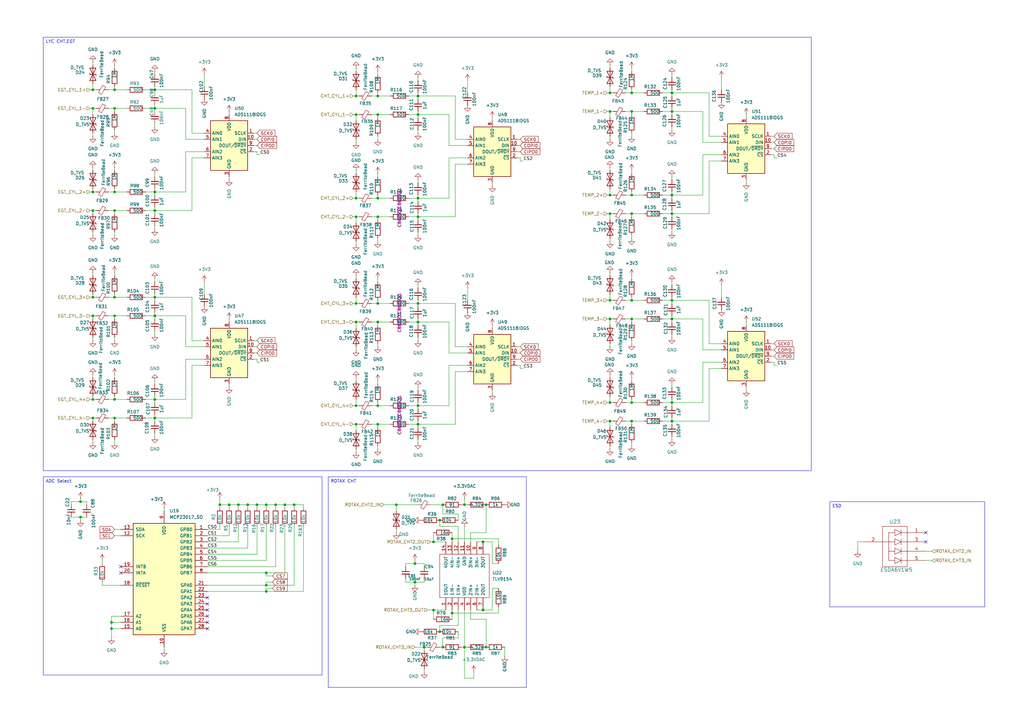
<source format=kicad_sch>
(kicad_sch
	(version 20250114)
	(generator "eeschema")
	(generator_version "9.0")
	(uuid "ec858f8b-6209-43fa-99c8-474b1fcc2ecd")
	(paper "A3")
	(title_block
		(title "westfly_ems")
		(date "2025-03-12")
		(rev "0.01")
		(company "Westfly")
	)
	
	(text_box "LYC CHT,EGT"
		(exclude_from_sim no)
		(at 17.78 15.24 0)
		(size 314.96 177.8)
		(margins 0.9525 0.9525 0.9525 0.9525)
		(stroke
			(width 0)
			(type solid)
		)
		(fill
			(type none)
		)
		(effects
			(font
				(size 1.27 1.27)
			)
			(justify left top)
		)
		(uuid "75abf545-436c-4dfa-b3de-1807014787c7")
	)
	(text_box "ROTAX CHT"
		(exclude_from_sim no)
		(at 134.62 195.58 0)
		(size 81.28 86.36)
		(margins 0.9525 0.9525 0.9525 0.9525)
		(stroke
			(width 0)
			(type solid)
		)
		(fill
			(type none)
		)
		(effects
			(font
				(size 1.27 1.27)
			)
			(justify left top)
		)
		(uuid "8a1b5c51-674a-4841-933d-e759583e9d29")
	)
	(text_box "ESD"
		(exclude_from_sim no)
		(at 340.36 205.74 0)
		(size 63.5 43.18)
		(margins 0.9525 0.9525 0.9525 0.9525)
		(stroke
			(width 0)
			(type solid)
		)
		(fill
			(type none)
		)
		(effects
			(font
				(size 1.27 1.27)
			)
			(justify left top)
		)
		(uuid "b2cfd521-d89b-4e81-a0a7-4051c13b939e")
	)
	(text_box "ADC Select"
		(exclude_from_sim no)
		(at 17.78 195.58 0)
		(size 114.3 81.28)
		(margins 0.9525 0.9525 0.9525 0.9525)
		(stroke
			(width 0)
			(type solid)
		)
		(fill
			(type none)
		)
		(effects
			(font
				(size 1.27 1.27)
			)
			(justify left top)
		)
		(uuid "fdca28b3-46a0-4c65-a762-3e0de588c7c4")
	)
	(junction
		(at 250.19 172.72)
		(diameter 0)
		(color 0 0 0 0)
		(uuid "04831ea3-e49c-4874-be11-46c861adbdae")
	)
	(junction
		(at 46.99 44.45)
		(diameter 0)
		(color 0 0 0 0)
		(uuid "0a22791c-f755-4f5e-ad36-29498b7c0a17")
	)
	(junction
		(at 171.45 46.99)
		(diameter 0)
		(color 0 0 0 0)
		(uuid "0c52e74f-e537-4c9d-9c40-1abecbb0d04b")
	)
	(junction
		(at 146.05 132.08)
		(diameter 0)
		(color 0 0 0 0)
		(uuid "0ed9bc34-39d4-4457-9e62-ceb376cc308f")
	)
	(junction
		(at 171.45 166.37)
		(diameter 0)
		(color 0 0 0 0)
		(uuid "1265b1ae-d5b8-4aa1-866a-0b7276f6938d")
	)
	(junction
		(at 38.1 129.54)
		(diameter 0)
		(color 0 0 0 0)
		(uuid "13de3570-57f9-451a-987a-00f33055d250")
	)
	(junction
		(at 63.5 171.45)
		(diameter 0)
		(color 0 0 0 0)
		(uuid "149f61f1-9466-4369-9b06-d3e9227fa44f")
	)
	(junction
		(at 250.19 87.63)
		(diameter 0)
		(color 0 0 0 0)
		(uuid "176964ab-c840-40c0-b7c9-363bbd2ba8c9")
	)
	(junction
		(at 154.94 173.99)
		(diameter 0)
		(color 0 0 0 0)
		(uuid "17b681c6-a77f-48e1-b5ee-df9b4021fb29")
	)
	(junction
		(at 180.34 259.08)
		(diameter 0)
		(color 0 0 0 0)
		(uuid "1879ee02-90e9-4295-ba72-08ad6957a09f")
	)
	(junction
		(at 190.5 207.01)
		(diameter 0)
		(color 0 0 0 0)
		(uuid "1f57abd1-7278-4b46-9b49-4ae87398eec3")
	)
	(junction
		(at 46.99 78.74)
		(diameter 0)
		(color 0 0 0 0)
		(uuid "253c2244-9228-46b0-871f-504e3329a7c0")
	)
	(junction
		(at 109.22 207.01)
		(diameter 0)
		(color 0 0 0 0)
		(uuid "2baa39be-74d6-42ee-8f78-2d1465810139")
	)
	(junction
		(at 46.99 129.54)
		(diameter 0)
		(color 0 0 0 0)
		(uuid "2dd0fbf5-e89a-44d4-9e63-9295acf3a8ab")
	)
	(junction
		(at 46.99 163.83)
		(diameter 0)
		(color 0 0 0 0)
		(uuid "30a90f2a-10aa-49e9-9861-adcbfaf86631")
	)
	(junction
		(at 180.34 213.36)
		(diameter 0)
		(color 0 0 0 0)
		(uuid "399bf2ef-e71d-49b1-9e73-e2bddcb98206")
	)
	(junction
		(at 146.05 88.9)
		(diameter 0)
		(color 0 0 0 0)
		(uuid "3b255d03-37b8-493f-8346-3aac11574eaa")
	)
	(junction
		(at 46.99 171.45)
		(diameter 0)
		(color 0 0 0 0)
		(uuid "3cbfc861-3787-40ec-bfcb-5f046e9cfc86")
	)
	(junction
		(at 185.42 220.98)
		(diameter 0)
		(color 0 0 0 0)
		(uuid "3d0262e7-545e-424a-bcb6-e1a9338a569a")
	)
	(junction
		(at 250.19 123.19)
		(diameter 0)
		(color 0 0 0 0)
		(uuid "3d4b3b37-7b30-4f7f-b7c6-7dac6dca6d17")
	)
	(junction
		(at 113.03 207.01)
		(diameter 0)
		(color 0 0 0 0)
		(uuid "3d657a11-94dc-46b1-b15a-bba612f6ade4")
	)
	(junction
		(at 154.94 166.37)
		(diameter 0)
		(color 0 0 0 0)
		(uuid "3f56e590-b6f9-432f-b2ea-e28d041b245c")
	)
	(junction
		(at 250.19 45.72)
		(diameter 0)
		(color 0 0 0 0)
		(uuid "3fd9a29f-6e00-43c5-857e-59349ebd55c4")
	)
	(junction
		(at 275.59 172.72)
		(diameter 0)
		(color 0 0 0 0)
		(uuid "40fbc7f0-7d7b-4b3e-bf8d-7b4078c9b762")
	)
	(junction
		(at 171.45 124.46)
		(diameter 0)
		(color 0 0 0 0)
		(uuid "44fc26f1-594c-43dc-8ca2-d4b9f3ffa352")
	)
	(junction
		(at 177.8 222.25)
		(diameter 0)
		(color 0 0 0 0)
		(uuid "497afc85-554d-4967-99aa-5a336f37141a")
	)
	(junction
		(at 275.59 87.63)
		(diameter 0)
		(color 0 0 0 0)
		(uuid "49ea9277-a60c-4fb1-8c98-1f46dc193030")
	)
	(junction
		(at 38.1 78.74)
		(diameter 0)
		(color 0 0 0 0)
		(uuid "4bad2e9f-2615-4b51-ad13-28b9eb9b1047")
	)
	(junction
		(at 171.45 173.99)
		(diameter 0)
		(color 0 0 0 0)
		(uuid "4c891174-e165-4632-a802-60260c1f145a")
	)
	(junction
		(at 259.08 38.1)
		(diameter 0)
		(color 0 0 0 0)
		(uuid "4c911e4b-3450-465f-b911-ecc6806b1708")
	)
	(junction
		(at 146.05 173.99)
		(diameter 0)
		(color 0 0 0 0)
		(uuid "4f424911-7209-486f-a9de-005991202464")
	)
	(junction
		(at 177.8 250.19)
		(diameter 0)
		(color 0 0 0 0)
		(uuid "4ff42773-bd74-4451-a922-1041156d95ae")
	)
	(junction
		(at 259.08 172.72)
		(diameter 0)
		(color 0 0 0 0)
		(uuid "5c9e0dfb-10e2-4d0b-9cfb-a9467cf9bd0f")
	)
	(junction
		(at 275.59 38.1)
		(diameter 0)
		(color 0 0 0 0)
		(uuid "5dfcdffd-8f6d-4f7a-9512-b0863b2003aa")
	)
	(junction
		(at 275.59 123.19)
		(diameter 0)
		(color 0 0 0 0)
		(uuid "5f3295df-a4c9-4ab2-8483-665e1607e3df")
	)
	(junction
		(at 154.94 88.9)
		(diameter 0)
		(color 0 0 0 0)
		(uuid "6618c754-081c-470a-863c-ea227ef818f6")
	)
	(junction
		(at 190.5 265.43)
		(diameter 0)
		(color 0 0 0 0)
		(uuid "6a1b5b2b-f403-4f2c-bece-5da331e723dd")
	)
	(junction
		(at 250.19 38.1)
		(diameter 0)
		(color 0 0 0 0)
		(uuid "6ab33846-1cca-4e67-bb35-010652379e18")
	)
	(junction
		(at 146.05 46.99)
		(diameter 0)
		(color 0 0 0 0)
		(uuid "6f0b1c77-bfd8-464e-adb0-ab45dae4df80")
	)
	(junction
		(at 154.94 46.99)
		(diameter 0)
		(color 0 0 0 0)
		(uuid "7074fa6e-b0b7-4a4d-bbd1-10585d276035")
	)
	(junction
		(at 38.1 86.36)
		(diameter 0)
		(color 0 0 0 0)
		(uuid "73283fc0-bdcb-47e8-8c67-f899e6442759")
	)
	(junction
		(at 120.65 207.01)
		(diameter 0)
		(color 0 0 0 0)
		(uuid "74c61e13-ffbb-44bf-b8a3-9f88ebd65cc5")
	)
	(junction
		(at 259.08 80.01)
		(diameter 0)
		(color 0 0 0 0)
		(uuid "75c53a76-90e7-41dc-a92f-88fa1949d943")
	)
	(junction
		(at 46.99 121.92)
		(diameter 0)
		(color 0 0 0 0)
		(uuid "7bcad83d-716f-4dad-aefc-7887ff329b37")
	)
	(junction
		(at 275.59 165.1)
		(diameter 0)
		(color 0 0 0 0)
		(uuid "7fdece31-f822-42f6-a367-9112d710b540")
	)
	(junction
		(at 33.02 205.74)
		(diameter 0)
		(color 0 0 0 0)
		(uuid "810c1c79-724c-4c9e-a976-7cde76cf964a")
	)
	(junction
		(at 154.94 132.08)
		(diameter 0)
		(color 0 0 0 0)
		(uuid "8219b103-80ef-4587-890b-69a282ce6548")
	)
	(junction
		(at 199.39 207.01)
		(diameter 0)
		(color 0 0 0 0)
		(uuid "82be0846-2abe-4ada-8910-365b52c801d6")
	)
	(junction
		(at 171.45 81.28)
		(diameter 0)
		(color 0 0 0 0)
		(uuid "85bd1033-53a2-464e-9f78-fb303d74a13d")
	)
	(junction
		(at 38.1 44.45)
		(diameter 0)
		(color 0 0 0 0)
		(uuid "8719e4e0-dd2e-4d34-9cf8-4c43d3f01a7e")
	)
	(junction
		(at 63.5 36.83)
		(diameter 0)
		(color 0 0 0 0)
		(uuid "8735fa8e-6dba-44e0-8970-6e2ce2a07f1b")
	)
	(junction
		(at 275.59 80.01)
		(diameter 0)
		(color 0 0 0 0)
		(uuid "887f304c-b37c-4e2f-b5f3-644bfaee668f")
	)
	(junction
		(at 173.99 265.43)
		(diameter 0)
		(color 0 0 0 0)
		(uuid "89668e61-1b30-4b21-b181-98f39610c949")
	)
	(junction
		(at 105.41 207.01)
		(diameter 0)
		(color 0 0 0 0)
		(uuid "8efd755c-4b7f-4986-a04c-d526ba0e61cb")
	)
	(junction
		(at 199.39 265.43)
		(diameter 0)
		(color 0 0 0 0)
		(uuid "901ebaa7-6f1d-413f-b2d4-02a6d4eae34d")
	)
	(junction
		(at 198.12 250.19)
		(diameter 0)
		(color 0 0 0 0)
		(uuid "908b2935-9ecb-4198-a253-162b785a3da3")
	)
	(junction
		(at 170.18 238.76)
		(diameter 0)
		(color 0 0 0 0)
		(uuid "9914b619-5976-4fda-a5fb-f1cb9f7247cd")
	)
	(junction
		(at 250.19 80.01)
		(diameter 0)
		(color 0 0 0 0)
		(uuid "9ab724b7-9981-4703-b8c2-0881b6a6b5bf")
	)
	(junction
		(at 171.45 39.37)
		(diameter 0)
		(color 0 0 0 0)
		(uuid "9ecac361-a665-4499-8e0f-dab7c633b2d3")
	)
	(junction
		(at 181.61 265.43)
		(diameter 0)
		(color 0 0 0 0)
		(uuid "a0c3d4fd-ee36-4fa0-859c-c5b2e3e2cc54")
	)
	(junction
		(at 63.5 121.92)
		(diameter 0)
		(color 0 0 0 0)
		(uuid "a2a1735a-ddba-416b-aec3-91d7782a2a9e")
	)
	(junction
		(at 171.45 132.08)
		(diameter 0)
		(color 0 0 0 0)
		(uuid "a3ab7640-507d-4302-9ad2-7728430af5c8")
	)
	(junction
		(at 101.6 207.01)
		(diameter 0)
		(color 0 0 0 0)
		(uuid "acebc2f8-edfd-4ab4-822d-8fc10288df86")
	)
	(junction
		(at 38.1 36.83)
		(diameter 0)
		(color 0 0 0 0)
		(uuid "adcf026a-0a0b-40c2-a7b6-814be4c3affa")
	)
	(junction
		(at 63.5 44.45)
		(diameter 0)
		(color 0 0 0 0)
		(uuid "ae554407-6a20-4479-b8ea-01c6e60cc986")
	)
	(junction
		(at 63.5 163.83)
		(diameter 0)
		(color 0 0 0 0)
		(uuid "ae8ce58f-c2ca-4818-ade5-3df01006de7d")
	)
	(junction
		(at 250.19 165.1)
		(diameter 0)
		(color 0 0 0 0)
		(uuid "afa78ffc-402d-4245-b4e2-e15b6ab9cf08")
	)
	(junction
		(at 154.94 39.37)
		(diameter 0)
		(color 0 0 0 0)
		(uuid "b16e8be0-fabf-410f-b313-a8dac67fb804")
	)
	(junction
		(at 33.02 212.09)
		(diameter 0)
		(color 0 0 0 0)
		(uuid "b27f6421-901a-4509-a890-c5cc62648dc6")
	)
	(junction
		(at 63.5 129.54)
		(diameter 0)
		(color 0 0 0 0)
		(uuid "b30b5eae-850f-488c-b89e-854da16bb2c2")
	)
	(junction
		(at 46.99 36.83)
		(diameter 0)
		(color 0 0 0 0)
		(uuid "b9817ad5-0141-46fb-9ccc-0c94fb55ed9e")
	)
	(junction
		(at 38.1 121.92)
		(diameter 0)
		(color 0 0 0 0)
		(uuid "ba7c0dc7-fa79-4e0f-b6a9-78cfae32196d")
	)
	(junction
		(at 146.05 124.46)
		(diameter 0)
		(color 0 0 0 0)
		(uuid "c0309698-10ec-4f9c-b644-299ef39c7944")
	)
	(junction
		(at 259.08 130.81)
		(diameter 0)
		(color 0 0 0 0)
		(uuid "c0b3a0b3-3f3f-41ca-8269-d3d803d2355e")
	)
	(junction
		(at 170.18 231.14)
		(diameter 0)
		(color 0 0 0 0)
		(uuid "c0f281eb-2293-49cb-96b7-377f7dfbd2db")
	)
	(junction
		(at 259.08 165.1)
		(diameter 0)
		(color 0 0 0 0)
		(uuid "c173c834-ff39-4ae7-a8c2-26697d3e70d9")
	)
	(junction
		(at 93.98 207.01)
		(diameter 0)
		(color 0 0 0 0)
		(uuid "c27ca87d-313c-4ab6-a39e-98e2be368731")
	)
	(junction
		(at 109.22 234.95)
		(diameter 0)
		(color 0 0 0 0)
		(uuid "c34f139b-25f6-430a-9be1-6610bf74ec15")
	)
	(junction
		(at 154.94 124.46)
		(diameter 0)
		(color 0 0 0 0)
		(uuid "c3c25f27-d41e-4df8-9ab0-ed1163a89ccd")
	)
	(junction
		(at 185.42 251.46)
		(diameter 0)
		(color 0 0 0 0)
		(uuid "c44d0514-daef-438c-aaca-90f793808b8e")
	)
	(junction
		(at 90.17 207.01)
		(diameter 0)
		(color 0 0 0 0)
		(uuid "c68f1352-85fb-49b0-8782-83a8b67b5069")
	)
	(junction
		(at 45.72 257.81)
		(diameter 0)
		(color 0 0 0 0)
		(uuid "c961df29-ae5e-4189-b29e-bb0bb3039477")
	)
	(junction
		(at 146.05 166.37)
		(diameter 0)
		(color 0 0 0 0)
		(uuid "ce10f70d-9583-4149-bba5-d74b7cb37aec")
	)
	(junction
		(at 275.59 45.72)
		(diameter 0)
		(color 0 0 0 0)
		(uuid "d0810caf-432c-4cf1-8a5b-0aa774ba06d5")
	)
	(junction
		(at 162.56 207.01)
		(diameter 0)
		(color 0 0 0 0)
		(uuid "d29d9dc2-e8cd-4155-b95c-5222cefa3e10")
	)
	(junction
		(at 250.19 130.81)
		(diameter 0)
		(color 0 0 0 0)
		(uuid "d3fde1fd-f4a0-4688-bb4b-4afd9ce95f1e")
	)
	(junction
		(at 97.79 207.01)
		(diameter 0)
		(color 0 0 0 0)
		(uuid "d44767d0-0a40-49fd-b331-f76a57ffa92e")
	)
	(junction
		(at 46.99 86.36)
		(diameter 0)
		(color 0 0 0 0)
		(uuid "d49f3b11-b982-47cf-abf4-0797bcdd8100")
	)
	(junction
		(at 38.1 171.45)
		(diameter 0)
		(color 0 0 0 0)
		(uuid "d5c7d918-f089-4a82-bb11-e03dcb24f84f")
	)
	(junction
		(at 198.12 222.25)
		(diameter 0)
		(color 0 0 0 0)
		(uuid "d6641835-59ca-4119-869a-c6d0550b17fd")
	)
	(junction
		(at 146.05 39.37)
		(diameter 0)
		(color 0 0 0 0)
		(uuid "d75465a8-2308-4930-8c81-6e345e4e5dee")
	)
	(junction
		(at 38.1 163.83)
		(diameter 0)
		(color 0 0 0 0)
		(uuid "d844bee5-865b-4f6e-a257-d432b981bce0")
	)
	(junction
		(at 259.08 123.19)
		(diameter 0)
		(color 0 0 0 0)
		(uuid "d8ef6037-7c46-4867-87cc-6ddf11d9033c")
	)
	(junction
		(at 63.5 78.74)
		(diameter 0)
		(color 0 0 0 0)
		(uuid "d91710cd-a38f-44d0-b97c-ab971e554392")
	)
	(junction
		(at 154.94 81.28)
		(diameter 0)
		(color 0 0 0 0)
		(uuid "dbb01305-e0a2-4df0-9622-9de8e0d0b438")
	)
	(junction
		(at 181.61 207.01)
		(diameter 0)
		(color 0 0 0 0)
		(uuid "dc03629b-7eed-415e-88bd-eed317d3206b")
	)
	(junction
		(at 63.5 86.36)
		(diameter 0)
		(color 0 0 0 0)
		(uuid "de7de368-36dd-47d0-9574-883bb3976994")
	)
	(junction
		(at 259.08 45.72)
		(diameter 0)
		(color 0 0 0 0)
		(uuid "df077b58-e587-4013-ad51-2d5ee1e45aac")
	)
	(junction
		(at 259.08 87.63)
		(diameter 0)
		(color 0 0 0 0)
		(uuid "e2deef0e-eeee-4619-96bb-45c6cfcfbfac")
	)
	(junction
		(at 146.05 81.28)
		(diameter 0)
		(color 0 0 0 0)
		(uuid "e92e0ce0-6839-476b-8c0d-2f52a2fcf682")
	)
	(junction
		(at 275.59 130.81)
		(diameter 0)
		(color 0 0 0 0)
		(uuid "eefbb322-f52b-4868-94a5-07a992f9f49a")
	)
	(junction
		(at 171.45 88.9)
		(diameter 0)
		(color 0 0 0 0)
		(uuid "efb3c4a8-38e9-49e7-bd3c-d81a0dab5e74")
	)
	(junction
		(at 116.84 207.01)
		(diameter 0)
		(color 0 0 0 0)
		(uuid "f4392fbb-0ff6-48f2-9afd-a306730294f6")
	)
	(junction
		(at 109.22 242.57)
		(diameter 0)
		(color 0 0 0 0)
		(uuid "f6a91b88-b961-4f2b-be35-74d83b2920bc")
	)
	(junction
		(at 109.22 240.03)
		(diameter 0)
		(color 0 0 0 0)
		(uuid "fa21eb6c-379f-4ad1-8191-1a43ac0bfb75")
	)
	(junction
		(at 45.72 255.27)
		(diameter 0)
		(color 0 0 0 0)
		(uuid "fb0c6d7f-8ce5-47c7-808f-7ba2be8873e4")
	)
	(no_connect
		(at 85.09 252.73)
		(uuid "0c3303a6-c18e-455f-bbc0-8f690b0bbdea")
	)
	(no_connect
		(at 379.73 218.44)
		(uuid "0d58b287-88b4-488f-8735-954ee0f0c4d7")
	)
	(no_connect
		(at 379.73 222.25)
		(uuid "256b16fb-e23e-444a-97a4-ae36d3d5732b")
	)
	(no_connect
		(at 85.09 250.19)
		(uuid "454e8e9e-8c4d-4e3d-9c6a-5c8e5ff80550")
	)
	(no_connect
		(at 85.09 255.27)
		(uuid "4d016caf-5f77-4701-8cd8-195a8fef44e6")
	)
	(no_connect
		(at 85.09 247.65)
		(uuid "50dec14c-4c6e-4703-af24-6d4340d5e3ca")
	)
	(no_connect
		(at 85.09 257.81)
		(uuid "55dd6a71-00bb-4193-99cb-333af7ae2024")
	)
	(no_connect
		(at 85.09 245.11)
		(uuid "8eb8e0b0-b59a-4456-9c8c-317d14f9a85f")
	)
	(no_connect
		(at 49.53 234.95)
		(uuid "db15ba02-38d2-4623-8785-980edd4aea4c")
	)
	(no_connect
		(at 49.53 232.41)
		(uuid "de6c1bab-7608-4a34-90cd-c4d074f64b97")
	)
	(wire
		(pts
			(xy 180.34 213.36) (xy 180.34 215.9)
		)
		(stroke
			(width 0)
			(type default)
		)
		(uuid "001895db-36b9-4b80-b8b1-dd4809ed04a3")
	)
	(wire
		(pts
			(xy 90.17 207.01) (xy 93.98 207.01)
		)
		(stroke
			(width 0)
			(type default)
		)
		(uuid "00c10813-7d19-4466-888e-80fb81a72311")
	)
	(wire
		(pts
			(xy 104.14 144.78) (xy 105.41 144.78)
		)
		(stroke
			(width 0)
			(type default)
		)
		(uuid "00d56f70-ac11-4dbd-8c3c-57fc08466c40")
	)
	(wire
		(pts
			(xy 271.78 38.1) (xy 275.59 38.1)
		)
		(stroke
			(width 0)
			(type default)
		)
		(uuid "00fa4911-eaca-4e95-bf8f-f20f1535f9ee")
	)
	(wire
		(pts
			(xy 171.45 166.37) (xy 184.15 166.37)
		)
		(stroke
			(width 0)
			(type default)
		)
		(uuid "01dbd9d6-5f4e-4dab-a829-732026131dce")
	)
	(wire
		(pts
			(xy 275.59 38.1) (xy 275.59 36.83)
		)
		(stroke
			(width 0)
			(type default)
		)
		(uuid "02244d89-40d0-4aad-a79d-389e483aeb05")
	)
	(wire
		(pts
			(xy 146.05 163.83) (xy 146.05 166.37)
		)
		(stroke
			(width 0)
			(type default)
		)
		(uuid "02fc8064-14ae-41dd-90d8-cbb25a25b4e1")
	)
	(wire
		(pts
			(xy 85.09 219.71) (xy 93.98 219.71)
		)
		(stroke
			(width 0)
			(type default)
		)
		(uuid "03c943d1-54b9-49ed-ba8d-c16f94cbebbf")
	)
	(wire
		(pts
			(xy 189.23 207.01) (xy 190.5 207.01)
		)
		(stroke
			(width 0)
			(type default)
		)
		(uuid "045a6cdd-792b-47a4-968f-adc31fd392f6")
	)
	(wire
		(pts
			(xy 29.21 212.09) (xy 33.02 212.09)
		)
		(stroke
			(width 0)
			(type default)
		)
		(uuid "046f0b38-375e-4f2b-aed9-680b866e948a")
	)
	(wire
		(pts
			(xy 250.19 154.94) (xy 250.19 153.67)
		)
		(stroke
			(width 0)
			(type default)
		)
		(uuid "0477bcc5-0162-4a98-939b-16d6205bcf81")
	)
	(wire
		(pts
			(xy 146.05 121.92) (xy 146.05 124.46)
		)
		(stroke
			(width 0)
			(type default)
		)
		(uuid "05245a2b-14d9-4e54-bc83-5845bc6467dd")
	)
	(wire
		(pts
			(xy 275.59 45.72) (xy 275.59 46.99)
		)
		(stroke
			(width 0)
			(type default)
		)
		(uuid "053dacf9-a33f-43bd-b428-1c024adfc74b")
	)
	(wire
		(pts
			(xy 187.96 222.25) (xy 187.96 215.9)
		)
		(stroke
			(width 0)
			(type default)
		)
		(uuid "05abe1da-0be2-4cbf-9ae7-8e73377b7b3f")
	)
	(wire
		(pts
			(xy 191.77 38.1) (xy 191.77 33.02)
		)
		(stroke
			(width 0)
			(type default)
		)
		(uuid "05c907d0-db90-4d96-8189-d1449dcb667a")
	)
	(wire
		(pts
			(xy 154.94 81.28) (xy 160.02 81.28)
		)
		(stroke
			(width 0)
			(type default)
		)
		(uuid "05f8656d-2ac3-4d20-ab64-ef0e5147e0c2")
	)
	(wire
		(pts
			(xy 271.78 80.01) (xy 275.59 80.01)
		)
		(stroke
			(width 0)
			(type default)
		)
		(uuid "069b24b0-7671-4e36-8a82-3a2a2793ea8a")
	)
	(wire
		(pts
			(xy 78.74 64.77) (xy 78.74 86.36)
		)
		(stroke
			(width 0)
			(type default)
		)
		(uuid "06b65433-efa4-44bb-af19-10026819faa4")
	)
	(wire
		(pts
			(xy 290.83 123.19) (xy 290.83 140.97)
		)
		(stroke
			(width 0)
			(type default)
		)
		(uuid "0752a024-1237-4517-b523-5d4a4ba4ea79")
	)
	(wire
		(pts
			(xy 250.19 130.81) (xy 251.46 130.81)
		)
		(stroke
			(width 0)
			(type default)
		)
		(uuid "07eba809-6e91-4f01-9060-e04a2af89b38")
	)
	(wire
		(pts
			(xy 36.83 78.74) (xy 38.1 78.74)
		)
		(stroke
			(width 0)
			(type default)
		)
		(uuid "07f6d39e-2816-48e2-b9aa-1aa4599ba072")
	)
	(wire
		(pts
			(xy 290.83 66.04) (xy 290.83 87.63)
		)
		(stroke
			(width 0)
			(type default)
		)
		(uuid "083850bb-654a-4ee1-b5b7-2562c3b4cff7")
	)
	(wire
		(pts
			(xy 177.8 250.19) (xy 182.88 250.19)
		)
		(stroke
			(width 0)
			(type default)
		)
		(uuid "08ec8ec1-8fcc-4739-bc32-b683ed7a6bb4")
	)
	(wire
		(pts
			(xy 38.1 95.25) (xy 38.1 96.52)
		)
		(stroke
			(width 0)
			(type default)
		)
		(uuid "09109020-e88b-4c57-b21e-cbbc06de0740")
	)
	(wire
		(pts
			(xy 154.94 114.3) (xy 154.94 115.57)
		)
		(stroke
			(width 0)
			(type default)
		)
		(uuid "093b394c-17b2-420b-98b7-7d9ab889d0de")
	)
	(wire
		(pts
			(xy 259.08 163.83) (xy 259.08 165.1)
		)
		(stroke
			(width 0)
			(type default)
		)
		(uuid "097886cd-c8c7-45b0-8d8f-baeaecd3efea")
	)
	(wire
		(pts
			(xy 46.99 121.92) (xy 52.07 121.92)
		)
		(stroke
			(width 0)
			(type default)
		)
		(uuid "09e4fb1f-1fed-4d42-b4fe-b039d97cb848")
	)
	(wire
		(pts
			(xy 171.45 124.46) (xy 171.45 123.19)
		)
		(stroke
			(width 0)
			(type default)
		)
		(uuid "0a8d2172-e3f8-4e28-a318-8a10f7f2d241")
	)
	(wire
		(pts
			(xy 38.1 180.34) (xy 38.1 181.61)
		)
		(stroke
			(width 0)
			(type default)
		)
		(uuid "0b15485f-a533-4c94-aa1f-92bcede979cb")
	)
	(wire
		(pts
			(xy 59.69 171.45) (xy 63.5 171.45)
		)
		(stroke
			(width 0)
			(type default)
		)
		(uuid "0b23461d-3469-47a8-b397-95f052e5b160")
	)
	(wire
		(pts
			(xy 190.5 250.19) (xy 190.5 265.43)
		)
		(stroke
			(width 0)
			(type default)
		)
		(uuid "0c3c757f-d71f-47d9-b9df-e73d4ac8908c")
	)
	(wire
		(pts
			(xy 190.5 265.43) (xy 190.5 278.13)
		)
		(stroke
			(width 0)
			(type default)
		)
		(uuid "0d63929a-b2a9-43a3-ad50-47759a674af5")
	)
	(wire
		(pts
			(xy 93.98 207.01) (xy 93.98 208.28)
		)
		(stroke
			(width 0)
			(type default)
		)
		(uuid "0e2c80d0-05d3-4b21-ac00-a3d4e948a274")
	)
	(wire
		(pts
			(xy 76.2 147.32) (xy 83.82 147.32)
		)
		(stroke
			(width 0)
			(type default)
		)
		(uuid "0e5eae0d-5271-4d28-96c0-64e7f26ce656")
	)
	(wire
		(pts
			(xy 144.78 46.99) (xy 146.05 46.99)
		)
		(stroke
			(width 0)
			(type default)
		)
		(uuid "0e89e368-4e20-4e01-85c8-ade9a94ffab3")
	)
	(wire
		(pts
			(xy 204.47 220.98) (xy 185.42 220.98)
		)
		(stroke
			(width 0)
			(type default)
		)
		(uuid "0f27a1d0-1a6a-4bf1-8bfd-e38d1e4652af")
	)
	(wire
		(pts
			(xy 201.93 241.3) (xy 204.47 241.3)
		)
		(stroke
			(width 0)
			(type default)
		)
		(uuid "0fc4d3ca-24d4-422c-ac6b-aa74a4fb6725")
	)
	(wire
		(pts
			(xy 316.23 146.05) (xy 317.5 146.05)
		)
		(stroke
			(width 0)
			(type default)
		)
		(uuid "0fd90be9-5e5a-4c51-9ee0-00843eb2da92")
	)
	(wire
		(pts
			(xy 152.4 81.28) (xy 154.94 81.28)
		)
		(stroke
			(width 0)
			(type default)
		)
		(uuid "1197aa2e-1af0-476f-a72b-df631e85fc05")
	)
	(wire
		(pts
			(xy 101.6 207.01) (xy 105.41 207.01)
		)
		(stroke
			(width 0)
			(type default)
		)
		(uuid "11aa8aa6-06ba-4939-83a8-64be7c80c275")
	)
	(wire
		(pts
			(xy 170.18 231.14) (xy 170.18 229.87)
		)
		(stroke
			(width 0)
			(type default)
		)
		(uuid "12b54f23-2146-4b51-9674-04ac5a08bfa5")
	)
	(wire
		(pts
			(xy 288.29 130.81) (xy 275.59 130.81)
		)
		(stroke
			(width 0)
			(type default)
		)
		(uuid "1503e15d-fcd5-46e4-8491-35ca1ccb585e")
	)
	(wire
		(pts
			(xy 201.93 74.93) (xy 201.93 76.2)
		)
		(stroke
			(width 0)
			(type default)
		)
		(uuid "15143af2-4a1c-430f-9c56-6307b147fd06")
	)
	(wire
		(pts
			(xy 38.1 44.45) (xy 38.1 46.99)
		)
		(stroke
			(width 0)
			(type default)
		)
		(uuid "1554da75-ff76-4fa6-89a9-d31db62b034a")
	)
	(wire
		(pts
			(xy 316.23 63.5) (xy 317.5 63.5)
		)
		(stroke
			(width 0)
			(type default)
		)
		(uuid "15bc3f10-b31e-4304-a0d0-b345927aab1c")
	)
	(wire
		(pts
			(xy 213.36 151.13) (xy 214.63 151.13)
		)
		(stroke
			(width 0)
			(type default)
		)
		(uuid "15d7284f-218d-42ac-94d2-76a8feee4848")
	)
	(wire
		(pts
			(xy 146.05 39.37) (xy 147.32 39.37)
		)
		(stroke
			(width 0)
			(type default)
		)
		(uuid "16814faa-b2b2-41df-9334-9faead194d77")
	)
	(wire
		(pts
			(xy 162.56 207.01) (xy 171.45 207.01)
		)
		(stroke
			(width 0)
			(type default)
		)
		(uuid "16aa90b2-ad25-49a0-af33-711385aa03be")
	)
	(wire
		(pts
			(xy 93.98 45.72) (xy 93.98 46.99)
		)
		(stroke
			(width 0)
			(type default)
		)
		(uuid "1736e297-97f0-40b3-aed3-704140bd8098")
	)
	(wire
		(pts
			(xy 275.59 80.01) (xy 275.59 81.28)
		)
		(stroke
			(width 0)
			(type default)
		)
		(uuid "1765e360-3c14-4fd4-beb0-025dda27e2f1")
	)
	(wire
		(pts
			(xy 144.78 39.37) (xy 146.05 39.37)
		)
		(stroke
			(width 0)
			(type default)
		)
		(uuid "1959cb79-a605-49f8-a6c5-2350dae3bab6")
	)
	(wire
		(pts
			(xy 173.99 265.43) (xy 173.99 266.7)
		)
		(stroke
			(width 0)
			(type default)
		)
		(uuid "19ac4d77-a361-47a2-8ed8-5cede6b8aa72")
	)
	(wire
		(pts
			(xy 152.4 39.37) (xy 154.94 39.37)
		)
		(stroke
			(width 0)
			(type default)
		)
		(uuid "19cb0951-17ca-420d-aede-d991b174cb59")
	)
	(wire
		(pts
			(xy 250.19 80.01) (xy 251.46 80.01)
		)
		(stroke
			(width 0)
			(type default)
		)
		(uuid "1a3b8851-3e2f-4548-b555-ece1c88771ba")
	)
	(wire
		(pts
			(xy 306.07 158.75) (xy 306.07 160.02)
		)
		(stroke
			(width 0)
			(type default)
		)
		(uuid "1a7cd915-0bae-4a41-90b9-646373e6814d")
	)
	(wire
		(pts
			(xy 36.83 86.36) (xy 38.1 86.36)
		)
		(stroke
			(width 0)
			(type default)
		)
		(uuid "1b806cc8-24a7-4b64-b69c-682c52b9c8a3")
	)
	(wire
		(pts
			(xy 186.69 173.99) (xy 171.45 173.99)
		)
		(stroke
			(width 0)
			(type default)
		)
		(uuid "1c78a33c-fcab-40e3-8bc9-af5b441d7d41")
	)
	(wire
		(pts
			(xy 63.5 78.74) (xy 63.5 77.47)
		)
		(stroke
			(width 0)
			(type default)
		)
		(uuid "1cf2ab94-f8d8-4d36-a22e-ec6ac0364c8d")
	)
	(wire
		(pts
			(xy 288.29 63.5) (xy 295.91 63.5)
		)
		(stroke
			(width 0)
			(type default)
		)
		(uuid "1cf59b1a-a144-4eef-884e-cb532854d3fa")
	)
	(wire
		(pts
			(xy 78.74 86.36) (xy 63.5 86.36)
		)
		(stroke
			(width 0)
			(type default)
		)
		(uuid "1d08a3a2-29c6-49b6-b21a-7b35f9947d77")
	)
	(wire
		(pts
			(xy 275.59 72.39) (xy 275.59 73.66)
		)
		(stroke
			(width 0)
			(type default)
		)
		(uuid "1dabb606-9678-4ceb-a34b-c31372ceb5aa")
	)
	(wire
		(pts
			(xy 248.92 45.72) (xy 250.19 45.72)
		)
		(stroke
			(width 0)
			(type default)
		)
		(uuid "1dccf13e-23ae-4117-a6b5-b744ea1efde7")
	)
	(wire
		(pts
			(xy 290.83 151.13) (xy 290.83 172.72)
		)
		(stroke
			(width 0)
			(type default)
		)
		(uuid "1e826958-c0d1-4f54-aceb-027211f465d7")
	)
	(wire
		(pts
			(xy 152.4 166.37) (xy 154.94 166.37)
		)
		(stroke
			(width 0)
			(type default)
		)
		(uuid "1e913ac9-995a-4136-ab06-fad506cd9549")
	)
	(wire
		(pts
			(xy 38.1 121.92) (xy 39.37 121.92)
		)
		(stroke
			(width 0)
			(type default)
		)
		(uuid "1f86e999-7ab8-474e-957b-63abdc5ba399")
	)
	(wire
		(pts
			(xy 204.47 251.46) (xy 185.42 251.46)
		)
		(stroke
			(width 0)
			(type default)
		)
		(uuid "209205ad-2b46-4807-85bd-db291ee1e897")
	)
	(wire
		(pts
			(xy 46.99 68.58) (xy 46.99 69.85)
		)
		(stroke
			(width 0)
			(type default)
		)
		(uuid "20e1d525-868c-44bd-9ce5-bfdecebbaa97")
	)
	(wire
		(pts
			(xy 63.5 177.8) (xy 63.5 179.07)
		)
		(stroke
			(width 0)
			(type default)
		)
		(uuid "21cb6e78-09ac-4021-bf7f-c6ec23298264")
	)
	(wire
		(pts
			(xy 44.45 78.74) (xy 46.99 78.74)
		)
		(stroke
			(width 0)
			(type default)
		)
		(uuid "2236aefc-25d2-4b85-9703-a1e4f7175cc5")
	)
	(wire
		(pts
			(xy 46.99 138.43) (xy 46.99 139.7)
		)
		(stroke
			(width 0)
			(type default)
		)
		(uuid "224e4f51-f441-4b4d-87db-5af00dd84d17")
	)
	(wire
		(pts
			(xy 45.72 252.73) (xy 49.53 252.73)
		)
		(stroke
			(width 0)
			(type default)
		)
		(uuid "23802dbd-ca6d-4084-8da3-cd79c5a80588")
	)
	(wire
		(pts
			(xy 154.94 124.46) (xy 160.02 124.46)
		)
		(stroke
			(width 0)
			(type default)
		)
		(uuid "23cf5e25-fc13-4952-a2b3-30bdfb18c381")
	)
	(wire
		(pts
			(xy 170.18 265.43) (xy 173.99 265.43)
		)
		(stroke
			(width 0)
			(type default)
		)
		(uuid "23f424df-d28f-4fb4-9b65-f57ed5772127")
	)
	(wire
		(pts
			(xy 317.5 149.86) (xy 318.77 149.86)
		)
		(stroke
			(width 0)
			(type default)
		)
		(uuid "24dc5e74-23b4-4c5a-8336-6f60319ee9bc")
	)
	(wire
		(pts
			(xy 105.41 62.23) (xy 105.41 63.5)
		)
		(stroke
			(width 0)
			(type default)
		)
		(uuid "24f7de0c-39d7-4061-b12f-82b0568886bd")
	)
	(wire
		(pts
			(xy 78.74 139.7) (xy 83.82 139.7)
		)
		(stroke
			(width 0)
			(type default)
		)
		(uuid "24fb9b65-c79b-4912-8cc4-1a1b044c9d32")
	)
	(wire
		(pts
			(xy 46.99 35.56) (xy 46.99 36.83)
		)
		(stroke
			(width 0)
			(type default)
		)
		(uuid "2502d2ef-b74e-4b50-979d-874ba98aec70")
	)
	(wire
		(pts
			(xy 259.08 121.92) (xy 259.08 123.19)
		)
		(stroke
			(width 0)
			(type default)
		)
		(uuid "2533f720-dab7-421a-ad5e-5fd928cd22d3")
	)
	(wire
		(pts
			(xy 46.99 44.45) (xy 52.07 44.45)
		)
		(stroke
			(width 0)
			(type default)
		)
		(uuid "25ec8456-e816-4edb-a89a-62ce6ec9cd5e")
	)
	(wire
		(pts
			(xy 59.69 36.83) (xy 63.5 36.83)
		)
		(stroke
			(width 0)
			(type default)
		)
		(uuid "263067d4-ab4e-4d12-9d1b-6b9b111354fe")
	)
	(wire
		(pts
			(xy 63.5 29.21) (xy 63.5 30.48)
		)
		(stroke
			(width 0)
			(type default)
		)
		(uuid "2663598b-6a4b-43b2-8a8d-ec89882ea99e")
	)
	(wire
		(pts
			(xy 275.59 38.1) (xy 290.83 38.1)
		)
		(stroke
			(width 0)
			(type default)
		)
		(uuid "266e87cb-da23-4fcb-93b0-98ec997e8e29")
	)
	(wire
		(pts
			(xy 146.05 36.83) (xy 146.05 39.37)
		)
		(stroke
			(width 0)
			(type default)
		)
		(uuid "26e95fcc-43b9-451d-9ef8-e66df2f5c979")
	)
	(wire
		(pts
			(xy 44.45 121.92) (xy 46.99 121.92)
		)
		(stroke
			(width 0)
			(type default)
		)
		(uuid "276fe93a-c9ed-4561-98d1-ec08d333ba1e")
	)
	(wire
		(pts
			(xy 250.19 69.85) (xy 250.19 68.58)
		)
		(stroke
			(width 0)
			(type default)
		)
		(uuid "27f298ec-86a7-4a93-921d-c87198380b03")
	)
	(wire
		(pts
			(xy 275.59 123.19) (xy 275.59 121.92)
		)
		(stroke
			(width 0)
			(type default)
		)
		(uuid "2820ff75-0fcb-452b-8cd2-8fddaa4aef4b")
	)
	(wire
		(pts
			(xy 46.99 129.54) (xy 52.07 129.54)
		)
		(stroke
			(width 0)
			(type default)
		)
		(uuid "28aebeca-be48-4dc8-9796-5f86b263bcbb")
	)
	(wire
		(pts
			(xy 101.6 224.79) (xy 101.6 215.9)
		)
		(stroke
			(width 0)
			(type default)
		)
		(uuid "28c27237-d5dd-4c00-b62a-64aff547b5c7")
	)
	(wire
		(pts
			(xy 256.54 172.72) (xy 259.08 172.72)
		)
		(stroke
			(width 0)
			(type default)
		)
		(uuid "290bd506-3641-46f3-8932-d672c174e6ee")
	)
	(wire
		(pts
			(xy 191.77 59.69) (xy 184.15 59.69)
		)
		(stroke
			(width 0)
			(type default)
		)
		(uuid "2947bbe9-d0f2-4408-9920-ba788fc53215")
	)
	(wire
		(pts
			(xy 207.01 265.43) (xy 207.01 269.24)
		)
		(stroke
			(width 0)
			(type default)
		)
		(uuid "29a9a080-f7cb-458d-8b76-493357b4f3a5")
	)
	(wire
		(pts
			(xy 109.22 234.95) (xy 116.84 234.95)
		)
		(stroke
			(width 0)
			(type default)
		)
		(uuid "2a7ddfaf-255b-417a-ae7a-dcbaa994c07d")
	)
	(wire
		(pts
			(xy 63.5 121.92) (xy 63.5 123.19)
		)
		(stroke
			(width 0)
			(type default)
		)
		(uuid "2bbd7f5d-e1d5-4ed8-a5a0-e290324fb6be")
	)
	(wire
		(pts
			(xy 113.03 207.01) (xy 113.03 208.28)
		)
		(stroke
			(width 0)
			(type default)
		)
		(uuid "2c3f6bc0-4b2f-4926-ac61-87bfeca885e6")
	)
	(wire
		(pts
			(xy 90.17 217.17) (xy 90.17 215.9)
		)
		(stroke
			(width 0)
			(type default)
		)
		(uuid "2c412ee5-84c8-4106-84c7-eeaa00fd9397")
	)
	(wire
		(pts
			(xy 154.94 55.88) (xy 154.94 57.15)
		)
		(stroke
			(width 0)
			(type default)
		)
		(uuid "2cac4b1c-5873-4a44-9cad-f787d67d79e5")
	)
	(wire
		(pts
			(xy 97.79 207.01) (xy 101.6 207.01)
		)
		(stroke
			(width 0)
			(type default)
		)
		(uuid "2cc19c3b-4958-4837-92a3-a6239a264707")
	)
	(wire
		(pts
			(xy 248.92 130.81) (xy 250.19 130.81)
		)
		(stroke
			(width 0)
			(type default)
		)
		(uuid "2d108871-369f-462c-8652-596112b476a3")
	)
	(wire
		(pts
			(xy 185.42 218.44) (xy 185.42 220.98)
		)
		(stroke
			(width 0)
			(type default)
		)
		(uuid "2d416532-930d-47ca-8e75-63c5e5ff985f")
	)
	(wire
		(pts
			(xy 212.09 57.15) (xy 213.36 57.15)
		)
		(stroke
			(width 0)
			(type default)
		)
		(uuid "2e452164-5d4a-47e0-b4d4-4c944f1dc86d")
	)
	(wire
		(pts
			(xy 38.1 34.29) (xy 38.1 36.83)
		)
		(stroke
			(width 0)
			(type default)
		)
		(uuid "2e85b473-ad84-465d-9fe6-1d354902bf5f")
	)
	(wire
		(pts
			(xy 120.65 240.03) (xy 109.22 240.03)
		)
		(stroke
			(width 0)
			(type default)
		)
		(uuid "2f2175db-053b-4321-9486-9b1875cbb01c")
	)
	(wire
		(pts
			(xy 93.98 219.71) (xy 93.98 215.9)
		)
		(stroke
			(width 0)
			(type default)
		)
		(uuid "2f29c6ea-7d64-4a3e-b833-acc64d48cd89")
	)
	(wire
		(pts
			(xy 275.59 52.07) (xy 275.59 53.34)
		)
		(stroke
			(width 0)
			(type default)
		)
		(uuid "30184971-43cf-4bdc-a9fb-4582e1eb0a9f")
	)
	(wire
		(pts
			(xy 104.14 142.24) (xy 105.41 142.24)
		)
		(stroke
			(width 0)
			(type default)
		)
		(uuid "3034b7a8-c81d-4d11-9958-25b50eb985eb")
	)
	(wire
		(pts
			(xy 171.45 46.99) (xy 171.45 48.26)
		)
		(stroke
			(width 0)
			(type default)
		)
		(uuid "30d8d159-e8ae-4863-b3b3-a92302a60ee9")
	)
	(wire
		(pts
			(xy 259.08 38.1) (xy 264.16 38.1)
		)
		(stroke
			(width 0)
			(type default)
		)
		(uuid "30e5e7fc-b377-40f6-b7e1-e63c968875f8")
	)
	(wire
		(pts
			(xy 63.5 114.3) (xy 63.5 115.57)
		)
		(stroke
			(width 0)
			(type default)
		)
		(uuid "30fd11c5-2321-4ebf-ae31-df528514e142")
	)
	(wire
		(pts
			(xy 46.99 77.47) (xy 46.99 78.74)
		)
		(stroke
			(width 0)
			(type default)
		)
		(uuid "3103ac89-1be1-4f00-96db-8158c9e82d89")
	)
	(wire
		(pts
			(xy 146.05 81.28) (xy 147.32 81.28)
		)
		(stroke
			(width 0)
			(type default)
		)
		(uuid "314f5740-b10e-4063-bcf5-2b43557fc619")
	)
	(wire
		(pts
			(xy 250.19 45.72) (xy 251.46 45.72)
		)
		(stroke
			(width 0)
			(type default)
		)
		(uuid "315c9b96-4ae9-4c86-8379-ffad5ff06553")
	)
	(wire
		(pts
			(xy 288.29 148.59) (xy 295.91 148.59)
		)
		(stroke
			(width 0)
			(type default)
		)
		(uuid "32b08c4d-38c4-4931-a900-531247558d1a")
	)
	(wire
		(pts
			(xy 46.99 172.72) (xy 46.99 171.45)
		)
		(stroke
			(width 0)
			(type default)
		)
		(uuid "32d5f7d3-539a-4021-8eaa-8b76edd71048")
	)
	(wire
		(pts
			(xy 41.91 238.76) (xy 41.91 240.03)
		)
		(stroke
			(width 0)
			(type default)
		)
		(uuid "347fac42-2382-4690-bf67-e604c8bb820b")
	)
	(wire
		(pts
			(xy 109.22 238.76) (xy 109.22 240.03)
		)
		(stroke
			(width 0)
			(type default)
		)
		(uuid "3497e0f9-a6b9-491e-8ae6-875f1daaffcb")
	)
	(wire
		(pts
			(xy 154.94 140.97) (xy 154.94 142.24)
		)
		(stroke
			(width 0)
			(type default)
		)
		(uuid "349950ac-f72a-4346-a1d8-99992c871f66")
	)
	(wire
		(pts
			(xy 275.59 115.57) (xy 275.59 116.84)
		)
		(stroke
			(width 0)
			(type default)
		)
		(uuid "357576e1-1d38-4c16-8ad6-f914422d8f69")
	)
	(wire
		(pts
			(xy 201.93 231.14) (xy 204.47 231.14)
		)
		(stroke
			(width 0)
			(type default)
		)
		(uuid "35a14ff8-8b1d-4e13-9310-f395398d0d08")
	)
	(wire
		(pts
			(xy 116.84 234.95) (xy 116.84 215.9)
		)
		(stroke
			(width 0)
			(type default)
		)
		(uuid "35cf31bf-ae95-46ad-b9db-19cc9498cb8c")
	)
	(wire
		(pts
			(xy 38.1 163.83) (xy 39.37 163.83)
		)
		(stroke
			(width 0)
			(type default)
		)
		(uuid "3659116e-c850-4b9a-95ff-4047a7a48ff7")
	)
	(wire
		(pts
			(xy 38.1 120.65) (xy 38.1 121.92)
		)
		(stroke
			(width 0)
			(type default)
		)
		(uuid "37cceb4d-3678-4f29-a68f-c663f38b63a4")
	)
	(wire
		(pts
			(xy 63.5 170.18) (xy 63.5 171.45)
		)
		(stroke
			(width 0)
			(type default)
		)
		(uuid "3873e95d-6dc7-4826-af5c-c03a05487d88")
	)
	(wire
		(pts
			(xy 167.64 166.37) (xy 171.45 166.37)
		)
		(stroke
			(width 0)
			(type default)
		)
		(uuid "387c60a2-edb5-4090-bd51-dc86cb52ffcd")
	)
	(wire
		(pts
			(xy 259.08 78.74) (xy 259.08 80.01)
		)
		(stroke
			(width 0)
			(type default)
		)
		(uuid "391ea580-08fd-40d1-98ca-f307013636b9")
	)
	(wire
		(pts
			(xy 379.73 229.87) (xy 382.27 229.87)
		)
		(stroke
			(width 0)
			(type default)
		)
		(uuid "39b6cdce-2eb9-4037-8e97-28f1b9502f86")
	)
	(wire
		(pts
			(xy 173.99 238.76) (xy 173.99 237.49)
		)
		(stroke
			(width 0)
			(type default)
		)
		(uuid "3a468535-f4ee-42b7-a582-2c243b548f6f")
	)
	(wire
		(pts
			(xy 154.94 38.1) (xy 154.94 39.37)
		)
		(stroke
			(width 0)
			(type default)
		)
		(uuid "3aa9c199-99b1-4b31-a652-3702905767b4")
	)
	(wire
		(pts
			(xy 154.94 182.88) (xy 154.94 184.15)
		)
		(stroke
			(width 0)
			(type default)
		)
		(uuid "3abee047-f408-4a6f-9252-17e8ebeb05a6")
	)
	(wire
		(pts
			(xy 184.15 64.77) (xy 191.77 64.77)
		)
		(stroke
			(width 0)
			(type default)
		)
		(uuid "3b6902e9-9dba-4ae0-957a-1306fdfafb7d")
	)
	(wire
		(pts
			(xy 186.69 67.31) (xy 186.69 88.9)
		)
		(stroke
			(width 0)
			(type default)
		)
		(uuid "3bb82a9e-4f17-4a33-a6c5-3765f7499290")
	)
	(wire
		(pts
			(xy 76.2 62.23) (xy 83.82 62.23)
		)
		(stroke
			(width 0)
			(type default)
		)
		(uuid "3bbde7fa-c9e6-4176-b824-54f497f1fb17")
	)
	(wire
		(pts
			(xy 171.45 31.75) (xy 171.45 33.02)
		)
		(stroke
			(width 0)
			(type default)
		)
		(uuid "3c1afa36-2dd3-42e0-9507-aeeb75929a68")
	)
	(wire
		(pts
			(xy 144.78 124.46) (xy 146.05 124.46)
		)
		(stroke
			(width 0)
			(type default)
		)
		(uuid "3c40596a-4c7c-4130-bdc4-31b3e8a06d33")
	)
	(wire
		(pts
			(xy 152.4 124.46) (xy 154.94 124.46)
		)
		(stroke
			(width 0)
			(type default)
		)
		(uuid "3c4795f3-ae61-42b2-8add-bb3f5684e130")
	)
	(wire
		(pts
			(xy 166.37 231.14) (xy 170.18 231.14)
		)
		(stroke
			(width 0)
			(type default)
		)
		(uuid "3d08ddd6-f628-4802-9504-91a7fb9ff6ec")
	)
	(wire
		(pts
			(xy 104.14 57.15) (xy 105.41 57.15)
		)
		(stroke
			(width 0)
			(type default)
		)
		(uuid "3d2a47f9-0ccc-4fff-a65e-0bff31e5de6d")
	)
	(wire
		(pts
			(xy 76.2 78.74) (xy 76.2 62.23)
		)
		(stroke
			(width 0)
			(type default)
		)
		(uuid "3dfdb146-fc7a-4362-befe-9de9791a0aa6")
	)
	(wire
		(pts
			(xy 250.19 87.63) (xy 250.19 90.17)
		)
		(stroke
			(width 0)
			(type default)
		)
		(uuid "3e9558ed-ae62-4b38-a179-9105efcc09e1")
	)
	(wire
		(pts
			(xy 290.83 38.1) (xy 290.83 55.88)
		)
		(stroke
			(width 0)
			(type default)
		)
		(uuid "3eeac9e0-722e-4838-a688-e3ed24c71d98")
	)
	(wire
		(pts
			(xy 152.4 132.08) (xy 154.94 132.08)
		)
		(stroke
			(width 0)
			(type default)
		)
		(uuid "3f0336c8-1e96-44dc-941d-4bde4081f52f")
	)
	(wire
		(pts
			(xy 295.91 66.04) (xy 290.83 66.04)
		)
		(stroke
			(width 0)
			(type default)
		)
		(uuid "3f09558e-adc3-4cbf-9246-aa26531e6906")
	)
	(wire
		(pts
			(xy 295.91 58.42) (xy 288.29 58.42)
		)
		(stroke
			(width 0)
			(type default)
		)
		(uuid "3fe63d96-5188-4e84-a891-f0e1e0f15a5c")
	)
	(wire
		(pts
			(xy 171.45 166.37) (xy 171.45 165.1)
		)
		(stroke
			(width 0)
			(type default)
		)
		(uuid "401da17a-2229-4184-b3dd-4ec28130ba2e")
	)
	(wire
		(pts
			(xy 201.93 160.02) (xy 201.93 161.29)
		)
		(stroke
			(width 0)
			(type default)
		)
		(uuid "40fe0ca7-aade-460a-b3bb-f8b2d4ff0810")
	)
	(wire
		(pts
			(xy 212.09 147.32) (xy 213.36 147.32)
		)
		(stroke
			(width 0)
			(type default)
		)
		(uuid "4131b9e5-59e9-41f9-8ec8-648ae0263d07")
	)
	(wire
		(pts
			(xy 63.5 36.83) (xy 78.74 36.83)
		)
		(stroke
			(width 0)
			(type default)
		)
		(uuid "41a0557e-19cf-46ec-bdce-cee4c73c8e04")
	)
	(wire
		(pts
			(xy 97.79 222.25) (xy 97.79 215.9)
		)
		(stroke
			(width 0)
			(type default)
		)
		(uuid "420a3247-0be8-4307-99fd-ad9e20f40048")
	)
	(wire
		(pts
			(xy 176.53 222.25) (xy 177.8 222.25)
		)
		(stroke
			(width 0)
			(type default)
		)
		(uuid "4234a295-0aad-46a1-b9f4-390665a263ee")
	)
	(wire
		(pts
			(xy 90.17 204.47) (xy 90.17 207.01)
		)
		(stroke
			(width 0)
			(type default)
		)
		(uuid "4235dcc1-d686-4b91-ae4f-f9d13395becc")
	)
	(wire
		(pts
			(xy 38.1 171.45) (xy 39.37 171.45)
		)
		(stroke
			(width 0)
			(type default)
		)
		(uuid "42612456-203f-48a4-ab4e-f6604b290a6d")
	)
	(wire
		(pts
			(xy 250.19 172.72) (xy 250.19 175.26)
		)
		(stroke
			(width 0)
			(type default)
		)
		(uuid "42b895d7-3cdb-4262-8bdb-3995ea775d96")
	)
	(wire
		(pts
			(xy 250.19 38.1) (xy 251.46 38.1)
		)
		(stroke
			(width 0)
			(type default)
		)
		(uuid "4348d8dd-ddab-43cb-a84d-85c3438e4a12")
	)
	(wire
		(pts
			(xy 154.94 71.12) (xy 154.94 72.39)
		)
		(stroke
			(width 0)
			(type default)
		)
		(uuid "434a5206-55b2-4fbd-af50-2f61116d0ee9")
	)
	(wire
		(pts
			(xy 295.91 151.13) (xy 290.83 151.13)
		)
		(stroke
			(width 0)
			(type default)
		)
		(uuid "436ac423-40ef-41ac-913f-02c04ee9ae16")
	)
	(wire
		(pts
			(xy 271.78 172.72) (xy 275.59 172.72)
		)
		(stroke
			(width 0)
			(type default)
		)
		(uuid "43b20ab2-3d7d-4942-b5b0-0fd79fda4507")
	)
	(wire
		(pts
			(xy 176.53 207.01) (xy 181.61 207.01)
		)
		(stroke
			(width 0)
			(type default)
		)
		(uuid "43b48e23-cdd7-4730-ae57-605e862e4f8c")
	)
	(wire
		(pts
			(xy 248.92 87.63) (xy 250.19 87.63)
		)
		(stroke
			(width 0)
			(type default)
		)
		(uuid "4526caed-aa7a-4af3-aa64-7f85483dc7c3")
	)
	(wire
		(pts
			(xy 63.5 36.83) (xy 63.5 38.1)
		)
		(stroke
			(width 0)
			(type default)
		)
		(uuid "45330f48-caee-47bf-bfca-55eb16922b29")
	)
	(wire
		(pts
			(xy 171.45 166.37) (xy 171.45 167.64)
		)
		(stroke
			(width 0)
			(type default)
		)
		(uuid "45664730-f832-4890-b901-d14ca0fa0e45")
	)
	(wire
		(pts
			(xy 83.82 142.24) (xy 76.2 142.24)
		)
		(stroke
			(width 0)
			(type default)
		)
		(uuid "45776c6f-8fb3-4272-93cf-c9a12609ec84")
	)
	(wire
		(pts
			(xy 271.78 165.1) (xy 275.59 165.1)
		)
		(stroke
			(width 0)
			(type default)
		)
		(uuid "45a03d05-1823-4e4e-b9a0-9cff37265dc4")
	)
	(wire
		(pts
			(xy 85.09 229.87) (xy 109.22 229.87)
		)
		(stroke
			(width 0)
			(type default)
		)
		(uuid "46831eab-1b3c-4a38-b240-be2dbb9b9a0a")
	)
	(wire
		(pts
			(xy 83.82 120.65) (xy 83.82 115.57)
		)
		(stroke
			(width 0)
			(type default)
		)
		(uuid "46867fa2-82cc-4a6d-9037-720746ac4fd8")
	)
	(wire
		(pts
			(xy 306.07 73.66) (xy 306.07 74.93)
		)
		(stroke
			(width 0)
			(type default)
		)
		(uuid "46f34805-f5df-4555-9510-8596c20f2d52")
	)
	(wire
		(pts
			(xy 146.05 124.46) (xy 147.32 124.46)
		)
		(stroke
			(width 0)
			(type default)
		)
		(uuid "48019f05-1048-4eac-9dd5-51f4f7833b18")
	)
	(wire
		(pts
			(xy 190.5 204.47) (xy 190.5 207.01)
		)
		(stroke
			(width 0)
			(type default)
		)
		(uuid "48b1a74e-84d4-4c69-b3b3-9f90df1525db")
	)
	(wire
		(pts
			(xy 44.45 163.83) (xy 46.99 163.83)
		)
		(stroke
			(width 0)
			(type default)
		)
		(uuid "48cb7c48-c059-41c4-9d9c-1b48b74cf471")
	)
	(wire
		(pts
			(xy 146.05 114.3) (xy 146.05 113.03)
		)
		(stroke
			(width 0)
			(type default)
		)
		(uuid "49251751-5cbc-45a3-bfff-b09242399f8a")
	)
	(wire
		(pts
			(xy 275.59 171.45) (xy 275.59 172.72)
		)
		(stroke
			(width 0)
			(type default)
		)
		(uuid "49262824-e600-4c2f-9bdd-a9987b0f9437")
	)
	(wire
		(pts
			(xy 46.99 86.36) (xy 52.07 86.36)
		)
		(stroke
			(width 0)
			(type default)
		)
		(uuid "4976c32f-01bf-4830-b2f2-b5bdd6c3d435")
	)
	(wire
		(pts
			(xy 316.23 55.88) (xy 317.5 55.88)
		)
		(stroke
			(width 0)
			(type default)
		)
		(uuid "4996777f-48f0-477b-bcd3-0eef9e92548e")
	)
	(wire
		(pts
			(xy 186.69 124.46) (xy 186.69 142.24)
		)
		(stroke
			(width 0)
			(type default)
		)
		(uuid "4a0dae01-ea1a-4879-9bc4-0f3809b57ca4")
	)
	(wire
		(pts
			(xy 201.93 133.35) (xy 201.93 134.62)
		)
		(stroke
			(width 0)
			(type default)
		)
		(uuid "4a14972f-16af-4cab-af00-be02ea7b7b44")
	)
	(wire
		(pts
			(xy 85.09 224.79) (xy 101.6 224.79)
		)
		(stroke
			(width 0)
			(type default)
		)
		(uuid "4a59c882-21ba-43cb-91b0-d5be8241b387")
	)
	(wire
		(pts
			(xy 191.77 123.19) (xy 191.77 118.11)
		)
		(stroke
			(width 0)
			(type default)
		)
		(uuid "4ae35ff9-5907-4027-9d6a-8620cacf997d")
	)
	(wire
		(pts
			(xy 212.09 64.77) (xy 213.36 64.77)
		)
		(stroke
			(width 0)
			(type default)
		)
		(uuid "4bbb2de0-9536-4040-af27-399d86a1f1d3")
	)
	(wire
		(pts
			(xy 171.45 81.28) (xy 184.15 81.28)
		)
		(stroke
			(width 0)
			(type default)
		)
		(uuid "4be66306-9cf0-410a-a639-9f089b362e0f")
	)
	(wire
		(pts
			(xy 90.17 207.01) (xy 90.17 208.28)
		)
		(stroke
			(width 0)
			(type default)
		)
		(uuid "4bea96b3-3b56-4509-8f3f-38b64b7f8f94")
	)
	(wire
		(pts
			(xy 45.72 255.27) (xy 45.72 252.73)
		)
		(stroke
			(width 0)
			(type default)
		)
		(uuid "4ceeaaa4-9707-4021-82bc-6377b21544c9")
	)
	(wire
		(pts
			(xy 250.19 87.63) (xy 251.46 87.63)
		)
		(stroke
			(width 0)
			(type default)
		)
		(uuid "4d2e86cf-bdcc-4c89-816a-fbf8d417ff6b")
	)
	(wire
		(pts
			(xy 146.05 71.12) (xy 146.05 69.85)
		)
		(stroke
			(width 0)
			(type default)
		)
		(uuid "4d32da43-4a68-454d-b8d6-4df0ebc7e4cc")
	)
	(wire
		(pts
			(xy 177.8 222.25) (xy 182.88 222.25)
		)
		(stroke
			(width 0)
			(type default)
		)
		(uuid "4de4339f-7374-49c6-8ee2-61df23a245c0")
	)
	(wire
		(pts
			(xy 46.99 87.63) (xy 46.99 86.36)
		)
		(stroke
			(width 0)
			(type default)
		)
		(uuid "4df4edd6-0dbb-4c6a-a2b7-9f49a284d7d1")
	)
	(wire
		(pts
			(xy 288.29 80.01) (xy 288.29 63.5)
		)
		(stroke
			(width 0)
			(type default)
		)
		(uuid "4e0b97cc-059c-4488-8d22-118505c9c9df")
	)
	(wire
		(pts
			(xy 259.08 45.72) (xy 264.16 45.72)
		)
		(stroke
			(width 0)
			(type default)
		)
		(uuid "4e69c7f6-ebfa-444d-9816-0368208a4369")
	)
	(wire
		(pts
			(xy 63.5 129.54) (xy 63.5 130.81)
		)
		(stroke
			(width 0)
			(type default)
		)
		(uuid "4efb49fa-5c6d-495e-afb5-8620e4868a2c")
	)
	(wire
		(pts
			(xy 171.45 172.72) (xy 171.45 173.99)
		)
		(stroke
			(width 0)
			(type default)
		)
		(uuid "4f3833b5-89dd-447d-8964-aec2b369ecdd")
	)
	(wire
		(pts
			(xy 59.69 129.54) (xy 63.5 129.54)
		)
		(stroke
			(width 0)
			(type default)
		)
		(uuid "508d8d76-37cb-4f79-a26f-b1e3c7430484")
	)
	(wire
		(pts
			(xy 38.1 171.45) (xy 38.1 172.72)
		)
		(stroke
			(width 0)
			(type default)
		)
		(uuid "518b1e1e-8ef4-404d-9042-ca6e6641aad8")
	)
	(wire
		(pts
			(xy 85.09 242.57) (xy 109.22 242.57)
		)
		(stroke
			(width 0)
			(type default)
		)
		(uuid "51b844ad-4dca-41fa-9361-771f21cccbcb")
	)
	(wire
		(pts
			(xy 144.78 132.08) (xy 146.05 132.08)
		)
		(stroke
			(width 0)
			(type default)
		)
		(uuid "5237b7a8-67cf-4152-a91a-66f6ab74c862")
	)
	(wire
		(pts
			(xy 250.19 97.79) (xy 250.19 99.06)
		)
		(stroke
			(width 0)
			(type default)
		)
		(uuid "53838886-ccbd-434e-8380-d5091fb46b08")
	)
	(wire
		(pts
			(xy 152.4 46.99) (xy 154.94 46.99)
		)
		(stroke
			(width 0)
			(type default)
		)
		(uuid "543ee237-8217-40e5-a104-be6e65221643")
	)
	(wire
		(pts
			(xy 288.29 143.51) (xy 288.29 130.81)
		)
		(stroke
			(width 0)
			(type default)
		)
		(uuid "55089404-0e8a-4e71-b22f-345e7e04e2b9")
	)
	(wire
		(pts
			(xy 191.77 67.31) (xy 186.69 67.31)
		)
		(stroke
			(width 0)
			(type default)
		)
		(uuid "5557ce95-85de-4325-9bc6-8b84c7a22149")
	)
	(wire
		(pts
			(xy 212.09 142.24) (xy 213.36 142.24)
		)
		(stroke
			(width 0)
			(type default)
		)
		(uuid "55cc31aa-b77b-4ffd-addd-42149b497412")
	)
	(wire
		(pts
			(xy 256.54 80.01) (xy 259.08 80.01)
		)
		(stroke
			(width 0)
			(type default)
		)
		(uuid "56a5dafa-9fc6-413f-bb3e-48d1ff13043a")
	)
	(wire
		(pts
			(xy 109.22 234.95) (xy 109.22 236.22)
		)
		(stroke
			(width 0)
			(type default)
		)
		(uuid "5735ead3-5c54-449c-9162-821af6f00547")
	)
	(wire
		(pts
			(xy 275.59 130.81) (xy 275.59 132.08)
		)
		(stroke
			(width 0)
			(type default)
		)
		(uuid "575a86c8-b3dc-40c6-a3cc-0b8a81ea5ba6")
	)
	(wire
		(pts
			(xy 44.45 44.45) (xy 46.99 44.45)
		)
		(stroke
			(width 0)
			(type default)
		)
		(uuid "57677977-2b9e-4367-b4ba-979466011d70")
	)
	(wire
		(pts
			(xy 212.09 144.78) (xy 213.36 144.78)
		)
		(stroke
			(width 0)
			(type default)
		)
		(uuid "59187cc9-dd7b-4ffe-9072-b8fd0715209b")
	)
	(wire
		(pts
			(xy 105.41 207.01) (xy 105.41 208.28)
		)
		(stroke
			(width 0)
			(type default)
		)
		(uuid "596dbdbf-0bb7-477d-ab2b-f9009689a71a")
	)
	(wire
		(pts
			(xy 144.78 173.99) (xy 146.05 173.99)
		)
		(stroke
			(width 0)
			(type default)
		)
		(uuid "59d39235-8fb2-4198-8db3-bc5e6e937519")
	)
	(wire
		(pts
			(xy 154.94 29.21) (xy 154.94 30.48)
		)
		(stroke
			(width 0)
			(type default)
		)
		(uuid "5b9ce8b6-f6c0-4187-bcc4-c12e730acc3d")
	)
	(wire
		(pts
			(xy 250.19 27.94) (xy 250.19 26.67)
		)
		(stroke
			(width 0)
			(type default)
		)
		(uuid "5ba6a09a-277d-47d1-add0-6e9710bdf0d2")
	)
	(wire
		(pts
			(xy 36.83 121.92) (xy 38.1 121.92)
		)
		(stroke
			(width 0)
			(type default)
		)
		(uuid "5c6badab-8871-4827-9374-ea78a63f4e12")
	)
	(wire
		(pts
			(xy 316.23 58.42) (xy 317.5 58.42)
		)
		(stroke
			(width 0)
			(type default)
		)
		(uuid "5d28578a-4900-48d3-b9d3-886a547934fe")
	)
	(wire
		(pts
			(xy 154.94 166.37) (xy 160.02 166.37)
		)
		(stroke
			(width 0)
			(type default)
		)
		(uuid "5d79827d-a7a4-45a7-a52b-11f76989bdb7")
	)
	(wire
		(pts
			(xy 46.99 171.45) (xy 52.07 171.45)
		)
		(stroke
			(width 0)
			(type default)
		)
		(uuid "5d93070f-2225-45b9-aa0f-ecb164ed719b")
	)
	(wire
		(pts
			(xy 250.19 130.81) (xy 250.19 133.35)
		)
		(stroke
			(width 0)
			(type default)
		)
		(uuid "5d959efa-5510-4f78-b124-40d5a6b85208")
	)
	(wire
		(pts
			(xy 288.29 165.1) (xy 288.29 148.59)
		)
		(stroke
			(width 0)
			(type default)
		)
		(uuid "5da3006c-830a-406b-8f4b-1b85d0c5c03b")
	)
	(wire
		(pts
			(xy 93.98 72.39) (xy 93.98 73.66)
		)
		(stroke
			(width 0)
			(type default)
		)
		(uuid "5dfda372-ddf6-4916-8c70-eade6ca0bbfe")
	)
	(wire
		(pts
			(xy 154.94 133.35) (xy 154.94 132.08)
		)
		(stroke
			(width 0)
			(type default)
		)
		(uuid "5e04d658-040d-43e6-97b2-c787374c0178")
	)
	(wire
		(pts
			(xy 44.45 36.83) (xy 46.99 36.83)
		)
		(stroke
			(width 0)
			(type default)
		)
		(uuid "5e2ec556-1d58-4b39-93f5-b91df221ad74")
	)
	(wire
		(pts
			(xy 44.45 86.36) (xy 46.99 86.36)
		)
		(stroke
			(width 0)
			(type default)
		)
		(uuid "5e473d1a-f2ce-47b9-bf80-dd4a01c18d7e")
	)
	(wire
		(pts
			(xy 46.99 163.83) (xy 52.07 163.83)
		)
		(stroke
			(width 0)
			(type default)
		)
		(uuid "5eb7d3ab-bf6f-4b96-a078-2fb62754a632")
	)
	(wire
		(pts
			(xy 193.04 254) (xy 199.39 254)
		)
		(stroke
			(width 0)
			(type default)
		)
		(uuid "5f08683e-ab2f-46eb-bedc-729a0b03568f")
	)
	(wire
		(pts
			(xy 45.72 255.27) (xy 49.53 255.27)
		)
		(stroke
			(width 0)
			(type default)
		)
		(uuid "5f30c45d-36f6-423e-b733-c2225f877b11")
	)
	(wire
		(pts
			(xy 275.59 44.45) (xy 275.59 45.72)
		)
		(stroke
			(width 0)
			(type default)
		)
		(uuid "602b292f-f3c7-46e0-930f-51128374ae80")
	)
	(wire
		(pts
			(xy 144.78 166.37) (xy 146.05 166.37)
		)
		(stroke
			(width 0)
			(type default)
		)
		(uuid "60587684-913b-4d5d-9d55-83c4ec1a813e")
	)
	(wire
		(pts
			(xy 36.83 171.45) (xy 38.1 171.45)
		)
		(stroke
			(width 0)
			(type default)
		)
		(uuid "60b8fec6-d75a-4f0f-bfa9-837a259845a8")
	)
	(wire
		(pts
			(xy 275.59 93.98) (xy 275.59 95.25)
		)
		(stroke
			(width 0)
			(type default)
		)
		(uuid "60cd85dd-c5e1-4b13-b1c5-ff30c2181e4f")
	)
	(wire
		(pts
			(xy 36.83 36.83) (xy 38.1 36.83)
		)
		(stroke
			(width 0)
			(type default)
		)
		(uuid "60d151b1-7c5d-411a-85ce-875850a31073")
	)
	(wire
		(pts
			(xy 146.05 166.37) (xy 147.32 166.37)
		)
		(stroke
			(width 0)
			(type default)
		)
		(uuid "60f91fd2-130d-48b6-b4f7-9dde8a255bc5")
	)
	(wire
		(pts
			(xy 212.09 149.86) (xy 213.36 149.86)
		)
		(stroke
			(width 0)
			(type default)
		)
		(uuid "61760c22-406c-4b7d-8b80-51cbb2a0b6ef")
	)
	(wire
		(pts
			(xy 116.84 207.01) (xy 116.84 208.28)
		)
		(stroke
			(width 0)
			(type default)
		)
		(uuid "61afc5d7-cec5-4613-84cc-cd03e1d8c932")
	)
	(wire
		(pts
			(xy 120.65 215.9) (xy 120.65 240.03)
		)
		(stroke
			(width 0)
			(type default)
		)
		(uuid "61cb32bb-e0d7-4c1d-ba12-7e0a2c858417")
	)
	(wire
		(pts
			(xy 250.19 182.88) (xy 250.19 184.15)
		)
		(stroke
			(width 0)
			(type default)
		)
		(uuid "6225320f-e83f-4386-87bb-1f9fe9a388c4")
	)
	(wire
		(pts
			(xy 93.98 157.48) (xy 93.98 158.75)
		)
		(stroke
			(width 0)
			(type default)
		)
		(uuid "63b45da2-d5db-4b58-b74c-22123af6cc3b")
	)
	(wire
		(pts
			(xy 38.1 113.03) (xy 38.1 111.76)
		)
		(stroke
			(width 0)
			(type default)
		)
		(uuid "64569d6d-4eff-45c5-85d4-df99669265d8")
	)
	(wire
		(pts
			(xy 104.14 139.7) (xy 105.41 139.7)
		)
		(stroke
			(width 0)
			(type default)
		)
		(uuid "64b883a0-cb23-4287-a4fd-8eed2f2ac61d")
	)
	(wire
		(pts
			(xy 105.41 207.01) (xy 109.22 207.01)
		)
		(stroke
			(width 0)
			(type default)
		)
		(uuid "65231c6d-73c1-4f1c-baf0-46ef2162f975")
	)
	(wire
		(pts
			(xy 154.94 156.21) (xy 154.94 157.48)
		)
		(stroke
			(width 0)
			(type default)
		)
		(uuid "66bc5c51-893a-42c9-b7f4-99b8ff9f6c3d")
	)
	(wire
		(pts
			(xy 33.02 212.09) (xy 33.02 213.36)
		)
		(stroke
			(width 0)
			(type default)
		)
		(uuid "66c255dc-7086-4974-9e7c-07fa3f0b3864")
	)
	(wire
		(pts
			(xy 46.99 95.25) (xy 46.99 96.52)
		)
		(stroke
			(width 0)
			(type default)
		)
		(uuid "6719a309-5a71-4ee4-9a27-7ea90ff4850c")
	)
	(wire
		(pts
			(xy 146.05 132.08) (xy 147.32 132.08)
		)
		(stroke
			(width 0)
			(type default)
		)
		(uuid "67cf5a93-eb90-4e6b-8575-ceca3bfc6f54")
	)
	(wire
		(pts
			(xy 111.76 241.3) (xy 109.22 241.3)
		)
		(stroke
			(width 0)
			(type default)
		)
		(uuid "6898599b-6bdb-4599-8903-a2e3596fb95c")
	)
	(wire
		(pts
			(xy 46.99 130.81) (xy 46.99 129.54)
		)
		(stroke
			(width 0)
			(type default)
		)
		(uuid "68c5d8ad-4dd2-4f2f-8c5d-1fe3731ee788")
	)
	(wire
		(pts
			(xy 204.47 220.98) (xy 204.47 223.52)
		)
		(stroke
			(width 0)
			(type default)
		)
		(uuid "68f53ff1-55c4-4a68-8f75-2e495d6fffbf")
	)
	(wire
		(pts
			(xy 190.5 278.13) (xy 194.31 278.13)
		)
		(stroke
			(width 0)
			(type default)
		)
		(uuid "693765ee-b56e-484b-8b38-12e4b6a57497")
	)
	(wire
		(pts
			(xy 184.15 149.86) (xy 191.77 149.86)
		)
		(stroke
			(width 0)
			(type default)
		)
		(uuid "699962e9-83b1-4b07-b0a2-e351a33fdc1b")
	)
	(wire
		(pts
			(xy 212.09 59.69) (xy 213.36 59.69)
		)
		(stroke
			(width 0)
			(type default)
		)
		(uuid "69c82810-86a4-4a32-a61a-7f1a5c89bad3")
	)
	(wire
		(pts
			(xy 275.59 38.1) (xy 275.59 39.37)
		)
		(stroke
			(width 0)
			(type default)
		)
		(uuid "6a2d4a45-4361-4fd0-af45-5a82aa6a1062")
	)
	(wire
		(pts
			(xy 259.08 139.7) (xy 259.08 140.97)
		)
		(stroke
			(width 0)
			(type default)
		)
		(uuid "6bbde02b-f840-4047-b490-5c4539e608dd")
	)
	(wire
		(pts
			(xy 185.42 254) (xy 185.42 251.46)
		)
		(stroke
			(width 0)
			(type default)
		)
		(uuid "6c4570e4-6441-421a-bb76-3668f43809f0")
	)
	(wire
		(pts
			(xy 46.99 219.71) (xy 49.53 219.71)
		)
		(stroke
			(width 0)
			(type default)
		)
		(uuid "6c5f5ae5-e5f0-4adb-a7a2-5fce191cf381")
	)
	(wire
		(pts
			(xy 120.65 207.01) (xy 124.46 207.01)
		)
		(stroke
			(width 0)
			(type default)
		)
		(uuid "6cf45b39-5b7b-4910-8397-1517a1ca6ffd")
	)
	(wire
		(pts
			(xy 83.82 57.15) (xy 76.2 57.15)
		)
		(stroke
			(width 0)
			(type default)
		)
		(uuid "6d0d7ae7-146a-45a4-bb54-5e811c6ee11a")
	)
	(wire
		(pts
			(xy 29.21 207.01) (xy 29.21 205.74)
		)
		(stroke
			(width 0)
			(type default)
		)
		(uuid "6d323286-de9b-4ce4-b7f9-706dd03641f3")
	)
	(wire
		(pts
			(xy 271.78 130.81) (xy 275.59 130.81)
		)
		(stroke
			(width 0)
			(type default)
		)
		(uuid "6db6940a-9132-444c-8707-550845927c22")
	)
	(wire
		(pts
			(xy 275.59 165.1) (xy 275.59 163.83)
		)
		(stroke
			(width 0)
			(type default)
		)
		(uuid "6eb30700-6001-481b-b282-274331ef4a31")
	)
	(wire
		(pts
			(xy 146.05 46.99) (xy 146.05 49.53)
		)
		(stroke
			(width 0)
			(type default)
		)
		(uuid "6f05d98d-4c17-4cf8-93bc-aff07b5833d7")
	)
	(wire
		(pts
			(xy 38.1 129.54) (xy 38.1 130.81)
		)
		(stroke
			(width 0)
			(type default)
		)
		(uuid "6f4b06ee-338e-498a-bbb4-5190e0a4600c")
	)
	(wire
		(pts
			(xy 154.94 39.37) (xy 160.02 39.37)
		)
		(stroke
			(width 0)
			(type default)
		)
		(uuid "6fcc9091-fe3a-47c6-9964-fd6280037740")
	)
	(wire
		(pts
			(xy 63.5 156.21) (xy 63.5 157.48)
		)
		(stroke
			(width 0)
			(type default)
		)
		(uuid "6ffcb6d2-9fcd-4ed5-95c8-b11532c3bdbc")
	)
	(wire
		(pts
			(xy 248.92 123.19) (xy 250.19 123.19)
		)
		(stroke
			(width 0)
			(type default)
		)
		(uuid "702c260c-d918-4f4e-b1cf-fc12cc789ea4")
	)
	(wire
		(pts
			(xy 171.45 45.72) (xy 171.45 46.99)
		)
		(stroke
			(width 0)
			(type default)
		)
		(uuid "704a39c8-5b04-49be-a548-ea0052ff11d6")
	)
	(wire
		(pts
			(xy 248.92 80.01) (xy 250.19 80.01)
		)
		(stroke
			(width 0)
			(type default)
		)
		(uuid "716dc7ea-1898-4002-a4e7-20978a0bdd1b")
	)
	(wire
		(pts
			(xy 105.41 63.5) (xy 106.68 63.5)
		)
		(stroke
			(width 0)
			(type default)
		)
		(uuid "71853c45-7dfa-4145-b90f-659fd09fd592")
	)
	(wire
		(pts
			(xy 250.19 120.65) (xy 250.19 123.19)
		)
		(stroke
			(width 0)
			(type default)
		)
		(uuid "71e796a9-de3e-4dcc-abee-31da5f5de81a")
	)
	(wire
		(pts
			(xy 248.92 172.72) (xy 250.19 172.72)
		)
		(stroke
			(width 0)
			(type default)
		)
		(uuid "727e0fc2-8bf9-4b90-8cdc-b170543f9cde")
	)
	(wire
		(pts
			(xy 167.64 124.46) (xy 171.45 124.46)
		)
		(stroke
			(width 0)
			(type default)
		)
		(uuid "736799b9-3a76-42a8-a7fb-d2333befac95")
	)
	(wire
		(pts
			(xy 290.83 172.72) (xy 275.59 172.72)
		)
		(stroke
			(width 0)
			(type default)
		)
		(uuid "7401a5a8-88fc-4c52-b0a0-cd3c5836379f")
	)
	(wire
		(pts
			(xy 78.74 149.86) (xy 78.74 171.45)
		)
		(stroke
			(width 0)
			(type default)
		)
		(uuid "752f454a-4f75-4697-9f45-0e48f0081137")
	)
	(wire
		(pts
			(xy 290.83 87.63) (xy 275.59 87.63)
		)
		(stroke
			(width 0)
			(type default)
		)
		(uuid "76350425-8259-4421-93b9-2670e4364ecc")
	)
	(wire
		(pts
			(xy 184.15 46.99) (xy 171.45 46.99)
		)
		(stroke
			(width 0)
			(type default)
		)
		(uuid "76493af8-cc83-4c8c-afb9-5d42f10553b2")
	)
	(wire
		(pts
			(xy 186.69 152.4) (xy 186.69 173.99)
		)
		(stroke
			(width 0)
			(type default)
		)
		(uuid "76b920e0-2c8d-4f22-be3d-c3678ece1180")
	)
	(wire
		(pts
			(xy 186.69 88.9) (xy 171.45 88.9)
		)
		(stroke
			(width 0)
			(type default)
		)
		(uuid "76c6535f-b7d5-47f9-a5aa-78c6301c38db")
	)
	(wire
		(pts
			(xy 113.03 232.41) (xy 85.09 232.41)
		)
		(stroke
			(width 0)
			(type default)
		)
		(uuid "78267b19-b2f3-40b9-8c3a-9079296d007f")
	)
	(wire
		(pts
			(xy 317.5 64.77) (xy 318.77 64.77)
		)
		(stroke
			(width 0)
			(type default)
		)
		(uuid "784925bf-885a-4890-b0ec-9ce9221432b1")
	)
	(wire
		(pts
			(xy 38.1 154.94) (xy 38.1 153.67)
		)
		(stroke
			(width 0)
			(type default)
		)
		(uuid "7855a6eb-81cf-4667-a2c8-5fdf752271ab")
	)
	(wire
		(pts
			(xy 275.59 123.19) (xy 275.59 124.46)
		)
		(stroke
			(width 0)
			(type default)
		)
		(uuid "79202940-17e7-49dc-bed8-e0a2f150352f")
	)
	(wire
		(pts
			(xy 45.72 257.81) (xy 49.53 257.81)
		)
		(stroke
			(width 0)
			(type default)
		)
		(uuid "79413ef3-70f9-4791-b9ad-a4ca804795a1")
	)
	(wire
		(pts
			(xy 195.58 250.19) (xy 198.12 250.19)
		)
		(stroke
			(width 0)
			(type default)
		)
		(uuid "796e24c5-4ba1-4346-bad1-401585d08abb")
	)
	(wire
		(pts
			(xy 271.78 45.72) (xy 275.59 45.72)
		)
		(stroke
			(width 0)
			(type default)
		)
		(uuid "79cb48e7-9f53-40c1-a396-f89371a87ad1")
	)
	(wire
		(pts
			(xy 259.08 123.19) (xy 264.16 123.19)
		)
		(stroke
			(width 0)
			(type default)
		)
		(uuid "7a77f967-d819-4b24-a2c8-53b3030df046")
	)
	(wire
		(pts
			(xy 171.45 95.25) (xy 171.45 96.52)
		)
		(stroke
			(width 0)
			(type default)
		)
		(uuid "7a8d4f2f-c286-4454-82ce-014bcd3ce446")
	)
	(wire
		(pts
			(xy 316.23 140.97) (xy 317.5 140.97)
		)
		(stroke
			(width 0)
			(type default)
		)
		(uuid "7aa04084-2abb-4627-b895-e6b118b19670")
	)
	(wire
		(pts
			(xy 275.59 165.1) (xy 275.59 166.37)
		)
		(stroke
			(width 0)
			(type default)
		)
		(uuid "7bf93930-aa5a-4582-be2d-1e2b3163db28")
	)
	(wire
		(pts
			(xy 46.99 180.34) (xy 46.99 181.61)
		)
		(stroke
			(width 0)
			(type default)
		)
		(uuid "7c10e835-3969-474e-891c-2fcb72762128")
	)
	(wire
		(pts
			(xy 109.22 240.03) (xy 85.09 240.03)
		)
		(stroke
			(width 0)
			(type default)
		)
		(uuid "7ce64d28-42ba-4926-9431-eaccf3adc436")
	)
	(wire
		(pts
			(xy 85.09 217.17) (xy 90.17 217.17)
		)
		(stroke
			(width 0)
			(type default)
		)
		(uuid "7d52a3d6-1ed8-407c-8a01-12bf0e0a96d4")
	)
	(wire
		(pts
			(xy 275.59 157.48) (xy 275.59 158.75)
		)
		(stroke
			(width 0)
			(type default)
		)
		(uuid "7e7802a9-cce4-4d46-b7b3-71e44eee40a0")
	)
	(wire
		(pts
			(xy 250.19 55.88) (xy 250.19 57.15)
		)
		(stroke
			(width 0)
			(type default)
		)
		(uuid "7e7abfed-98da-4e22-9118-54a656a417c5")
	)
	(wire
		(pts
			(xy 167.64 132.08) (xy 171.45 132.08)
		)
		(stroke
			(width 0)
			(type default)
		)
		(uuid "807317b4-ebb1-4899-97bd-eaca09a4c452")
	)
	(wire
		(pts
			(xy 97.79 207.01) (xy 97.79 208.28)
		)
		(stroke
			(width 0)
			(type default)
		)
		(uuid "807ab534-a9bd-4b61-871c-476aaeda56ea")
	)
	(wire
		(pts
			(xy 259.08 132.08) (xy 259.08 130.81)
		)
		(stroke
			(width 0)
			(type default)
		)
		(uuid "809520d3-9574-4fcc-8d8d-b5abd55a5a71")
	)
	(wire
		(pts
			(xy 109.22 241.3) (xy 109.22 242.57)
		)
		(stroke
			(width 0)
			(type default)
		)
		(uuid "80c03fd7-dacb-4e10-baf8-fb9b6e7e618e")
	)
	(wire
		(pts
			(xy 275.59 179.07) (xy 275.59 180.34)
		)
		(stroke
			(width 0)
			(type default)
		)
		(uuid "812140a7-81c9-460c-93da-d0f9dbafb10f")
	)
	(wire
		(pts
			(xy 152.4 173.99) (xy 154.94 173.99)
		)
		(stroke
			(width 0)
			(type default)
		)
		(uuid "812348d6-cee1-4c9f-aaed-eeda5677c617")
	)
	(wire
		(pts
			(xy 212.09 62.23) (xy 213.36 62.23)
		)
		(stroke
			(width 0)
			(type default)
		)
		(uuid "821f4a25-befc-4c7a-9bd4-337574e1f63a")
	)
	(wire
		(pts
			(xy 78.74 121.92) (xy 78.74 139.7)
		)
		(stroke
			(width 0)
			(type default)
		)
		(uuid "8249e412-cd54-493d-afff-7c8e413e270b")
	)
	(wire
		(pts
			(xy 116.84 207.01) (xy 120.65 207.01)
		)
		(stroke
			(width 0)
			(type default)
		)
		(uuid "82d31947-e2d4-4d0b-91d5-345cbc87fb2f")
	)
	(wire
		(pts
			(xy 46.99 162.56) (xy 46.99 163.83)
		)
		(stroke
			(width 0)
			(type default)
		)
		(uuid "82fc6ae3-2f7e-46db-be6f-d04e23ec84c2")
	)
	(wire
		(pts
			(xy 63.5 163.83) (xy 63.5 162.56)
		)
		(stroke
			(width 0)
			(type default)
		)
		(uuid "835f606d-40fe-4c8a-8871-72e720a2ba20")
	)
	(wire
		(pts
			(xy 41.91 229.87) (xy 41.91 231.14)
		)
		(stroke
			(width 0)
			(type default)
		)
		(uuid "836e7f2a-8031-409c-9844-fb2d37c66ac2")
	)
	(wire
		(pts
			(xy 63.5 92.71) (xy 63.5 93.98)
		)
		(stroke
			(width 0)
			(type default)
		)
		(uuid "839d984c-9467-416f-8a61-47e87c09e4b5")
	)
	(wire
		(pts
			(xy 171.45 39.37) (xy 186.69 39.37)
		)
		(stroke
			(width 0)
			(type default)
		)
		(uuid "83a282dc-4f5d-47be-a034-8be39c3c5409")
	)
	(wire
		(pts
			(xy 173.99 231.14) (xy 173.99 232.41)
		)
		(stroke
			(width 0)
			(type default)
		)
		(uuid "83b2dc81-567f-473a-9474-5ff9fc600602")
	)
	(wire
		(pts
			(xy 201.93 48.26) (xy 201.93 49.53)
		)
		(stroke
			(width 0)
			(type default)
		)
		(uuid "849b6a96-2dac-4c33-ac72-7bc27db6c774")
	)
	(wire
		(pts
			(xy 46.99 45.72) (xy 46.99 44.45)
		)
		(stroke
			(width 0)
			(type default)
		)
		(uuid "8541d7ce-2062-48d5-99b2-f97aa0f1efd8")
	)
	(wire
		(pts
			(xy 275.59 137.16) (xy 275.59 138.43)
		)
		(stroke
			(width 0)
			(type default)
		)
		(uuid "8622adae-95b2-46b9-9b3d-19f0f317e50c")
	)
	(wire
		(pts
			(xy 45.72 261.62) (xy 45.72 257.81)
		)
		(stroke
			(width 0)
			(type default)
		)
		(uuid "86785830-2f88-4703-91c0-bb7572b0389b")
	)
	(wire
		(pts
			(xy 275.59 165.1) (xy 288.29 165.1)
		)
		(stroke
			(width 0)
			(type default)
		)
		(uuid "8704cc9e-12ac-4521-8116-88856a9a8fc4")
	)
	(wire
		(pts
			(xy 198.12 222.25) (xy 201.93 222.25)
		)
		(stroke
			(width 0)
			(type default)
		)
		(uuid "879c5cb0-3eaf-472b-ba30-afd75262eab2")
	)
	(wire
		(pts
			(xy 175.26 250.19) (xy 177.8 250.19)
		)
		(stroke
			(width 0)
			(type default)
		)
		(uuid "88580c0c-e9b6-450c-8936-06c5d870fb7c")
	)
	(wire
		(pts
			(xy 46.99 111.76) (xy 46.99 113.03)
		)
		(stroke
			(width 0)
			(type default)
		)
		(uuid "88c61fee-c962-4eb9-ae03-fccbbdc6fffc")
	)
	(wire
		(pts
			(xy 46.99 217.17) (xy 49.53 217.17)
		)
		(stroke
			(width 0)
			(type default)
		)
		(uuid "88e24e2e-2565-4d41-9660-be1754fc87d9")
	)
	(wire
		(pts
			(xy 191.77 152.4) (xy 186.69 152.4)
		)
		(stroke
			(width 0)
			(type default)
		)
		(uuid "8947524b-5c36-496f-986c-240c6867ef65")
	)
	(wire
		(pts
			(xy 295.91 36.83) (xy 295.91 31.75)
		)
		(stroke
			(width 0)
			(type default)
		)
		(uuid "89deb89a-99d5-4008-b185-5c59beb99053")
	)
	(wire
		(pts
			(xy 248.92 38.1) (xy 250.19 38.1)
		)
		(stroke
			(width 0)
			(type default)
		)
		(uuid "8acc443f-3218-4598-8122-8fb8da93a15b")
	)
	(wire
		(pts
			(xy 171.45 124.46) (xy 186.69 124.46)
		)
		(stroke
			(width 0)
			(type default)
		)
		(uuid "8b0749d8-9cf7-470e-9d1b-fdd0247cc79d")
	)
	(wire
		(pts
			(xy 38.1 129.54) (xy 39.37 129.54)
		)
		(stroke
			(width 0)
			(type default)
		)
		(uuid "8b57f406-dbbe-48db-87dd-7399cb5b2abd")
	)
	(wire
		(pts
			(xy 180.34 265.43) (xy 181.61 265.43)
		)
		(stroke
			(width 0)
			(type default)
		)
		(uuid "8bbab5b1-0f7e-4bca-b71a-cac95b922159")
	)
	(wire
		(pts
			(xy 162.56 217.17) (xy 162.56 218.44)
		)
		(stroke
			(width 0)
			(type default)
		)
		(uuid "8ce8a14b-9532-47f8-ac88-36a0390da939")
	)
	(wire
		(pts
			(xy 275.59 87.63) (xy 275.59 88.9)
		)
		(stroke
			(width 0)
			(type default)
		)
		(uuid "8d18dc9e-6ac0-40e7-94d2-820e34242b75")
	)
	(wire
		(pts
			(xy 59.69 86.36) (xy 63.5 86.36)
		)
		(stroke
			(width 0)
			(type default)
		)
		(uuid "8d1b5b6f-5c79-4744-8ae9-727218fe9430")
	)
	(wire
		(pts
			(xy 171.45 81.28) (xy 171.45 82.55)
		)
		(stroke
			(width 0)
			(type default)
		)
		(uuid "8d7563d6-6c00-492c-af4e-65434fea6109")
	)
	(wire
		(pts
			(xy 67.31 265.43) (xy 67.31 266.7)
		)
		(stroke
			(width 0)
			(type default)
		)
		(uuid "8d979373-a3f1-47d5-a222-284f23813ec1")
	)
	(wire
		(pts
			(xy 186.69 39.37) (xy 186.69 57.15)
		)
		(stroke
			(width 0)
			(type default)
		)
		(uuid "8e1a463a-08b7-454f-953a-bf6642056bcf")
	)
	(wire
		(pts
			(xy 186.69 142.24) (xy 191.77 142.24)
		)
		(stroke
			(width 0)
			(type default)
		)
		(uuid "8e5b6121-79b6-46fe-9b7d-1d361ee800d5")
	)
	(wire
		(pts
			(xy 259.08 69.85) (xy 259.08 71.12)
		)
		(stroke
			(width 0)
			(type default)
		)
		(uuid "8ec25de5-33c9-4451-93cc-31843bd43d22")
	)
	(wire
		(pts
			(xy 38.1 36.83) (xy 39.37 36.83)
		)
		(stroke
			(width 0)
			(type default)
		)
		(uuid "8f9c1231-84f7-438c-9616-dcd5dffc7f28")
	)
	(wire
		(pts
			(xy 181.61 261.62) (xy 187.96 261.62)
		)
		(stroke
			(width 0)
			(type default)
		)
		(uuid "8fcd50ef-d9fa-4044-8d1d-3a49131bc7a1")
	)
	(wire
		(pts
			(xy 201.93 222.25) (xy 201.93 231.14)
		)
		(stroke
			(width 0)
			(type default)
		)
		(uuid "8feff0fa-954b-435f-8c34-bd29519500fd")
	)
	(wire
		(pts
			(xy 171.45 173.99) (xy 171.45 175.26)
		)
		(stroke
			(width 0)
			(type default)
		)
		(uuid "902d3344-60f6-41fc-9453-ad51247b24da")
	)
	(wire
		(pts
			(xy 93.98 207.01) (xy 97.79 207.01)
		)
		(stroke
			(width 0)
			(type default)
		)
		(uuid "90a63f4a-893c-44ca-9433-3233d68f51a1")
	)
	(wire
		(pts
			(xy 59.69 44.45) (xy 63.5 44.45)
		)
		(stroke
			(width 0)
			(type default)
		)
		(uuid "91ad453b-c033-4b6a-a258-a6890586153a")
	)
	(wire
		(pts
			(xy 213.36 64.77) (xy 213.36 66.04)
		)
		(stroke
			(width 0)
			(type default)
		)
		(uuid "91b25462-f1e5-491e-9dfd-53b3c393e15d")
	)
	(wire
		(pts
			(xy 76.2 44.45) (xy 63.5 44.45)
		)
		(stroke
			(width 0)
			(type default)
		)
		(uuid "91da9708-aac1-40bb-badc-9199c15f36b8")
	)
	(wire
		(pts
			(xy 36.83 44.45) (xy 38.1 44.45)
		)
		(stroke
			(width 0)
			(type default)
		)
		(uuid "93aad94e-bc30-45f6-a229-ebcb6aaae5b6")
	)
	(wire
		(pts
			(xy 154.94 175.26) (xy 154.94 173.99)
		)
		(stroke
			(width 0)
			(type default)
		)
		(uuid "947775b6-d7b4-4a37-8260-6b3e35dab327")
	)
	(wire
		(pts
			(xy 190.5 222.25) (xy 190.5 215.9)
		)
		(stroke
			(width 0)
			(type default)
		)
		(uuid "947e4bfb-e051-456e-ab6c-4936bdef39b3")
	)
	(wire
		(pts
			(xy 290.83 55.88) (xy 295.91 55.88)
		)
		(stroke
			(width 0)
			(type default)
		)
		(uuid "94b93aca-bc38-4153-92e2-453a2926486b")
	)
	(wire
		(pts
			(xy 259.08 181.61) (xy 259.08 182.88)
		)
		(stroke
			(width 0)
			(type default)
		)
		(uuid "94d41921-025d-4cea-a223-e5be6abb53b4")
	)
	(wire
		(pts
			(xy 146.05 173.99) (xy 147.32 173.99)
		)
		(stroke
			(width 0)
			(type default)
		)
		(uuid "94e5782f-35e4-4d89-b8c4-3a2b217ec039")
	)
	(wire
		(pts
			(xy 46.99 153.67) (xy 46.99 154.94)
		)
		(stroke
			(width 0)
			(type default)
		)
		(uuid "95c66a0d-7c80-43bf-93c5-5e70a2066420")
	)
	(wire
		(pts
			(xy 259.08 130.81) (xy 264.16 130.81)
		)
		(stroke
			(width 0)
			(type default)
		)
		(uuid "95cdccde-1536-4274-8d80-62edc08b6f6e")
	)
	(wire
		(pts
			(xy 38.1 86.36) (xy 38.1 87.63)
		)
		(stroke
			(width 0)
			(type default)
		)
		(uuid "975a132a-2879-446b-80c0-9851769f6713")
	)
	(wire
		(pts
			(xy 63.5 43.18) (xy 63.5 44.45)
		)
		(stroke
			(width 0)
			(type default)
		)
		(uuid "977b1d0d-1b40-4b77-9864-1718aeffe7f1")
	)
	(wire
		(pts
			(xy 146.05 78.74) (xy 146.05 81.28)
		)
		(stroke
			(width 0)
			(type default)
		)
		(uuid "986ce39a-738f-49c4-8c71-18ae3a4ecd47")
	)
	(wire
		(pts
			(xy 184.15 59.69) (xy 184.15 46.99)
		)
		(stroke
			(width 0)
			(type default)
		)
		(uuid "98defdbf-cb18-4f10-9aad-26c4589af35a")
	)
	(wire
		(pts
			(xy 63.5 121.92) (xy 78.74 121.92)
		)
		(stroke
			(width 0)
			(type default)
		)
		(uuid "9ab3e016-d6c9-459d-b2ce-5f98c449459a")
	)
	(wire
		(pts
			(xy 171.45 39.37) (xy 171.45 38.1)
		)
		(stroke
			(width 0)
			(type default)
		)
		(uuid "9b5845bf-b45d-46af-bd8c-b5c54f60b034")
	)
	(wire
		(pts
			(xy 275.59 172.72) (xy 275.59 173.99)
		)
		(stroke
			(width 0)
			(type default)
		)
		(uuid "9c0749b0-1a08-4e27-8029-814839d54be0")
	)
	(wire
		(pts
			(xy 63.5 163.83) (xy 76.2 163.83)
		)
		(stroke
			(width 0)
			(type default)
		)
		(uuid "9c2bc469-89a4-468e-a355-7ab40535802e")
	)
	(wire
		(pts
			(xy 259.08 165.1) (xy 264.16 165.1)
		)
		(stroke
			(width 0)
			(type default)
		)
		(uuid "9d0a36df-99f5-48a3-ac10-cfa8daa775c9")
	)
	(wire
		(pts
			(xy 38.1 162.56) (xy 38.1 163.83)
		)
		(stroke
			(width 0)
			(type default)
		)
		(uuid "9d43acc2-2b5f-44a3-a765-5e8af0217954")
	)
	(wire
		(pts
			(xy 171.45 73.66) (xy 171.45 74.93)
		)
		(stroke
			(width 0)
			(type default)
		)
		(uuid "9d480ea7-6db2-4bf1-aa44-2b67d8f84de6")
	)
	(wire
		(pts
			(xy 213.36 149.86) (xy 213.36 151.13)
		)
		(stroke
			(width 0)
			(type default)
		)
		(uuid "9da29a95-7df1-45c9-be1d-fc19e9d0a8d9")
	)
	(wire
		(pts
			(xy 46.99 36.83) (xy 52.07 36.83)
		)
		(stroke
			(width 0)
			(type default)
		)
		(uuid "9db75726-5a26-4c4f-b310-5608f5cdeea8")
	)
	(wire
		(pts
			(xy 146.05 99.06) (xy 146.05 100.33)
		)
		(stroke
			(width 0)
			(type default)
		)
		(uuid "9defef9e-d14e-47d2-a6f2-475c19445875")
	)
	(wire
		(pts
			(xy 259.08 87.63) (xy 264.16 87.63)
		)
		(stroke
			(width 0)
			(type default)
		)
		(uuid "9e1c5df9-06d4-41c2-87d6-c37434c6b3fc")
	)
	(wire
		(pts
			(xy 171.45 87.63) (xy 171.45 88.9)
		)
		(stroke
			(width 0)
			(type default)
		)
		(uuid "9f21b9f3-295c-4636-ab48-127d14a9969f")
	)
	(wire
		(pts
			(xy 259.08 172.72) (xy 264.16 172.72)
		)
		(stroke
			(width 0)
			(type default)
		)
		(uuid "9f6afc28-b1d8-47e5-8e2d-d6cce21083d3")
	)
	(wire
		(pts
			(xy 213.36 66.04) (xy 214.63 66.04)
		)
		(stroke
			(width 0)
			(type default)
		)
		(uuid "9f8acd2a-f8a6-4000-bad4-5324b7e2f541")
	)
	(wire
		(pts
			(xy 166.37 232.41) (xy 166.37 231.14)
		)
		(stroke
			(width 0)
			(type default)
		)
		(uuid "a0207b58-aca6-41d5-9754-f3993c71a4be")
	)
	(wire
		(pts
			(xy 146.05 29.21) (xy 146.05 27.94)
		)
		(stroke
			(width 0)
			(type default)
		)
		(uuid "a0e2500e-9579-493a-9f1c-164a40c26835")
	)
	(wire
		(pts
			(xy 83.82 35.56) (xy 83.82 30.48)
		)
		(stroke
			(width 0)
			(type default)
		)
		(uuid "a125de84-751e-4b29-ae6c-cd9781e2cc21")
	)
	(wire
		(pts
			(xy 250.19 35.56) (xy 250.19 38.1)
		)
		(stroke
			(width 0)
			(type default)
		)
		(uuid "a1489bd7-77c0-48d3-b2b9-7a9f967c089d")
	)
	(wire
		(pts
			(xy 259.08 80.01) (xy 264.16 80.01)
		)
		(stroke
			(width 0)
			(type default)
		)
		(uuid "a2fd8857-3bd1-4d31-8c76-c79fb63b433d")
	)
	(wire
		(pts
			(xy 316.23 148.59) (xy 317.5 148.59)
		)
		(stroke
			(width 0)
			(type default)
		)
		(uuid "a32a6792-bb5d-40dc-b292-6fd957e50949")
	)
	(wire
		(pts
			(xy 275.59 123.19) (xy 290.83 123.19)
		)
		(stroke
			(width 0)
			(type default)
		)
		(uuid "a345d287-b461-4018-86d6-5ff23df1549a")
	)
	(wire
		(pts
			(xy 256.54 38.1) (xy 259.08 38.1)
		)
		(stroke
			(width 0)
			(type default)
		)
		(uuid "a3f21921-b75c-4b46-8be9-38c8426310f3")
	)
	(wire
		(pts
			(xy 288.29 58.42) (xy 288.29 45.72)
		)
		(stroke
			(width 0)
			(type default)
		)
		(uuid "a41cd1ba-ef72-423f-a138-fb7a4eff553c")
	)
	(wire
		(pts
			(xy 184.15 132.08) (xy 171.45 132.08)
		)
		(stroke
			(width 0)
			(type default)
		)
		(uuid "a4303b35-d11b-4769-a329-ff28b6ad5bf8")
	)
	(wire
		(pts
			(xy 101.6 207.01) (xy 101.6 208.28)
		)
		(stroke
			(width 0)
			(type default)
		)
		(uuid "a48f78f5-2567-4e6c-92e1-a0898a397f21")
	)
	(wire
		(pts
			(xy 144.78 88.9) (xy 146.05 88.9)
		)
		(stroke
			(width 0)
			(type default)
		)
		(uuid "a4e9b825-a4aa-4297-b03a-757d0ace71d1")
	)
	(wire
		(pts
			(xy 187.96 256.54) (xy 180.34 256.54)
		)
		(stroke
			(width 0)
			(type default)
		)
		(uuid "a5b219f9-6502-46d2-bbda-93edb040bfee")
	)
	(wire
		(pts
			(xy 171.45 130.81) (xy 171.45 132.08)
		)
		(stroke
			(width 0)
			(type default)
		)
		(uuid "a62f17f4-c31f-4a72-bae4-0769a4f17e81")
	)
	(wire
		(pts
			(xy 33.02 204.47) (xy 33.02 205.74)
		)
		(stroke
			(width 0)
			(type default)
		)
		(uuid "a6bbe391-8429-4603-aeac-4e64ea19daaf")
	)
	(wire
		(pts
			(xy 46.99 120.65) (xy 46.99 121.92)
		)
		(stroke
			(width 0)
			(type default)
		)
		(uuid "a829d270-1180-43ed-9ac8-0e1e181f48ae")
	)
	(wire
		(pts
			(xy 170.18 231.14) (xy 173.99 231.14)
		)
		(stroke
			(width 0)
			(type default)
		)
		(uuid "a849c4d3-e5dc-4a26-b5f4-ee79a5471a0b")
	)
	(wire
		(pts
			(xy 317.5 148.59) (xy 317.5 149.86)
		)
		(stroke
			(width 0)
			(type default)
		)
		(uuid "a897b0bf-d0ef-4633-ae2f-86e90a94e2f2")
	)
	(wire
		(pts
			(xy 290.83 140.97) (xy 295.91 140.97)
		)
		(stroke
			(width 0)
			(type default)
		)
		(uuid "a949eb24-c3ee-4100-bec1-ccb827664514")
	)
	(wire
		(pts
			(xy 181.61 210.82) (xy 187.96 210.82)
		)
		(stroke
			(width 0)
			(type default)
		)
		(uuid "aa00f85a-eba9-4705-8e3b-25f19c21e047")
	)
	(wire
		(pts
			(xy 76.2 142.24) (xy 76.2 129.54)
		)
		(stroke
			(width 0)
			(type default)
		)
		(uuid "aa1e2846-c019-4fbb-833e-478f009348c4")
	)
	(wire
		(pts
			(xy 109.22 207.01) (xy 113.03 207.01)
		)
		(stroke
			(width 0)
			(type default)
		)
		(uuid "aaa499d1-9179-4901-b224-a322214a925b")
	)
	(wire
		(pts
			(xy 59.69 163.83) (xy 63.5 163.83)
		)
		(stroke
			(width 0)
			(type default)
		)
		(uuid "ab403736-6742-488e-8300-61d2348229d7")
	)
	(wire
		(pts
			(xy 275.59 80.01) (xy 288.29 80.01)
		)
		(stroke
			(width 0)
			(type default)
		)
		(uuid "ab5706fb-dfd7-4515-b9ee-e05f33606768")
	)
	(wire
		(pts
			(xy 63.5 50.8) (xy 63.5 52.07)
		)
		(stroke
			(width 0)
			(type default)
		)
		(uuid "abc7eea2-0293-42fa-90ed-ecb3cc57f93f")
	)
	(wire
		(pts
			(xy 256.54 87.63) (xy 259.08 87.63)
		)
		(stroke
			(width 0)
			(type default)
		)
		(uuid "acf7d2db-0ed9-45d5-bbb9-b4cf338905a1")
	)
	(wire
		(pts
			(xy 78.74 54.61) (xy 83.82 54.61)
		)
		(stroke
			(width 0)
			(type default)
		)
		(uuid "ad1a8a21-8690-424a-87e6-660d935f0d36")
	)
	(wire
		(pts
			(xy 181.61 207.01) (xy 181.61 210.82)
		)
		(stroke
			(width 0)
			(type default)
		)
		(uuid "ad556841-1ac4-40a5-addc-f9a80d546434")
	)
	(wire
		(pts
			(xy 63.5 86.36) (xy 63.5 87.63)
		)
		(stroke
			(width 0)
			(type default)
		)
		(uuid "ad8bd90e-c1b7-46a5-a029-cbd66c99ae5d")
	)
	(wire
		(pts
			(xy 171.45 158.75) (xy 171.45 160.02)
		)
		(stroke
			(width 0)
			(type default)
		)
		(uuid "ae758d4a-8bcc-4297-a020-dcc108bc9eae")
	)
	(wire
		(pts
			(xy 250.19 162.56) (xy 250.19 165.1)
		)
		(stroke
			(width 0)
			(type default)
		)
		(uuid "af6ba69f-1251-4949-a6d4-1145e41738e7")
	)
	(wire
		(pts
			(xy 259.08 27.94) (xy 259.08 29.21)
		)
		(stroke
			(width 0)
			(type default)
		)
		(uuid "af6f399a-baff-40bc-a078-9a08be905b91")
	)
	(wire
		(pts
			(xy 171.45 81.28) (xy 171.45 80.01)
		)
		(stroke
			(width 0)
			(type default)
		)
		(uuid "af741b55-eec2-48aa-8907-4623726b611b")
	)
	(wire
		(pts
			(xy 85.09 227.33) (xy 105.41 227.33)
		)
		(stroke
			(width 0)
			(type default)
		)
		(uuid "afc11d8b-6a3a-4304-b5b6-ff262431c01a")
	)
	(wire
		(pts
			(xy 167.64 39.37) (xy 171.45 39.37)
		)
		(stroke
			(width 0)
			(type default)
		)
		(uuid "b02db7b9-28ef-4730-9918-5a6b9780c256")
	)
	(wire
		(pts
			(xy 193.04 218.44) (xy 199.39 218.44)
		)
		(stroke
			(width 0)
			(type default)
		)
		(uuid "b078adb7-fd11-4513-9b91-73ff6f3cfa15")
	)
	(wire
		(pts
			(xy 33.02 212.09) (xy 35.56 212.09)
		)
		(stroke
			(width 0)
			(type default)
		)
		(uuid "b0e7f4a9-f5c3-4cbc-b929-bc39a05d2108")
	)
	(wire
		(pts
			(xy 38.1 44.45) (xy 39.37 44.45)
		)
		(stroke
			(width 0)
			(type default)
		)
		(uuid "b146863b-3674-45fa-84c5-b3412ba341ba")
	)
	(wire
		(pts
			(xy 109.22 242.57) (xy 124.46 242.57)
		)
		(stroke
			(width 0)
			(type default)
		)
		(uuid "b154a086-3c4b-437b-ae8d-18d1a4b9c72e")
	)
	(wire
		(pts
			(xy 379.73 226.06) (xy 382.27 226.06)
		)
		(stroke
			(width 0)
			(type default)
		)
		(uuid "b158f10e-3561-4a85-8392-0d756599705c")
	)
	(wire
		(pts
			(xy 46.99 26.67) (xy 46.99 27.94)
		)
		(stroke
			(width 0)
			(type default)
		)
		(uuid "b18d061e-545e-4cbb-81e7-cbd714c3fa45")
	)
	(wire
		(pts
			(xy 76.2 129.54) (xy 63.5 129.54)
		)
		(stroke
			(width 0)
			(type default)
		)
		(uuid "b1c9dbe8-fd87-4bad-9c77-0447e2c0540d")
	)
	(wire
		(pts
			(xy 351.79 222.25) (xy 354.33 222.25)
		)
		(stroke
			(width 0)
			(type default)
		)
		(uuid "b25164e4-0c80-4f63-b657-9492d70b7d9c")
	)
	(wire
		(pts
			(xy 167.64 173.99) (xy 171.45 173.99)
		)
		(stroke
			(width 0)
			(type default)
		)
		(uuid "b2f0317b-1999-47e9-99d0-e574e90ab090")
	)
	(wire
		(pts
			(xy 181.61 265.43) (xy 181.61 261.62)
		)
		(stroke
			(width 0)
			(type default)
		)
		(uuid "b46c8828-3239-4393-96ec-40566bc35cf0")
	)
	(wire
		(pts
			(xy 113.03 215.9) (xy 113.03 232.41)
		)
		(stroke
			(width 0)
			(type default)
		)
		(uuid "b488983f-85d9-426d-8750-cc6735699d59")
	)
	(wire
		(pts
			(xy 105.41 147.32) (xy 105.41 148.59)
		)
		(stroke
			(width 0)
			(type default)
		)
		(uuid "b4fc0e92-9769-436b-bd4e-f96eabb08729")
	)
	(wire
		(pts
			(xy 171.45 124.46) (xy 171.45 125.73)
		)
		(stroke
			(width 0)
			(type default)
		)
		(uuid "b51bf188-be03-466a-b86c-7f97f5e7d778")
	)
	(wire
		(pts
			(xy 38.1 77.47) (xy 38.1 78.74)
		)
		(stroke
			(width 0)
			(type default)
		)
		(uuid "b66a5f82-6bab-4677-927f-bde3db337e6c")
	)
	(wire
		(pts
			(xy 250.19 140.97) (xy 250.19 142.24)
		)
		(stroke
			(width 0)
			(type default)
		)
		(uuid "b72d8ce4-39a1-4bd5-bf0d-20a0afb85423")
	)
	(wire
		(pts
			(xy 154.94 165.1) (xy 154.94 166.37)
		)
		(stroke
			(width 0)
			(type default)
		)
		(uuid "b930df4d-d5c0-4400-9d97-8f74b54d657e")
	)
	(wire
		(pts
			(xy 146.05 88.9) (xy 146.05 91.44)
		)
		(stroke
			(width 0)
			(type default)
		)
		(uuid "ba21b300-77da-4842-9dec-ab8f10530533")
	)
	(wire
		(pts
			(xy 171.45 138.43) (xy 171.45 139.7)
		)
		(stroke
			(width 0)
			(type default)
		)
		(uuid "bafcd271-b6de-4ddb-9605-be13ed75dc3a")
	)
	(wire
		(pts
			(xy 67.31 208.28) (xy 67.31 209.55)
		)
		(stroke
			(width 0)
			(type default)
		)
		(uuid "bb142983-a72e-4186-aca4-7a4947a4875f")
	)
	(wire
		(pts
			(xy 154.94 88.9) (xy 160.02 88.9)
		)
		(stroke
			(width 0)
			(type default)
		)
		(uuid "bbcb3868-f6be-4f45-9338-781474a8ec5e")
	)
	(wire
		(pts
			(xy 154.94 123.19) (xy 154.94 124.46)
		)
		(stroke
			(width 0)
			(type default)
		)
		(uuid "bcdc5766-7188-4ca4-8379-2047e247ba9d")
	)
	(wire
		(pts
			(xy 63.5 135.89) (xy 63.5 137.16)
		)
		(stroke
			(width 0)
			(type default)
		)
		(uuid "bce39b8c-3761-4e76-ab57-896a39e1e693")
	)
	(wire
		(pts
			(xy 250.19 165.1) (xy 251.46 165.1)
		)
		(stroke
			(width 0)
			(type default)
		)
		(uuid "bd595db5-b90e-47c6-86dc-7bc9d5f866fd")
	)
	(wire
		(pts
			(xy 63.5 36.83) (xy 63.5 35.56)
		)
		(stroke
			(width 0)
			(type default)
		)
		(uuid "bdbb6b4a-ba0c-4f40-afe8-ff474a57dc73")
	)
	(wire
		(pts
			(xy 259.08 46.99) (xy 259.08 45.72)
		)
		(stroke
			(width 0)
			(type default)
		)
		(uuid "bde64f7e-2450-47ea-b787-f7434e8d88fd")
	)
	(wire
		(pts
			(xy 33.02 205.74) (xy 35.56 205.74)
		)
		(stroke
			(width 0)
			(type default)
		)
		(uuid "be48a340-0e0d-4950-b80d-643345ed9bda")
	)
	(wire
		(pts
			(xy 157.48 207.01) (xy 162.56 207.01)
		)
		(stroke
			(width 0)
			(type default)
		)
		(uuid "be8fc7c9-c2ac-445c-aa7c-742ab3bba315")
	)
	(wire
		(pts
			(xy 59.69 121.92) (xy 63.5 121.92)
		)
		(stroke
			(width 0)
			(type default)
		)
		(uuid "c0216d4c-e20c-4f5e-8eed-ce4c5ec37604")
	)
	(wire
		(pts
			(xy 146.05 46.99) (xy 147.32 46.99)
		)
		(stroke
			(width 0)
			(type default)
		)
		(uuid "c0b3c389-2c49-4410-a465-61eb714ee360")
	)
	(wire
		(pts
			(xy 38.1 78.74) (xy 39.37 78.74)
		)
		(stroke
			(width 0)
			(type default)
		)
		(uuid "c166646f-27c4-49bd-b78f-5cda570eb9ee")
	)
	(wire
		(pts
			(xy 259.08 88.9) (xy 259.08 87.63)
		)
		(stroke
			(width 0)
			(type default)
		)
		(uuid "c23764fc-4b05-4fc4-a9ae-786502c6d9b3")
	)
	(wire
		(pts
			(xy 146.05 173.99) (xy 146.05 176.53)
		)
		(stroke
			(width 0)
			(type default)
		)
		(uuid "c2ab5026-ee68-4831-b33b-308cc8b9d1dd")
	)
	(wire
		(pts
			(xy 36.83 163.83) (xy 38.1 163.83)
		)
		(stroke
			(width 0)
			(type default)
		)
		(uuid "c389f952-9070-47a3-870e-7510effd8f38")
	)
	(wire
		(pts
			(xy 193.04 250.19) (xy 193.04 254)
		)
		(stroke
			(width 0)
			(type default)
		)
		(uuid "c416de50-c95a-44d5-ab96-200c03c24a99")
	)
	(wire
		(pts
			(xy 29.21 205.74) (xy 33.02 205.74)
		)
		(stroke
			(width 0)
			(type default)
		)
		(uuid "c458d17b-c6f4-4281-af33-b25de7340de5")
	)
	(wire
		(pts
			(xy 38.1 26.67) (xy 38.1 25.4)
		)
		(stroke
			(width 0)
			(type default)
		)
		(uuid "c472c542-c3ab-45c8-be02-937743c70008")
	)
	(wire
		(pts
			(xy 63.5 85.09) (xy 63.5 86.36)
		)
		(stroke
			(width 0)
			(type default)
		)
		(uuid "c4d56949-acb5-4b65-80e5-e3cb309f434a")
	)
	(wire
		(pts
			(xy 256.54 45.72) (xy 259.08 45.72)
		)
		(stroke
			(width 0)
			(type default)
		)
		(uuid "c4e99ded-ec11-456a-89ef-877397f59f41")
	)
	(wire
		(pts
			(xy 109.22 207.01) (xy 109.22 208.28)
		)
		(stroke
			(width 0)
			(type default)
		)
		(uuid "c50ca3c9-e180-4683-8f6b-722691c729d8")
	)
	(wire
		(pts
			(xy 295.91 121.92) (xy 295.91 116.84)
		)
		(stroke
			(width 0)
			(type default)
		)
		(uuid "c56e9d65-b496-417e-9ae4-82d3ce3797b4")
	)
	(wire
		(pts
			(xy 111.76 238.76) (xy 109.22 238.76)
		)
		(stroke
			(width 0)
			(type default)
		)
		(uuid "c5a41f7b-f354-4b09-8374-b0408a35b82a")
	)
	(wire
		(pts
			(xy 38.1 86.36) (xy 39.37 86.36)
		)
		(stroke
			(width 0)
			(type default)
		)
		(uuid "c6137020-4e82-45f5-b619-0dcbc947686e")
	)
	(wire
		(pts
			(xy 173.99 265.43) (xy 175.26 265.43)
		)
		(stroke
			(width 0)
			(type default)
		)
		(uuid "c6c13812-35f5-473a-9a88-f0f447069f2f")
	)
	(wire
		(pts
			(xy 38.1 138.43) (xy 38.1 139.7)
		)
		(stroke
			(width 0)
			(type default)
		)
		(uuid "c718fab5-4ec5-401f-8212-80dbb73011b8")
	)
	(wire
		(pts
			(xy 113.03 207.01) (xy 116.84 207.01)
		)
		(stroke
			(width 0)
			(type default)
		)
		(uuid "c86416dc-eb6e-42f2-948c-84e25c0a77d7")
	)
	(wire
		(pts
			(xy 104.14 62.23) (xy 105.41 62.23)
		)
		(stroke
			(width 0)
			(type default)
		)
		(uuid "c879307e-c5f3-460e-bb90-c28075c6ce17")
	)
	(wire
		(pts
			(xy 83.82 149.86) (xy 78.74 149.86)
		)
		(stroke
			(width 0)
			(type default)
		)
		(uuid "c88cf9fd-9c88-4156-b29d-7dc9313c3260")
	)
	(wire
		(pts
			(xy 184.15 144.78) (xy 184.15 132.08)
		)
		(stroke
			(width 0)
			(type default)
		)
		(uuid "c8bc5f95-681d-4a2c-9c70-d17aed8d8034")
	)
	(wire
		(pts
			(xy 41.91 240.03) (xy 49.53 240.03)
		)
		(stroke
			(width 0)
			(type default)
		)
		(uuid "ca044c44-ed38-4c57-880a-e1458c3cac39")
	)
	(wire
		(pts
			(xy 154.94 46.99) (xy 160.02 46.99)
		)
		(stroke
			(width 0)
			(type default)
		)
		(uuid "ca0fa7df-6adf-4871-863f-b024171b2487")
	)
	(wire
		(pts
			(xy 109.22 229.87) (xy 109.22 215.9)
		)
		(stroke
			(width 0)
			(type default)
		)
		(uuid "ca19deda-ad2f-4385-9d0a-521e60d566e6")
	)
	(wire
		(pts
			(xy 187.96 250.19) (xy 187.96 256.54)
		)
		(stroke
			(width 0)
			(type default)
		)
		(uuid "cb6dc8ef-ec53-47cd-86af-ddf4b077cb41")
	)
	(wire
		(pts
			(xy 191.77 144.78) (xy 184.15 144.78)
		)
		(stroke
			(width 0)
			(type default)
		)
		(uuid "cba4b946-7436-4169-a9a9-1db2f0946307")
	)
	(wire
		(pts
			(xy 124.46 207.01) (xy 124.46 208.28)
		)
		(stroke
			(width 0)
			(type default)
		)
		(uuid "cd2c4d04-f988-4f41-a512-d3ff84fcfb9a")
	)
	(wire
		(pts
			(xy 35.56 205.74) (xy 35.56 207.01)
		)
		(stroke
			(width 0)
			(type default)
		)
		(uuid "cd94bd43-d7bb-4872-a2d8-a8f05fa469b3")
	)
	(wire
		(pts
			(xy 250.19 113.03) (xy 250.19 111.76)
		)
		(stroke
			(width 0)
			(type default)
		)
		(uuid "cde37ff1-1fa3-4716-81a7-1fcb04fb6fac")
	)
	(wire
		(pts
			(xy 306.07 132.08) (xy 306.07 133.35)
		)
		(stroke
			(width 0)
			(type default)
		)
		(uuid "ce85c534-4e48-4cad-b5a4-f76f58de4b49")
	)
	(wire
		(pts
			(xy 184.15 81.28) (xy 184.15 64.77)
		)
		(stroke
			(width 0)
			(type default)
		)
		(uuid "d06813e2-5177-424d-96a5-3ffb7d3fb885")
	)
	(wire
		(pts
			(xy 76.2 163.83) (xy 76.2 147.32)
		)
		(stroke
			(width 0)
			(type default)
		)
		(uuid "d1835c74-74d6-4605-ae7b-b7ceaec243fb")
	)
	(wire
		(pts
			(xy 152.4 88.9) (xy 154.94 88.9)
		)
		(stroke
			(width 0)
			(type default)
		)
		(uuid "d20e8bb7-1d69-42b7-ade5-673d6f4e4bad")
	)
	(wire
		(pts
			(xy 104.14 147.32) (xy 105.41 147.32)
		)
		(stroke
			(width 0)
			(type default)
		)
		(uuid "d2342a1d-7f7d-49c6-b9de-8320141dca83")
	)
	(wire
		(pts
			(xy 185.42 220.98) (xy 185.42 222.25)
		)
		(stroke
			(width 0)
			(type default)
		)
		(uuid "d290416c-bcb4-4da5-a79a-d398b307e360")
	)
	(wire
		(pts
			(xy 146.05 88.9) (xy 147.32 88.9)
		)
		(stroke
			(width 0)
			(type default)
		)
		(uuid "d2e19b21-b7ba-45ee-b9b9-38b56111e76c")
	)
	(wire
		(pts
			(xy 44.45 129.54) (xy 46.99 129.54)
		)
		(stroke
			(width 0)
			(type default)
		)
		(uuid "d2f15589-00bc-46c3-872d-26198e7cc0b9")
	)
	(wire
		(pts
			(xy 78.74 171.45) (xy 63.5 171.45)
		)
		(stroke
			(width 0)
			(type default)
		)
		(uuid "d3cd29d7-aa2f-4f3e-8f9a-f28f480b3c7f")
	)
	(wire
		(pts
			(xy 144.78 81.28) (xy 146.05 81.28)
		)
		(stroke
			(width 0)
			(type default)
		)
		(uuid "d44b1b01-af1b-4c9a-917b-7e5d3e1cbba7")
	)
	(wire
		(pts
			(xy 177.8 218.44) (xy 177.8 222.25)
		)
		(stroke
			(width 0)
			(type default)
		)
		(uuid "d4578cfe-a344-443d-b62a-f2c21187b900")
	)
	(wire
		(pts
			(xy 36.83 129.54) (xy 38.1 129.54)
		)
		(stroke
			(width 0)
			(type default)
		)
		(uuid "d47926a9-218c-458d-968f-1981c5b8b9c3")
	)
	(wire
		(pts
			(xy 171.45 116.84) (xy 171.45 118.11)
		)
		(stroke
			(width 0)
			(type default)
		)
		(uuid "d5f955fc-2273-477c-849f-839b1145edd1")
	)
	(wire
		(pts
			(xy 154.94 48.26) (xy 154.94 46.99)
		)
		(stroke
			(width 0)
			(type default)
		)
		(uuid "d6550688-babb-40a0-a62c-26a9a730a45f")
	)
	(wire
		(pts
			(xy 259.08 96.52) (xy 259.08 97.79)
		)
		(stroke
			(width 0)
			(type default)
		)
		(uuid "d6a3ede9-2dae-4fca-8a97-3386e1ae8e6e")
	)
	(wire
		(pts
			(xy 171.45 88.9) (xy 171.45 90.17)
		)
		(stroke
			(width 0)
			(type default)
		)
		(uuid "d71bea41-5e83-4e5e-8e23-595c590bf6df")
	)
	(wire
		(pts
			(xy 63.5 44.45) (xy 63.5 45.72)
		)
		(stroke
			(width 0)
			(type default)
		)
		(uuid "d7ab10a0-e67f-4670-a08a-5f51ef9c22e6")
	)
	(wire
		(pts
			(xy 271.78 87.63) (xy 275.59 87.63)
		)
		(stroke
			(width 0)
			(type default)
		)
		(uuid "d7bee644-6cd0-499e-b1d0-fecba69a4937")
	)
	(wire
		(pts
			(xy 275.59 86.36) (xy 275.59 87.63)
		)
		(stroke
			(width 0)
			(type default)
		)
		(uuid "d7c55bc5-108a-4b73-a650-965e89cbbfad")
	)
	(wire
		(pts
			(xy 63.5 78.74) (xy 76.2 78.74)
		)
		(stroke
			(width 0)
			(type default)
		)
		(uuid "d8233ea9-60f7-4605-bbbe-31ebcbd8278f")
	)
	(wire
		(pts
			(xy 83.82 64.77) (xy 78.74 64.77)
		)
		(stroke
			(width 0)
			(type default)
		)
		(uuid "d82ada40-30c2-4989-8f1f-a345a935936f")
	)
	(wire
		(pts
			(xy 109.22 236.22) (xy 111.76 236.22)
		)
		(stroke
			(width 0)
			(type default)
		)
		(uuid "d83f0931-ad3c-4d80-90c8-b4b64ae8b92c")
	)
	(wire
		(pts
			(xy 105.41 227.33) (xy 105.41 215.9)
		)
		(stroke
			(width 0)
			(type default)
		)
		(uuid "d935b279-fa3f-4b1a-8892-4a10ba67f966")
	)
	(wire
		(pts
			(xy 146.05 156.21) (xy 146.05 154.94)
		)
		(stroke
			(width 0)
			(type default)
		)
		(uuid "d96ca177-9862-4ed9-9623-1dfddf7fbc3c")
	)
	(wire
		(pts
			(xy 259.08 173.99) (xy 259.08 172.72)
		)
		(stroke
			(width 0)
			(type default)
		)
		(uuid "d99edadf-ecb6-46d0-b0f2-b810a4d27309")
	)
	(wire
		(pts
			(xy 46.99 53.34) (xy 46.99 54.61)
		)
		(stroke
			(width 0)
			(type default)
		)
		(uuid "d9e0f4d1-16a3-4e3f-b5bf-aafd4c299de9")
	)
	(wire
		(pts
			(xy 146.05 184.15) (xy 146.05 185.42)
		)
		(stroke
			(width 0)
			(type default)
		)
		(uuid "da08497d-1a18-4b9a-aef7-08a50b5dcbea")
	)
	(wire
		(pts
			(xy 184.15 166.37) (xy 184.15 149.86)
		)
		(stroke
			(width 0)
			(type default)
		)
		(uuid "daf9d036-e872-46b5-bf18-2e8165febb35")
	)
	(wire
		(pts
			(xy 201.93 250.19) (xy 201.93 241.3)
		)
		(stroke
			(width 0)
			(type default)
		)
		(uuid "db1d3655-71ee-4d4c-b976-f8f75efad5e0")
	)
	(wire
		(pts
			(xy 195.58 222.25) (xy 198.12 222.25)
		)
		(stroke
			(width 0)
			(type default)
		)
		(uuid "db4ed7fa-e411-4047-9ba7-59be710c44e2")
	)
	(wire
		(pts
			(xy 146.05 57.15) (xy 146.05 58.42)
		)
		(stroke
			(width 0)
			(type default)
		)
		(uuid "db78561d-e1bd-44b3-95cf-9d7767983116")
	)
	(wire
		(pts
			(xy 63.5 171.45) (xy 63.5 172.72)
		)
		(stroke
			(width 0)
			(type default)
		)
		(uuid "db8ff7cd-9fbb-4a6a-aa68-224bd7f1639e")
	)
	(wire
		(pts
			(xy 204.47 251.46) (xy 204.47 248.92)
		)
		(stroke
			(width 0)
			(type default)
		)
		(uuid "dbc5d7c2-3d45-41f3-ac62-967123946243")
	)
	(wire
		(pts
			(xy 295.91 143.51) (xy 288.29 143.51)
		)
		(stroke
			(width 0)
			(type default)
		)
		(uuid "dbf45d87-8ab3-4783-9cb5-d1dcac3f6160")
	)
	(wire
		(pts
			(xy 105.41 148.59) (xy 106.68 148.59)
		)
		(stroke
			(width 0)
			(type default)
		)
		(uuid "dd3a9ba1-7bb2-4382-a868-6afceb65df84")
	)
	(wire
		(pts
			(xy 171.45 39.37) (xy 171.45 40.64)
		)
		(stroke
			(width 0)
			(type default)
		)
		(uuid "ddb54e88-7262-4e3c-8937-96bf6ac9af60")
	)
	(wire
		(pts
			(xy 170.18 238.76) (xy 170.18 240.03)
		)
		(stroke
			(width 0)
			(type default)
		)
		(uuid "dde6d41a-9ea9-4241-b1fd-e711364c1f8b")
	)
	(wire
		(pts
			(xy 46.99 78.74) (xy 52.07 78.74)
		)
		(stroke
			(width 0)
			(type default)
		)
		(uuid "de39c9c4-8168-4d79-bc4f-3ffa43496f1a")
	)
	(wire
		(pts
			(xy 199.39 265.43) (xy 199.39 254)
		)
		(stroke
			(width 0)
			(type default)
		)
		(uuid "deb7c5c2-5a7c-44c0-9c2f-2a9147093355")
	)
	(wire
		(pts
			(xy 250.19 45.72) (xy 250.19 48.26)
		)
		(stroke
			(width 0)
			(type default)
		)
		(uuid "debe6461-260d-45ea-ac79-e1a15810ca17")
	)
	(wire
		(pts
			(xy 45.72 257.81) (xy 45.72 255.27)
		)
		(stroke
			(width 0)
			(type default)
		)
		(uuid "def7a508-3bfe-46c2-9cee-07bd8ca02df4")
	)
	(wire
		(pts
			(xy 199.39 207.01) (xy 199.39 218.44)
		)
		(stroke
			(width 0)
			(type default)
		)
		(uuid "df723abb-7e18-4cb4-ae0f-f17661cd870c")
	)
	(wire
		(pts
			(xy 38.1 54.61) (xy 38.1 55.88)
		)
		(stroke
			(width 0)
			(type default)
		)
		(uuid "dfd2592e-07e0-4765-b0bc-2c48d20b2ed0")
	)
	(wire
		(pts
			(xy 187.96 215.9) (xy 180.34 215.9)
		)
		(stroke
			(width 0)
			(type default)
		)
		(uuid "e013d1ef-b0c0-46e8-b9d8-f8e26280d453")
	)
	(wire
		(pts
			(xy 275.59 30.48) (xy 275.59 31.75)
		)
		(stroke
			(width 0)
			(type default)
		)
		(uuid "e0236af7-afb8-4e56-bcd4-93723570423a")
	)
	(wire
		(pts
			(xy 63.5 71.12) (xy 63.5 72.39)
		)
		(stroke
			(width 0)
			(type default)
		)
		(uuid "e13b2062-be36-45bd-bf6a-13f5c5ac34d8")
	)
	(wire
		(pts
			(xy 316.23 143.51) (xy 317.5 143.51)
		)
		(stroke
			(width 0)
			(type default)
		)
		(uuid "e1803474-efd1-4db7-90d5-b9063452e949")
	)
	(wire
		(pts
			(xy 250.19 172.72) (xy 251.46 172.72)
		)
		(stroke
			(width 0)
			(type default)
		)
		(uuid "e18e1d4f-33df-4e47-8147-cc1d66d14501")
	)
	(wire
		(pts
			(xy 275.59 80.01) (xy 275.59 78.74)
		)
		(stroke
			(width 0)
			(type default)
		)
		(uuid "e2cb6b59-1d32-4fcc-a611-b7ceac9c5d6c")
	)
	(wire
		(pts
			(xy 85.09 222.25) (xy 97.79 222.25)
		)
		(stroke
			(width 0)
			(type default)
		)
		(uuid "e2d0cda8-71bc-48f1-9302-d63a84ffb774")
	)
	(wire
		(pts
			(xy 248.92 165.1) (xy 250.19 165.1)
		)
		(stroke
			(width 0)
			(type default)
		)
		(uuid "e2fece46-07c5-4c52-9a2a-9499f4f1b02a")
	)
	(wire
		(pts
			(xy 259.08 36.83) (xy 259.08 38.1)
		)
		(stroke
			(width 0)
			(type default)
		)
		(uuid "e36f679b-8d42-4677-a9a1-6cad3c29742f")
	)
	(wire
		(pts
			(xy 256.54 130.81) (xy 259.08 130.81)
		)
		(stroke
			(width 0)
			(type default)
		)
		(uuid "e37ff725-2ec1-453e-a5cf-75fc95ea8a95")
	)
	(wire
		(pts
			(xy 85.09 234.95) (xy 109.22 234.95)
		)
		(stroke
			(width 0)
			(type default)
		)
		(uuid "e424dfac-9a3d-4619-9659-7985f6075f09")
	)
	(wire
		(pts
			(xy 104.14 59.69) (xy 105.41 59.69)
		)
		(stroke
			(width 0)
			(type default)
		)
		(uuid "e46ea21d-4b36-4199-b748-935c2d04e5b6")
	)
	(wire
		(pts
			(xy 189.23 265.43) (xy 190.5 265.43)
		)
		(stroke
			(width 0)
			(type default)
		)
		(uuid "e5155441-7580-4144-9e4d-d5b26b8cf092")
	)
	(wire
		(pts
			(xy 275.59 129.54) (xy 275.59 130.81)
		)
		(stroke
			(width 0)
			(type default)
		)
		(uuid "e52d7438-e3b5-4064-a48a-c71592ef348c")
	)
	(wire
		(pts
			(xy 250.19 123.19) (xy 251.46 123.19)
		)
		(stroke
			(width 0)
			(type default)
		)
		(uuid "e6779168-5866-4f01-9e36-e8badcdee5b9")
	)
	(wire
		(pts
			(xy 93.98 130.81) (xy 93.98 132.08)
		)
		(stroke
			(width 0)
			(type default)
		)
		(uuid "e6bad27a-a068-41f0-90ad-d78c71fd5f25")
	)
	(wire
		(pts
			(xy 259.08 54.61) (xy 259.08 55.88)
		)
		(stroke
			(width 0)
			(type default)
		)
		(uuid "e760bd10-fee1-41be-80e1-02cd3ba45328")
	)
	(wire
		(pts
			(xy 78.74 36.83) (xy 78.74 54.61)
		)
		(stroke
			(width 0)
			(type default)
		)
		(uuid "e770580a-d3dc-480a-b3be-c5d93a45ce49")
	)
	(wire
		(pts
			(xy 154.94 80.01) (xy 154.94 81.28)
		)
		(stroke
			(width 0)
			(type default)
		)
		(uuid "e7fade47-161f-4bc9-8c24-ccd23343543b")
	)
	(wire
		(pts
			(xy 154.94 90.17) (xy 154.94 88.9)
		)
		(stroke
			(width 0)
			(type default)
		)
		(uuid "e846d43d-2f8e-4400-893c-c184120b067b")
	)
	(wire
		(pts
			(xy 306.07 46.99) (xy 306.07 48.26)
		)
		(stroke
			(width 0)
			(type default)
		)
		(uuid "e8974c40-6c74-4f65-9db7-23fdb883f94c")
	)
	(wire
		(pts
			(xy 166.37 238.76) (xy 170.18 238.76)
		)
		(stroke
			(width 0)
			(type default)
		)
		(uuid "e981ddb8-c2c8-4cc4-972b-44e9c8d2d9ae")
	)
	(wire
		(pts
			(xy 171.45 180.34) (xy 171.45 181.61)
		)
		(stroke
			(width 0)
			(type default)
		)
		(uuid "ea138e95-a88f-4df0-93ea-6021315ecfd1")
	)
	(wire
		(pts
			(xy 256.54 165.1) (xy 259.08 165.1)
		)
		(stroke
			(width 0)
			(type default)
		)
		(uuid "eb064fa0-3a38-47b1-a645-0d0751968c7d")
	)
	(wire
		(pts
			(xy 180.34 259.08) (xy 180.34 256.54)
		)
		(stroke
			(width 0)
			(type default)
		)
		(uuid "ebd8fe31-88d3-4604-9379-411845c33b7b")
	)
	(wire
		(pts
			(xy 185.42 251.46) (xy 185.42 250.19)
		)
		(stroke
			(width 0)
			(type default)
		)
		(uuid "ebdd4dfe-5543-41f0-8914-0503bb78fe57")
	)
	(wire
		(pts
			(xy 154.94 97.79) (xy 154.94 99.06)
		)
		(stroke
			(width 0)
			(type default)
		)
		(uuid "ec1ccfc9-057f-4824-bc6c-557f87936a4c")
	)
	(wire
		(pts
			(xy 256.54 123.19) (xy 259.08 123.19)
		)
		(stroke
			(width 0)
			(type default)
		)
		(uuid "ecb9182d-dc6c-4936-956b-c7b18664d1ca")
	)
	(wire
		(pts
			(xy 167.64 81.28) (xy 171.45 81.28)
		)
		(stroke
			(width 0)
			(type default)
		)
		(uuid "ed192c4a-9f17-47a1-8dda-fc34462e4685")
	)
	(wire
		(pts
			(xy 154.94 132.08) (xy 160.02 132.08)
		)
		(stroke
			(width 0)
			(type default)
		)
		(uuid "ee5b5376-15c5-4dc4-a884-86a3ed617296")
	)
	(wire
		(pts
			(xy 170.18 238.76) (xy 173.99 238.76)
		)
		(stroke
			(width 0)
			(type default)
		)
		(uuid "ef598791-0619-4833-adee-36304322112b")
	)
	(wire
		(pts
			(xy 187.96 210.82) (xy 187.96 213.36)
		)
		(stroke
			(width 0)
			(type default)
		)
		(uuid "f068bab9-a0a8-4043-a368-552a4ff49544")
	)
	(wire
		(pts
			(xy 167.64 46.99) (xy 171.45 46.99)
		)
		(stroke
			(width 0)
			(type default)
		)
		(uuid "f093577b-eff0-4c2a-a3e7-cf8b2492c90c")
	)
	(wire
		(pts
			(xy 44.45 171.45) (xy 46.99 171.45)
		)
		(stroke
			(width 0)
			(type default)
		)
		(uuid "f0bcdf3d-e0b2-4b84-92e9-47166f5d23fa")
	)
	(wire
		(pts
			(xy 259.08 113.03) (xy 259.08 114.3)
		)
		(stroke
			(width 0)
			(type default)
		)
		(uuid "f13d0932-235f-498b-85bb-de07667741f4")
	)
	(wire
		(pts
			(xy 146.05 132.08) (xy 146.05 134.62)
		)
		(stroke
			(width 0)
			(type default)
		)
		(uuid "f1411a38-f42f-4716-836b-827c7a062842")
	)
	(wire
		(pts
			(xy 162.56 207.01) (xy 162.56 209.55)
		)
		(stroke
			(width 0)
			(type default)
		)
		(uuid "f1812a09-32ea-422d-9e75-1eb925112877")
	)
	(wire
		(pts
			(xy 124.46 215.9) (xy 124.46 242.57)
		)
		(stroke
			(width 0)
			(type default)
		)
		(uuid "f1827d8c-4d6a-4d6f-8a6f-ccb83d3264ee")
	)
	(wire
		(pts
			(xy 120.65 207.01) (xy 120.65 208.28)
		)
		(stroke
			(width 0)
			(type default)
		)
		(uuid "f188e18f-cc70-43c5-8702-3eb6c5dbfbcb")
	)
	(wire
		(pts
			(xy 351.79 226.06) (xy 351.79 222.25)
		)
		(stroke
			(width 0)
			(type default)
		)
		(uuid "f1a1c8bf-8a91-4fd8-b43d-e44fff47e619")
	)
	(wire
		(pts
			(xy 193.04 222.25) (xy 193.04 218.44)
		)
		(stroke
			(width 0)
			(type default)
		)
		(uuid "f2e31ebd-8cb7-4c83-af3d-5ea971700eec")
	)
	(wire
		(pts
			(xy 154.94 173.99) (xy 160.02 173.99)
		)
		(stroke
			(width 0)
			(type default)
		)
		(uuid "f37228bb-7459-4fe0-b71e-553f82a41be0")
	)
	(wire
		(pts
			(xy 171.45 132.08) (xy 171.45 133.35)
		)
		(stroke
			(width 0)
			(type default)
		)
		(uuid "f39f13e3-b8b5-47e3-aa25-aeccbebeb06a")
	)
	(wire
		(pts
			(xy 250.19 77.47) (xy 250.19 80.01)
		)
		(stroke
			(width 0)
			(type default)
		)
		(uuid "f3ff7d87-ef1c-402b-abcb-e07ee675d055")
	)
	(wire
		(pts
			(xy 190.5 265.43) (xy 191.77 265.43)
		)
		(stroke
			(width 0)
			(type default)
		)
		(uuid "f44324cf-7aed-4049-965f-52f5f442f9c9")
	)
	(wire
		(pts
			(xy 38.1 69.85) (xy 38.1 68.58)
		)
		(stroke
			(width 0)
			(type default)
		)
		(uuid "f51a794e-214a-4129-8150-601707904ab0")
	)
	(wire
		(pts
			(xy 166.37 237.49) (xy 166.37 238.76)
		)
		(stroke
			(width 0)
			(type default)
		)
		(uuid "f52d7c8f-6f44-4a48-975a-8151c2064bac")
	)
	(wire
		(pts
			(xy 59.69 78.74) (xy 63.5 78.74)
		)
		(stroke
			(width 0)
			(type default)
		)
		(uuid "f56112be-dd22-4bc9-8651-c99b49645b77")
	)
	(wire
		(pts
			(xy 177.8 254) (xy 177.8 250.19)
		)
		(stroke
			(width 0)
			(type default)
		)
		(uuid "f6203e9c-2df5-4f71-bb6a-7632719b5e44")
	)
	(wire
		(pts
			(xy 173.99 274.32) (xy 173.99 275.59)
		)
		(stroke
			(width 0)
			(type default)
		)
		(uuid "f68f62b3-c637-41bb-8696-ae553613b0c2")
	)
	(wire
		(pts
			(xy 190.5 207.01) (xy 191.77 207.01)
		)
		(stroke
			(width 0)
			(type default)
		)
		(uuid "f6fc517a-5d7f-4376-a484-e7ff53327914")
	)
	(wire
		(pts
			(xy 76.2 57.15) (xy 76.2 44.45)
		)
		(stroke
			(width 0)
			(type default)
		)
		(uuid "f7154f35-04c6-4066-887f-8b8e1c91d7af")
	)
	(wire
		(pts
			(xy 198.12 250.19) (xy 201.93 250.19)
		)
		(stroke
			(width 0)
			(type default)
		)
		(uuid "f74083c3-22f4-4ed9-8b27-f7f01282e9fa")
	)
	(wire
		(pts
			(xy 167.64 88.9) (xy 171.45 88.9)
		)
		(stroke
			(width 0)
			(type default)
		)
		(uuid "f8d46206-b4e0-412d-9706-b6b86174699a")
	)
	(wire
		(pts
			(xy 288.29 45.72) (xy 275.59 45.72)
		)
		(stroke
			(width 0)
			(type default)
		)
		(uuid "f8dcb7ef-cf3d-455a-a32e-5ed7e693159c")
	)
	(wire
		(pts
			(xy 316.23 60.96) (xy 317.5 60.96)
		)
		(stroke
			(width 0)
			(type default)
		)
		(uuid "f9332036-96f7-4c34-9db1-c19f979fbe17")
	)
	(wire
		(pts
			(xy 63.5 163.83) (xy 63.5 165.1)
		)
		(stroke
			(width 0)
			(type default)
		)
		(uuid "fa8f21cf-95b6-49c9-a709-8cb5ccffe01a")
	)
	(wire
		(pts
			(xy 63.5 121.92) (xy 63.5 120.65)
		)
		(stroke
			(width 0)
			(type default)
		)
		(uuid "fa955830-3be7-4155-ab71-6a5beb7cfb14")
	)
	(wire
		(pts
			(xy 259.08 154.94) (xy 259.08 156.21)
		)
		(stroke
			(width 0)
			(type default)
		)
		(uuid "fb5f24b4-161d-4982-8d98-f7003723d5e2")
	)
	(wire
		(pts
			(xy 271.78 123.19) (xy 275.59 123.19)
		)
		(stroke
			(width 0)
			(type default)
		)
		(uuid "fb86c009-83b5-4bc4-8672-82eaaf14ac2d")
	)
	(wire
		(pts
			(xy 63.5 128.27) (xy 63.5 129.54)
		)
		(stroke
			(width 0)
			(type default)
		)
		(uuid "fc994ce9-0f2e-4d88-a4d6-4095587229ac")
	)
	(wire
		(pts
			(xy 186.69 57.15) (xy 191.77 57.15)
		)
		(stroke
			(width 0)
			(type default)
		)
		(uuid "fcef47c6-f8b3-4d74-a263-633e42213b8a")
	)
	(wire
		(pts
			(xy 187.96 261.62) (xy 187.96 259.08)
		)
		(stroke
			(width 0)
			(type default)
		)
		(uuid "fd68482d-383b-4777-8934-760430e2c86a")
	)
	(wire
		(pts
			(xy 317.5 63.5) (xy 317.5 64.77)
		)
		(stroke
			(width 0)
			(type default)
		)
		(uuid "fd93edbe-1fe2-4393-8ac8-67b5b771c6ff")
	)
	(wire
		(pts
			(xy 146.05 142.24) (xy 146.05 143.51)
		)
		(stroke
			(width 0)
			(type default)
		)
		(uuid "fdc92534-57d2-4949-a599-6a6218963a9b")
	)
	(wire
		(pts
			(xy 104.14 54.61) (xy 105.41 54.61)
		)
		(stroke
			(width 0)
			(type default)
		)
		(uuid "fe98c5b9-af23-4544-becb-944ad7a32fcb")
	)
	(wire
		(pts
			(xy 194.31 278.13) (xy 194.31 275.59)
		)
		(stroke
			(width 0)
			(type default)
		)
		(uuid "ff403aa3-4420-4fc6-93af-bd642d92fa90")
	)
	(wire
		(pts
			(xy 171.45 53.34) (xy 171.45 54.61)
		)
		(stroke
			(width 0)
			(type default)
		)
		(uuid "ffe4c1a8-546f-4b1f-9548-98345b76883f")
	)
	(wire
		(pts
			(xy 63.5 78.74) (xy 63.5 80.01)
		)
		(stroke
			(width 0)
			(type default)
		)
		(uuid "ffed8906-7786-49d3-bd7e-5a74efd7531c")
	)
	(label "CS2"
		(at 85.09 222.25 0)
		(effects
			(font
				(size 1.27 1.27)
			)
			(justify left bottom)
		)
		(uuid "1bbaa5ee-dffc-4e8d-9291-8f5cc1d37d9a")
	)
	(label "CS2"
		(at 214.63 66.04 0)
		(effects
			(font
				(size 1.27 1.27)
			)
			(justify left bottom)
		)
		(uuid "2724ab4a-867f-4394-8004-21257a65bde3")
	)
	(label "CS4"
		(at 85.09 227.33 0)
		(effects
			(font
				(size 1.27 1.27)
			)
			(justify left bottom)
		)
		(uuid "363aef25-c239-45ad-aff4-4e945745042f")
	)
	(label "CS3"
		(at 85.09 224.79 0)
		(effects
			(font
				(size 1.27 1.27)
			)
			(justify left bottom)
		)
		(uuid "3aea65ee-5446-4a29-9272-55d00207995f")
	)
	(label "CS3"
		(at 214.63 151.13 0)
		(effects
			(font
				(size 1.27 1.27)
			)
			(justify left bottom)
		)
		(uuid "401e0afe-6d56-4710-b5e2-1e7114e34bee")
	)
	(label "CS5"
		(at 85.09 229.87 0)
		(effects
			(font
				(size 1.27 1.27)
			)
			(justify left bottom)
		)
		(uuid "69aa9f0f-3973-4380-81df-b3ece5092113")
	)
	(label "CS0"
		(at 106.68 63.5 0)
		(effects
			(font
				(size 1.27 1.27)
			)
			(justify left bottom)
		)
		(uuid "8cf0b42f-d975-4ee5-8768-563345731aeb")
	)
	(label "CS0"
		(at 85.09 217.17 0)
		(effects
			(font
				(size 1.27 1.27)
			)
			(justify left bottom)
		)
		(uuid "9c40b0a2-1394-4d5b-9ee2-db503215ad9d")
	)
	(label "CS1"
		(at 85.09 219.71 0)
		(effects
			(font
				(size 1.27 1.27)
			)
			(justify left bottom)
		)
		(uuid "bf41bb77-989b-4d21-912a-be45a513d448")
	)
	(label "CS5"
		(at 318.77 149.86 0)
		(effects
			(font
				(size 1.27 1.27)
			)
			(justify left bottom)
		)
		(uuid "dc993d6f-23ab-4c5e-9a69-3691d61fd6be")
	)
	(label "CS4"
		(at 318.77 64.77 0)
		(effects
			(font
				(size 1.27 1.27)
			)
			(justify left bottom)
		)
		(uuid "e09be980-5ed6-4da2-ba59-de476e56ce71")
	)
	(label "CS1"
		(at 106.68 148.59 0)
		(effects
			(font
				(size 1.27 1.27)
			)
			(justify left bottom)
		)
		(uuid "e5cce1e6-a32a-48fc-8ef7-0abfce577296")
	)
	(label "CS6"
		(at 85.09 232.41 0)
		(effects
			(font
				(size 1.27 1.27)
			)
			(justify left bottom)
		)
		(uuid "e8006800-08ae-45ea-a6ab-de85b2013fb9")
	)
	(global_label "CIPO0"
		(shape input)
		(at 317.5 60.96 0)
		(fields_autoplaced yes)
		(effects
			(font
				(size 1.27 1.27)
			)
			(justify left)
		)
		(uuid "0315ef6c-b342-4054-a1ee-efb6ddf1175b")
		(property "Intersheetrefs" "${INTERSHEET_REFS}"
			(at 326.17 60.96 0)
			(effects
				(font
					(size 1.27 1.27)
				)
				(justify left)
				(hide yes)
			)
		)
	)
	(global_label "COPI0"
		(shape input)
		(at 105.41 142.24 0)
		(fields_autoplaced yes)
		(effects
			(font
				(size 1.27 1.27)
			)
			(justify left)
		)
		(uuid "0a87bf21-93d1-4187-ba65-ce261768dde2")
		(property "Intersheetrefs" "${INTERSHEET_REFS}"
			(at 114.08 142.24 0)
			(effects
				(font
					(size 1.27 1.27)
				)
				(justify left)
				(hide yes)
			)
		)
	)
	(global_label "SCK0"
		(shape input)
		(at 213.36 142.24 0)
		(fields_autoplaced yes)
		(effects
			(font
				(size 1.27 1.27)
			)
			(justify left)
		)
		(uuid "15793261-7a49-4b93-aa97-514875e592b2")
		(property "Intersheetrefs" "${INTERSHEET_REFS}"
			(at 221.3042 142.24 0)
			(effects
				(font
					(size 1.27 1.27)
				)
				(justify left)
				(hide yes)
			)
		)
	)
	(global_label "SCK0"
		(shape input)
		(at 105.41 54.61 0)
		(fields_autoplaced yes)
		(effects
			(font
				(size 1.27 1.27)
			)
			(justify left)
		)
		(uuid "182362bf-31c3-4d66-91d1-458a2c3b16a3")
		(property "Intersheetrefs" "${INTERSHEET_REFS}"
			(at 113.3542 54.61 0)
			(effects
				(font
					(size 1.27 1.27)
				)
				(justify left)
				(hide yes)
			)
		)
	)
	(global_label "SCK0"
		(shape input)
		(at 317.5 140.97 0)
		(fields_autoplaced yes)
		(effects
			(font
				(size 1.27 1.27)
			)
			(justify left)
		)
		(uuid "1fe8dabf-92a9-4a16-9cc6-cb3cc88d0ab5")
		(property "Intersheetrefs" "${INTERSHEET_REFS}"
			(at 325.4442 140.97 0)
			(effects
				(font
					(size 1.27 1.27)
				)
				(justify left)
				(hide yes)
			)
		)
	)
	(global_label "SCK0"
		(shape input)
		(at 317.5 55.88 0)
		(fields_autoplaced yes)
		(effects
			(font
				(size 1.27 1.27)
			)
			(justify left)
		)
		(uuid "35d94bff-70b2-464d-be48-74f4c98f21e2")
		(property "Intersheetrefs" "${INTERSHEET_REFS}"
			(at 325.4442 55.88 0)
			(effects
				(font
					(size 1.27 1.27)
				)
				(justify left)
				(hide yes)
			)
		)
	)
	(global_label "COPI0"
		(shape input)
		(at 213.36 144.78 0)
		(fields_autoplaced yes)
		(effects
			(font
				(size 1.27 1.27)
			)
			(justify left)
		)
		(uuid "3ae8747e-940a-4cb9-8a72-e2496c6ff1f8")
		(property "Intersheetrefs" "${INTERSHEET_REFS}"
			(at 222.03 144.78 0)
			(effects
				(font
					(size 1.27 1.27)
				)
				(justify left)
				(hide yes)
			)
		)
	)
	(global_label "SCK0"
		(shape input)
		(at 105.41 139.7 0)
		(fields_autoplaced yes)
		(effects
			(font
				(size 1.27 1.27)
			)
			(justify left)
		)
		(uuid "3bbe2829-726e-40cb-8d7c-a14571fcc18f")
		(property "Intersheetrefs" "${INTERSHEET_REFS}"
			(at 113.3542 139.7 0)
			(effects
				(font
					(size 1.27 1.27)
				)
				(justify left)
				(hide yes)
			)
		)
	)
	(global_label "COPI0"
		(shape input)
		(at 213.36 59.69 0)
		(fields_autoplaced yes)
		(effects
			(font
				(size 1.27 1.27)
			)
			(justify left)
		)
		(uuid "40e86006-7b91-449d-8860-489f16980efd")
		(property "Intersheetrefs" "${INTERSHEET_REFS}"
			(at 222.03 59.69 0)
			(effects
				(font
					(size 1.27 1.27)
				)
				(justify left)
				(hide yes)
			)
		)
	)
	(global_label "CS7"
		(shape input)
		(at 111.76 236.22 0)
		(fields_autoplaced yes)
		(effects
			(font
				(size 1.27 1.27)
			)
			(justify left)
		)
		(uuid "52db4c69-fd89-434e-9e0d-0fac17d96a68")
		(property "Intersheetrefs" "${INTERSHEET_REFS}"
			(at 118.4342 236.22 0)
			(effects
				(font
					(size 1.27 1.27)
				)
				(justify left)
				(hide yes)
			)
		)
	)
	(global_label "CIPO0"
		(shape input)
		(at 105.41 59.69 0)
		(fields_autoplaced yes)
		(effects
			(font
				(size 1.27 1.27)
			)
			(justify left)
		)
		(uuid "6185dc89-018e-4527-8653-c64db9a9c3b7")
		(property "Intersheetrefs" "${INTERSHEET_REFS}"
			(at 114.08 59.69 0)
			(effects
				(font
					(size 1.27 1.27)
				)
				(justify left)
				(hide yes)
			)
		)
	)
	(global_label "SCK0"
		(shape input)
		(at 213.36 57.15 0)
		(fields_autoplaced yes)
		(effects
			(font
				(size 1.27 1.27)
			)
			(justify left)
		)
		(uuid "657a676c-0f5f-492d-bbc2-ac9bfb56bb3a")
		(property "Intersheetrefs" "${INTERSHEET_REFS}"
			(at 221.3042 57.15 0)
			(effects
				(font
					(size 1.27 1.27)
				)
				(justify left)
				(hide yes)
			)
		)
	)
	(global_label "CS8"
		(shape input)
		(at 111.76 238.76 0)
		(fields_autoplaced yes)
		(effects
			(font
				(size 1.27 1.27)
			)
			(justify left)
		)
		(uuid "691346b8-f390-4e61-a064-64942b0ca2de")
		(property "Intersheetrefs" "${INTERSHEET_REFS}"
			(at 118.4342 238.76 0)
			(effects
				(font
					(size 1.27 1.27)
				)
				(justify left)
				(hide yes)
			)
		)
	)
	(global_label "COPI0"
		(shape input)
		(at 317.5 143.51 0)
		(fields_autoplaced yes)
		(effects
			(font
				(size 1.27 1.27)
			)
			(justify left)
		)
		(uuid "6ca4cc67-fdbd-452b-bea4-31a8e172142b")
		(property "Intersheetrefs" "${INTERSHEET_REFS}"
			(at 326.17 143.51 0)
			(effects
				(font
					(size 1.27 1.27)
				)
				(justify left)
				(hide yes)
			)
		)
	)
	(global_label "COPI0"
		(shape input)
		(at 317.5 58.42 0)
		(fields_autoplaced yes)
		(effects
			(font
				(size 1.27 1.27)
			)
			(justify left)
		)
		(uuid "7f4519d8-eed7-4437-91d3-7313560b43d6")
		(property "Intersheetrefs" "${INTERSHEET_REFS}"
			(at 326.17 58.42 0)
			(effects
				(font
					(size 1.27 1.27)
				)
				(justify left)
				(hide yes)
			)
		)
	)
	(global_label "CS9"
		(shape input)
		(at 111.76 241.3 0)
		(fields_autoplaced yes)
		(effects
			(font
				(size 1.27 1.27)
			)
			(justify left)
		)
		(uuid "acf8977f-1481-4029-ad75-df1f336cf137")
		(property "Intersheetrefs" "${INTERSHEET_REFS}"
			(at 118.4342 241.3 0)
			(effects
				(font
					(size 1.27 1.27)
				)
				(justify left)
				(hide yes)
			)
		)
	)
	(global_label "CIPO0"
		(shape input)
		(at 317.5 146.05 0)
		(fields_autoplaced yes)
		(effects
			(font
				(size 1.27 1.27)
			)
			(justify left)
		)
		(uuid "b3363e48-c3a1-465f-9c12-ec18f66b543f")
		(property "Intersheetrefs" "${INTERSHEET_REFS}"
			(at 326.17 146.05 0)
			(effects
				(font
					(size 1.27 1.27)
				)
				(justify left)
				(hide yes)
			)
		)
	)
	(global_label "SDA"
		(shape input)
		(at 46.99 217.17 180)
		(fields_autoplaced yes)
		(effects
			(font
				(size 1.27 1.27)
			)
			(justify right)
		)
		(uuid "b49b7d10-79ab-45b5-8a59-77ef72f23cc7")
		(property "Intersheetrefs" "${INTERSHEET_REFS}"
			(at 40.4367 217.17 0)
			(effects
				(font
					(size 1.27 1.27)
				)
				(justify right)
				(hide yes)
			)
		)
	)
	(global_label "COPI0"
		(shape input)
		(at 105.41 57.15 0)
		(fields_autoplaced yes)
		(effects
			(font
				(size 1.27 1.27)
			)
			(justify left)
		)
		(uuid "bc3fdc53-b9ed-4962-8892-3ac71e734576")
		(property "Intersheetrefs" "${INTERSHEET_REFS}"
			(at 114.08 57.15 0)
			(effects
				(font
					(size 1.27 1.27)
				)
				(justify left)
				(hide yes)
			)
		)
	)
	(global_label "CIPO0"
		(shape input)
		(at 105.41 144.78 0)
		(fields_autoplaced yes)
		(effects
			(font
				(size 1.27 1.27)
			)
			(justify left)
		)
		(uuid "c291b9c6-650f-487f-93a0-6968e5cbedd2")
		(property "Intersheetrefs" "${INTERSHEET_REFS}"
			(at 114.08 144.78 0)
			(effects
				(font
					(size 1.27 1.27)
				)
				(justify left)
				(hide yes)
			)
		)
	)
	(global_label "CIPO0"
		(shape input)
		(at 213.36 62.23 0)
		(fields_autoplaced yes)
		(effects
			(font
				(size 1.27 1.27)
			)
			(justify left)
		)
		(uuid "d31f6af9-45cd-4984-b86f-8df1e820d8ec")
		(property "Intersheetrefs" "${INTERSHEET_REFS}"
			(at 222.03 62.23 0)
			(effects
				(font
					(size 1.27 1.27)
				)
				(justify left)
				(hide yes)
			)
		)
	)
	(global_label "CIPO0"
		(shape input)
		(at 213.36 147.32 0)
		(fields_autoplaced yes)
		(effects
			(font
				(size 1.27 1.27)
			)
			(justify left)
		)
		(uuid "debb2e28-ba30-4add-8338-584dfbe7177f")
		(property "Intersheetrefs" "${INTERSHEET_REFS}"
			(at 222.03 147.32 0)
			(effects
				(font
					(size 1.27 1.27)
				)
				(justify left)
				(hide yes)
			)
		)
	)
	(global_label "SCL"
		(shape input)
		(at 46.99 219.71 180)
		(fields_autoplaced yes)
		(effects
			(font
				(size 1.27 1.27)
			)
			(justify right)
		)
		(uuid "f47b132b-37b6-4a4a-bbad-0b96d5c1edd7")
		(property "Intersheetrefs" "${INTERSHEET_REFS}"
			(at 40.4972 219.71 0)
			(effects
				(font
					(size 1.27 1.27)
				)
				(justify right)
				(hide yes)
			)
		)
	)
	(hierarchical_label "ROTAX_CHT3_IN"
		(shape input)
		(at 170.18 265.43 180)
		(effects
			(font
				(size 1.27 1.27)
			)
			(justify right)
		)
		(uuid "0018694a-d229-48a4-a7a5-809ca700338b")
	)
	(hierarchical_label "TEMP_4+"
		(shape input)
		(at 248.92 165.1 180)
		(effects
			(font
				(size 1.27 1.27)
			)
			(justify right)
		)
		(uuid "02bd9bea-6718-41a7-86da-45e19180d652")
	)
	(hierarchical_label "EGT_CYL_2-"
		(shape input)
		(at 36.83 86.36 180)
		(effects
			(font
				(size 1.27 1.27)
			)
			(justify right)
		)
		(uuid "0880a386-a9e3-4351-baa1-94420952a3c0")
	)
	(hierarchical_label "TEMP_2-"
		(shape input)
		(at 248.92 87.63 180)
		(effects
			(font
				(size 1.27 1.27)
			)
			(justify right)
		)
		(uuid "1146889c-f8b6-4acf-b49e-f7837df06a9e")
	)
	(hierarchical_label "EGT_CYL_4-"
		(shape input)
		(at 36.83 171.45 180)
		(effects
			(font
				(size 1.27 1.27)
			)
			(justify right)
		)
		(uuid "144d1481-e6e3-4420-af32-d908148e024b")
	)
	(hierarchical_label "TEMP_3+"
		(shape input)
		(at 248.92 123.19 180)
		(effects
			(font
				(size 1.27 1.27)
			)
			(justify right)
		)
		(uuid "1da59ea2-9a6a-41ed-9df3-c25a8e7a53a7")
	)
	(hierarchical_label "TEMP_1+"
		(shape input)
		(at 248.92 38.1 180)
		(effects
			(font
				(size 1.27 1.27)
			)
			(justify right)
		)
		(uuid "1fdbf932-1215-4061-aa5b-9853c5cf564a")
	)
	(hierarchical_label "TEMP_2+"
		(shape input)
		(at 248.92 80.01 180)
		(effects
			(font
				(size 1.27 1.27)
			)
			(justify right)
		)
		(uuid "26c752c5-5d59-4528-a299-b9166d1cbe72")
	)
	(hierarchical_label "CHT_CYL_4+"
		(shape input)
		(at 144.78 166.37 180)
		(effects
			(font
				(size 1.27 1.27)
			)
			(justify right)
		)
		(uuid "2982d5c3-7849-4ed2-8302-9d0f0e8aef1c")
	)
	(hierarchical_label "EGT_CYL_2+"
		(shape input)
		(at 36.83 78.74 180)
		(effects
			(font
				(size 1.27 1.27)
			)
			(justify right)
		)
		(uuid "4c121931-1a5e-4c60-96f1-f25dfa53133d")
	)
	(hierarchical_label "EGT_CYL_3+"
		(shape input)
		(at 36.83 121.92 180)
		(effects
			(font
				(size 1.27 1.27)
			)
			(justify right)
		)
		(uuid "4e0ff39e-7f29-43e0-ab31-cf97137155a6")
	)
	(hierarchical_label "CHT_CYL_3+"
		(shape input)
		(at 144.78 124.46 180)
		(effects
			(font
				(size 1.27 1.27)
			)
			(justify right)
		)
		(uuid "54533ac9-010d-4c9e-b04e-ae5aac2bee82")
	)
	(hierarchical_label "EGT_CYL_1+"
		(shape input)
		(at 36.83 36.83 180)
		(effects
			(font
				(size 1.27 1.27)
			)
			(justify right)
		)
		(uuid "5f93c7d2-34f6-4043-9bd8-d1f9b1e76f40")
	)
	(hierarchical_label "CHT_CYL_2+"
		(shape input)
		(at 144.78 81.28 180)
		(effects
			(font
				(size 1.27 1.27)
			)
			(justify right)
		)
		(uuid "673ef1ed-e140-49ae-96fc-75443103a6c4")
	)
	(hierarchical_label "TEMP_4-"
		(shape input)
		(at 248.92 172.72 180)
		(effects
			(font
				(size 1.27 1.27)
			)
			(justify right)
		)
		(uuid "7169afbf-e885-47e9-a789-b9d15e42f0ba")
	)
	(hierarchical_label "CHT_CYL_1-"
		(shape input)
		(at 144.78 46.99 180)
		(effects
			(font
				(size 1.27 1.27)
			)
			(justify right)
		)
		(uuid "74d678a9-5039-47ff-b0cc-f81f94536fd6")
	)
	(hierarchical_label "TEMP_1-"
		(shape input)
		(at 248.92 45.72 180)
		(effects
			(font
				(size 1.27 1.27)
			)
			(justify right)
		)
		(uuid "7935850c-a714-46ea-9eca-ed82bcfa385e")
	)
	(hierarchical_label "EGT_CYL_3-"
		(shape input)
		(at 36.83 129.54 180)
		(effects
			(font
				(size 1.27 1.27)
			)
			(justify right)
		)
		(uuid "b05777cf-f085-4c3a-9f5c-aef58cb3b2a3")
	)
	(hierarchical_label "EGT_CYL_4+"
		(shape input)
		(at 36.83 163.83 180)
		(effects
			(font
				(size 1.27 1.27)
			)
			(justify right)
		)
		(uuid "b0ebbabf-a63c-461e-88df-fc60707f12e0")
	)
	(hierarchical_label "EGT_CYL_1-"
		(shape input)
		(at 36.83 44.45 180)
		(effects
			(font
				(size 1.27 1.27)
			)
			(justify right)
		)
		(uuid "be3871c8-a250-48f4-a635-d3180425f792")
	)
	(hierarchical_label "ROTAX_CHT2_IN"
		(shape input)
		(at 382.27 226.06 0)
		(effects
			(font
				(size 1.27 1.27)
			)
			(justify left)
		)
		(uuid "c3d45afb-46cf-4fc6-baeb-5fe2cb7aa2fd")
	)
	(hierarchical_label "ROTAX_CHT3_OUT"
		(shape input)
		(at 175.26 250.19 180)
		(effects
			(font
				(size 1.27 1.27)
			)
			(justify right)
		)
		(uuid "c621ae51-2d85-4e84-a79e-bc881a5f915a")
	)
	(hierarchical_label "ROTAX_CHT2_OUT"
		(shape input)
		(at 176.53 222.25 180)
		(effects
			(font
				(size 1.27 1.27)
			)
			(justify right)
		)
		(uuid "d197cdde-0db4-47f7-b71c-5847134f7292")
	)
	(hierarchical_label "CHT_CYL_3-"
		(shape input)
		(at 144.78 132.08 180)
		(effects
			(font
				(size 1.27 1.27)
			)
			(justify right)
		)
		(uuid "dad1d45d-aa27-467b-8f70-ed3e360f3ea4")
	)
	(hierarchical_label "CHT_CYL_1+"
		(shape input)
		(at 144.78 39.37 180)
		(effects
			(font
				(size 1.27 1.27)
			)
			(justify right)
		)
		(uuid "e49d0409-3994-446f-a439-1229d5c46581")
	)
	(hierarchical_label "ROTAX_CHT2_IN"
		(shape input)
		(at 157.48 207.01 180)
		(effects
			(font
				(size 1.27 1.27)
			)
			(justify right)
		)
		(uuid "ea705326-ae43-4c32-a068-a8629a32ce6c")
	)
	(hierarchical_label "TEMP_3-"
		(shape input)
		(at 248.92 130.81 180)
		(effects
			(font
				(size 1.27 1.27)
			)
			(justify right)
		)
		(uuid "ee1a29e3-b1a2-414d-a5af-f89ef1449486")
	)
	(hierarchical_label "CHT_CYL_2-"
		(shape input)
		(at 144.78 88.9 180)
		(effects
			(font
				(size 1.27 1.27)
			)
			(justify right)
		)
		(uuid "efbf44c8-c1cd-40a7-a640-82f77b6bf389")
	)
	(hierarchical_label "CHT_CYL_4-"
		(shape input)
		(at 144.78 173.99 180)
		(effects
			(font
				(size 1.27 1.27)
			)
			(justify right)
		)
		(uuid "f8534374-d221-4630-9307-d913b9104b41")
	)
	(hierarchical_label "ROTAX_CHT3_IN"
		(shape input)
		(at 382.27 229.87 0)
		(effects
			(font
				(size 1.27 1.27)
			)
			(justify left)
		)
		(uuid "ff170b0f-dcfd-4770-874a-b996ca8f2ee7")
	)
	(symbol
		(lib_id "Device:D_TVS")
		(at 162.56 213.36 270)
		(unit 1)
		(exclude_from_sim no)
		(in_bom yes)
		(on_board yes)
		(dnp no)
		(uuid "00000000-0000-0000-0000-00005d103c15")
		(property "Reference" "D21"
			(at 164.5666 212.1916 90)
			(effects
				(font
					(size 1.27 1.27)
				)
				(justify left)
			)
		)
		(property "Value" "D_TVS"
			(at 164.5666 214.503 90)
			(effects
				(font
					(size 1.27 1.27)
				)
				(justify left)
			)
		)
		(property "Footprint" "Diode_SMD:D_SMB"
			(at 162.56 213.36 0)
			(effects
				(font
					(size 1.27 1.27)
				)
				(hide yes)
			)
		)
		(property "Datasheet" ""
			(at 162.56 213.36 0)
			(effects
				(font
					(size 1.27 1.27)
				)
				(hide yes)
			)
		)
		(property "Description" "TVS Diode 6.8V biidir SMB"
			(at 162.56 213.36 0)
			(effects
				(font
					(size 1.27 1.27)
				)
				(hide yes)
			)
		)
		(property "MPN" "P6SMB6.8CA/TR13"
			(at 59.69 64.77 0)
			(effects
				(font
					(size 1.27 1.27)
				)
				(hide yes)
			)
		)
		(property "LCSC" "C78395"
			(at 162.56 213.36 0)
			(effects
				(font
					(size 1.27 1.27)
				)
				(hide yes)
			)
		)
		(property "ASSYOPT" "IN"
			(at 162.56 213.36 0)
			(effects
				(font
					(size 1.27 1.27)
				)
				(hide yes)
			)
		)
		(property "CPN" "11221"
			(at 162.56 213.36 0)
			(effects
				(font
					(size 1.27 1.27)
				)
				(hide yes)
			)
		)
		(property "Manufacturer" "YAGEO"
			(at 162.56 213.36 0)
			(effects
				(font
					(size 1.27 1.27)
				)
				(hide yes)
			)
		)
		(pin "1"
			(uuid "51a9689f-27d7-4100-af97-249d8c151fe6")
		)
		(pin "2"
			(uuid "1914e10f-4763-4b36-a020-e9bfe6fb2c84")
		)
		(instances
			(project "westfly_ems"
				(path "/019f2816-6bfb-4531-95b3-45f73cf5fc4b/707147c2-cdf9-49fd-aba3-c23731457cef"
					(reference "D21")
					(unit 1)
				)
			)
		)
	)
	(symbol
		(lib_id "power:GND")
		(at 275.59 180.34 0)
		(unit 1)
		(exclude_from_sim no)
		(in_bom yes)
		(on_board yes)
		(dnp no)
		(fields_autoplaced yes)
		(uuid "01e297bb-e0da-4eb4-a162-6e64740d43d9")
		(property "Reference" "#PWR0288"
			(at 275.59 186.69 0)
			(effects
				(font
					(size 1.27 1.27)
				)
				(hide yes)
			)
		)
		(property "Value" "GND"
			(at 275.59 185.42 0)
			(effects
				(font
					(size 1.27 1.27)
				)
			)
		)
		(property "Footprint" ""
			(at 275.59 180.34 0)
			(effects
				(font
					(size 1.27 1.27)
				)
				(hide yes)
			)
		)
		(property "Datasheet" ""
			(at 275.59 180.34 0)
			(effects
				(font
					(size 1.27 1.27)
				)
				(hide yes)
			)
		)
		(property "Description" "Power symbol creates a global label with name \"GND\" , ground"
			(at 275.59 180.34 0)
			(effects
				(font
					(size 1.27 1.27)
				)
				(hide yes)
			)
		)
		(pin "1"
			(uuid "4232a291-49d2-4608-84fd-d1f7a19f0c95")
		)
		(instances
			(project "westfly_ems"
				(path "/019f2816-6bfb-4531-95b3-45f73cf5fc4b/707147c2-cdf9-49fd-aba3-c23731457cef"
					(reference "#PWR0288")
					(unit 1)
				)
			)
		)
	)
	(symbol
		(lib_id "Device:C_Small")
		(at 171.45 43.18 0)
		(mirror x)
		(unit 1)
		(exclude_from_sim no)
		(in_bom yes)
		(on_board yes)
		(dnp no)
		(uuid "037f2e9c-b6f2-4b2f-86f2-1723e99b8f06")
		(property "Reference" "C111"
			(at 168.656 42.926 90)
			(effects
				(font
					(size 1.27 1.27)
				)
			)
		)
		(property "Value" "1uF"
			(at 174.2035 43.1737 90)
			(effects
				(font
					(size 1.27 1.27)
				)
			)
		)
		(property "Footprint" "Capacitor_SMD:C_0402_1005Metric"
			(at 171.45 43.18 0)
			(effects
				(font
					(size 1.27 1.27)
				)
				(hide yes)
			)
		)
		(property "Datasheet" "~"
			(at 171.45 43.18 0)
			(effects
				(font
					(size 1.27 1.27)
				)
				(hide yes)
			)
		)
		(property "Description" "Unpolarized capacitor, small symbol"
			(at 171.45 43.18 0)
			(effects
				(font
					(size 1.27 1.27)
				)
				(hide yes)
			)
		)
		(property "LCSC" "C52923"
			(at 171.45 43.18 0)
			(effects
				(font
					(size 1.27 1.27)
				)
				(hide yes)
			)
		)
		(pin "1"
			(uuid "0023def6-a47e-4c4b-9e64-cb202b766755")
		)
		(pin "2"
			(uuid "45929bd0-dabf-42c7-a4c2-fdd4fd7394f0")
		)
		(instances
			(project "westfly_ems"
				(path "/019f2816-6bfb-4531-95b3-45f73cf5fc4b/707147c2-cdf9-49fd-aba3-c23731457cef"
					(reference "C111")
					(unit 1)
				)
			)
		)
	)
	(symbol
		(lib_id "Device:D_TVS")
		(at 250.19 93.98 270)
		(unit 1)
		(exclude_from_sim no)
		(in_bom yes)
		(on_board yes)
		(dnp no)
		(uuid "03da9de0-8f58-4b37-b5f2-34a6b7c94ef3")
		(property "Reference" "D42"
			(at 244.856 91.694 90)
			(effects
				(font
					(size 1.27 1.27)
				)
				(justify left)
			)
		)
		(property "Value" "D_TVS"
			(at 243.078 94.234 90)
			(effects
				(font
					(size 1.27 1.27)
				)
				(justify left)
			)
		)
		(property "Footprint" "Diode_SMD:D_SMB"
			(at 250.19 93.98 0)
			(effects
				(font
					(size 1.27 1.27)
				)
				(hide yes)
			)
		)
		(property "Datasheet" ""
			(at 250.19 93.98 0)
			(effects
				(font
					(size 1.27 1.27)
				)
				(hide yes)
			)
		)
		(property "Description" "TVS Diode 6.8V biidir SMB"
			(at 250.19 93.98 0)
			(effects
				(font
					(size 1.27 1.27)
				)
				(hide yes)
			)
		)
		(property "MPN" "P6SMB6.8CA/TR13"
			(at 147.32 -54.61 0)
			(effects
				(font
					(size 1.27 1.27)
				)
				(hide yes)
			)
		)
		(property "LCSC" "C78395"
			(at 250.19 93.98 0)
			(effects
				(font
					(size 1.27 1.27)
				)
				(hide yes)
			)
		)
		(pin "1"
			(uuid "5f025375-e900-48b0-bbf0-63a29e361687")
		)
		(pin "2"
			(uuid "296734f8-69e4-4680-ada9-c8cd79a6830d")
		)
		(instances
			(project "westfly_ems"
				(path "/019f2816-6bfb-4531-95b3-45f73cf5fc4b/707147c2-cdf9-49fd-aba3-c23731457cef"
					(reference "D42")
					(unit 1)
				)
			)
		)
	)
	(symbol
		(lib_id "power:GND")
		(at 171.45 116.84 180)
		(unit 1)
		(exclude_from_sim no)
		(in_bom yes)
		(on_board yes)
		(dnp no)
		(fields_autoplaced yes)
		(uuid "04afec81-bce2-4af0-b89a-eca8fd794d78")
		(property "Reference" "#PWR0261"
			(at 171.45 110.49 0)
			(effects
				(font
					(size 1.27 1.27)
				)
				(hide yes)
			)
		)
		(property "Value" "GND"
			(at 171.45 111.76 0)
			(effects
				(font
					(size 1.27 1.27)
				)
			)
		)
		(property "Footprint" ""
			(at 171.45 116.84 0)
			(effects
				(font
					(size 1.27 1.27)
				)
				(hide yes)
			)
		)
		(property "Datasheet" ""
			(at 171.45 116.84 0)
			(effects
				(font
					(size 1.27 1.27)
				)
				(hide yes)
			)
		)
		(property "Description" "Power symbol creates a global label with name \"GND\" , ground"
			(at 171.45 116.84 0)
			(effects
				(font
					(size 1.27 1.27)
				)
				(hide yes)
			)
		)
		(pin "1"
			(uuid "7f4fc45f-517d-4721-ab3e-26c1d6311d44")
		)
		(instances
			(project "westfly_ems"
				(path "/019f2816-6bfb-4531-95b3-45f73cf5fc4b/707147c2-cdf9-49fd-aba3-c23731457cef"
					(reference "#PWR0261")
					(unit 1)
				)
			)
		)
	)
	(symbol
		(lib_id "Device:R")
		(at 46.99 134.62 0)
		(mirror x)
		(unit 1)
		(exclude_from_sim no)
		(in_bom yes)
		(on_board yes)
		(dnp no)
		(uuid "04bdfb40-d18b-49ec-97ad-8a3cbac58b90")
		(property "Reference" "R101"
			(at 44.45 133.35 90)
			(effects
				(font
					(size 1.27 1.27)
				)
				(justify left)
			)
		)
		(property "Value" "1M"
			(at 46.99 132.08 90)
			(effects
				(font
					(size 1.27 1.27)
				)
				(justify left)
			)
		)
		(property "Footprint" "Resistor_SMD:R_0402_1005Metric"
			(at 45.212 134.62 90)
			(effects
				(font
					(size 1.27 1.27)
				)
				(hide yes)
			)
		)
		(property "Datasheet" "~"
			(at 46.99 134.62 0)
			(effects
				(font
					(size 1.27 1.27)
				)
				(hide yes)
			)
		)
		(property "Description" "Resistor"
			(at 46.99 134.62 0)
			(effects
				(font
					(size 1.27 1.27)
				)
				(hide yes)
			)
		)
		(property "LCSC" "C26083"
			(at 46.99 134.62 0)
			(effects
				(font
					(size 1.27 1.27)
				)
				(hide yes)
			)
		)
		(pin "1"
			(uuid "d5817f38-ea5b-42d2-aca3-52944995bdb1")
		)
		(pin "2"
			(uuid "e0aa0b45-b8db-4932-b25e-3845b8b816bf")
		)
		(instances
			(project "westfly_ems"
				(path "/019f2816-6bfb-4531-95b3-45f73cf5fc4b/707147c2-cdf9-49fd-aba3-c23731457cef"
					(reference "R101")
					(unit 1)
				)
			)
		)
	)
	(symbol
		(lib_id "Device:FerriteBead_Small")
		(at 41.91 78.74 90)
		(unit 1)
		(exclude_from_sim no)
		(in_bom yes)
		(on_board yes)
		(dnp no)
		(uuid "04d5f412-7e74-4906-9a0f-ee63bef516d8")
		(property "Reference" "FB29"
			(at 41.91 82.296 90)
			(effects
				(font
					(size 1.27 1.27)
				)
			)
		)
		(property "Value" "FerriteBead"
			(at 42.418 70.612 0)
			(effects
				(font
					(size 1.27 1.27)
				)
			)
		)
		(property "Footprint" "Inductor_SMD:L_0603_1608Metric"
			(at 41.91 80.518 90)
			(effects
				(font
					(size 1.27 1.27)
				)
				(hide yes)
			)
		)
		(property "Datasheet" "~"
			(at 41.91 78.74 0)
			(effects
				(font
					(size 1.27 1.27)
				)
				(hide yes)
			)
		)
		(property "Description" "Ferrite bead, small symbol"
			(at 41.91 78.74 0)
			(effects
				(font
					(size 1.27 1.27)
				)
				(hide yes)
			)
		)
		(property "LCSC" "C1002"
			(at 41.91 78.74 0)
			(effects
				(font
					(size 1.27 1.27)
				)
				(hide yes)
			)
		)
		(pin "2"
			(uuid "9110548d-d95c-4490-a593-f11f9d143f4a")
		)
		(pin "1"
			(uuid "f508896d-77b2-4feb-8add-55953afa495f")
		)
		(instances
			(project "westfly_ems"
				(path "/019f2816-6bfb-4531-95b3-45f73cf5fc4b/707147c2-cdf9-49fd-aba3-c23731457cef"
					(reference "FB29")
					(unit 1)
				)
			)
		)
	)
	(symbol
		(lib_id "Device:R")
		(at 46.99 176.53 0)
		(mirror x)
		(unit 1)
		(exclude_from_sim no)
		(in_bom yes)
		(on_board yes)
		(dnp no)
		(uuid "0528affd-69b5-400d-9dbe-bcac06942f46")
		(property "Reference" "R103"
			(at 44.45 175.26 90)
			(effects
				(font
					(size 1.27 1.27)
				)
				(justify left)
			)
		)
		(property "Value" "1M"
			(at 46.99 173.99 90)
			(effects
				(font
					(size 1.27 1.27)
				)
				(justify left)
			)
		)
		(property "Footprint" "Resistor_SMD:R_0402_1005Metric"
			(at 45.212 176.53 90)
			(effects
				(font
					(size 1.27 1.27)
				)
				(hide yes)
			)
		)
		(property "Datasheet" "~"
			(at 46.99 176.53 0)
			(effects
				(font
					(size 1.27 1.27)
				)
				(hide yes)
			)
		)
		(property "Description" "Resistor"
			(at 46.99 176.53 0)
			(effects
				(font
					(size 1.27 1.27)
				)
				(hide yes)
			)
		)
		(property "LCSC" "C26083"
			(at 46.99 176.53 0)
			(effects
				(font
					(size 1.27 1.27)
				)
				(hide yes)
			)
		)
		(pin "1"
			(uuid "25686ade-c66c-4d26-99b4-db6e07280c14")
		)
		(pin "2"
			(uuid "42f048e0-438b-4010-8c04-0a28c6e0886a")
		)
		(instances
			(project "westfly_ems"
				(path "/019f2816-6bfb-4531-95b3-45f73cf5fc4b/707147c2-cdf9-49fd-aba3-c23731457cef"
					(reference "R103")
					(unit 1)
				)
			)
		)
	)
	(symbol
		(lib_id "Device:FerriteBead_Small")
		(at 149.86 166.37 90)
		(unit 1)
		(exclude_from_sim no)
		(in_bom yes)
		(on_board yes)
		(dnp no)
		(uuid "05ad145b-32e0-47c8-ba39-62cc8ba20d74")
		(property "Reference" "FB41"
			(at 150.114 169.418 90)
			(effects
				(font
					(size 1.27 1.27)
				)
			)
		)
		(property "Value" "FerriteBead"
			(at 150.114 157.988 0)
			(effects
				(font
					(size 1.27 1.27)
				)
			)
		)
		(property "Footprint" "Inductor_SMD:L_0603_1608Metric"
			(at 149.86 168.148 90)
			(effects
				(font
					(size 1.27 1.27)
				)
				(hide yes)
			)
		)
		(property "Datasheet" "~"
			(at 149.86 166.37 0)
			(effects
				(font
					(size 1.27 1.27)
				)
				(hide yes)
			)
		)
		(property "Description" "Ferrite bead, small symbol"
			(at 149.86 166.37 0)
			(effects
				(font
					(size 1.27 1.27)
				)
				(hide yes)
			)
		)
		(property "LCSC" "C1002"
			(at 149.86 166.37 0)
			(effects
				(font
					(size 1.27 1.27)
				)
				(hide yes)
			)
		)
		(pin "2"
			(uuid "6d90a762-c619-4016-9e19-f5e782279b92")
		)
		(pin "1"
			(uuid "7e3287a8-f235-4e67-af6c-8193cfcb595e")
		)
		(instances
			(project "westfly_ems"
				(path "/019f2816-6bfb-4531-95b3-45f73cf5fc4b/707147c2-cdf9-49fd-aba3-c23731457cef"
					(reference "FB41")
					(unit 1)
				)
			)
		)
	)
	(symbol
		(lib_id "power:+3V3")
		(at 46.99 26.67 0)
		(unit 1)
		(exclude_from_sim no)
		(in_bom yes)
		(on_board yes)
		(dnp no)
		(fields_autoplaced yes)
		(uuid "0751941a-9346-40ce-8295-b85bddf088c3")
		(property "Reference" "#PWR0228"
			(at 46.99 30.48 0)
			(effects
				(font
					(size 1.27 1.27)
				)
				(hide yes)
			)
		)
		(property "Value" "+3V3"
			(at 46.99 21.59 0)
			(effects
				(font
					(size 1.27 1.27)
				)
			)
		)
		(property "Footprint" ""
			(at 46.99 26.67 0)
			(effects
				(font
					(size 1.27 1.27)
				)
				(hide yes)
			)
		)
		(property "Datasheet" ""
			(at 46.99 26.67 0)
			(effects
				(font
					(size 1.27 1.27)
				)
				(hide yes)
			)
		)
		(property "Description" "Power symbol creates a global label with name \"+3V3\""
			(at 46.99 26.67 0)
			(effects
				(font
					(size 1.27 1.27)
				)
				(hide yes)
			)
		)
		(pin "1"
			(uuid "6ba24013-72c9-4ce5-b713-c122d6dd10b2")
		)
		(instances
			(project ""
				(path "/019f2816-6bfb-4531-95b3-45f73cf5fc4b/707147c2-cdf9-49fd-aba3-c23731457cef"
					(reference "#PWR0228")
					(unit 1)
				)
			)
		)
	)
	(symbol
		(lib_id "Device:R")
		(at 101.6 212.09 0)
		(mirror y)
		(unit 1)
		(exclude_from_sim no)
		(in_bom yes)
		(on_board yes)
		(dnp no)
		(uuid "081b83d5-5738-4192-8737-b0539cf4cbfe")
		(property "Reference" "R13"
			(at 100.584 218.44 90)
			(effects
				(font
					(size 1.27 1.27)
				)
				(justify left)
			)
		)
		(property "Value" "10k"
			(at 101.6 214.63 90)
			(effects
				(font
					(size 1.27 1.27)
				)
				(justify left)
			)
		)
		(property "Footprint" "Resistor_SMD:R_0402_1005Metric"
			(at 103.378 212.09 90)
			(effects
				(font
					(size 1.27 1.27)
				)
				(hide yes)
			)
		)
		(property "Datasheet" "~"
			(at 101.6 212.09 0)
			(effects
				(font
					(size 1.27 1.27)
				)
				(hide yes)
			)
		)
		(property "Description" "Resistor"
			(at 101.6 212.09 0)
			(effects
				(font
					(size 1.27 1.27)
				)
				(hide yes)
			)
		)
		(property "LCSC" "C25744"
			(at 101.6 212.09 0)
			(effects
				(font
					(size 1.27 1.27)
				)
				(hide yes)
			)
		)
		(pin "1"
			(uuid "6ffa6551-1699-4256-bdf0-aca2387b4851")
		)
		(pin "2"
			(uuid "685c6182-5e51-46bc-8e91-da127cd3604d")
		)
		(instances
			(project "westfly_ems"
				(path "/019f2816-6bfb-4531-95b3-45f73cf5fc4b/707147c2-cdf9-49fd-aba3-c23731457cef"
					(reference "R13")
					(unit 1)
				)
			)
		)
	)
	(symbol
		(lib_id "Device:R")
		(at 55.88 44.45 90)
		(mirror x)
		(unit 1)
		(exclude_from_sim no)
		(in_bom yes)
		(on_board yes)
		(dnp no)
		(uuid "0877a04e-1901-4793-aea0-80e7992f93fb")
		(property "Reference" "R92"
			(at 57.15 41.91 90)
			(effects
				(font
					(size 1.27 1.27)
				)
				(justify left)
			)
		)
		(property "Value" "500"
			(at 58.42 44.45 90)
			(effects
				(font
					(size 1.27 1.27)
				)
				(justify left)
			)
		)
		(property "Footprint" "Resistor_SMD:R_0603_1608Metric"
			(at 55.88 42.672 90)
			(effects
				(font
					(size 1.27 1.27)
				)
				(hide yes)
			)
		)
		(property "Datasheet" "~"
			(at 55.88 44.45 0)
			(effects
				(font
					(size 1.27 1.27)
				)
				(hide yes)
			)
		)
		(property "Description" "Resistor"
			(at 55.88 44.45 0)
			(effects
				(font
					(size 1.27 1.27)
				)
				(hide yes)
			)
		)
		(property "LCSC" "C860931"
			(at 55.626 50.546 0)
			(effects
				(font
					(size 1.27 1.27)
				)
				(hide yes)
			)
		)
		(pin "1"
			(uuid "850eb142-279a-4188-8c51-56776d4a144f")
		)
		(pin "2"
			(uuid "8d0a5a1a-5306-460b-9999-2adbb7f780db")
		)
		(instances
			(project "westfly_ems"
				(path "/019f2816-6bfb-4531-95b3-45f73cf5fc4b/707147c2-cdf9-49fd-aba3-c23731457cef"
					(reference "R92")
					(unit 1)
				)
			)
		)
	)
	(symbol
		(lib_id "Device:R")
		(at 267.97 38.1 90)
		(mirror x)
		(unit 1)
		(exclude_from_sim no)
		(in_bom yes)
		(on_board yes)
		(dnp no)
		(uuid "090f0c83-63bf-4e7d-8989-75032e112bc4")
		(property "Reference" "R132"
			(at 269.24 35.56 90)
			(effects
				(font
					(size 1.27 1.27)
				)
				(justify left)
			)
		)
		(property "Value" "500"
			(at 270.51 38.1 90)
			(effects
				(font
					(size 1.27 1.27)
				)
				(justify left)
			)
		)
		(property "Footprint" "Resistor_SMD:R_0603_1608Metric"
			(at 267.97 36.322 90)
			(effects
				(font
					(size 1.27 1.27)
				)
				(hide yes)
			)
		)
		(property "Datasheet" "~"
			(at 267.97 38.1 0)
			(effects
				(font
					(size 1.27 1.27)
				)
				(hide yes)
			)
		)
		(property "Description" "Resistor"
			(at 267.97 38.1 0)
			(effects
				(font
					(size 1.27 1.27)
				)
				(hide yes)
			)
		)
		(property "LCSC" "C860931"
			(at 267.97 38.1 0)
			(effects
				(font
					(size 1.27 1.27)
				)
				(hide yes)
			)
		)
		(pin "1"
			(uuid "c96df688-176b-4a9a-aff3-55879e8d560b")
		)
		(pin "2"
			(uuid "94f26c09-036e-4711-83d1-d2fa41abd2ef")
		)
		(instances
			(project "westfly_ems"
				(path "/019f2816-6bfb-4531-95b3-45f73cf5fc4b/707147c2-cdf9-49fd-aba3-c23731457cef"
					(reference "R132")
					(unit 1)
				)
			)
		)
	)
	(symbol
		(lib_id "Device:R")
		(at 204.47 245.11 180)
		(unit 1)
		(exclude_from_sim no)
		(in_bom yes)
		(on_board yes)
		(dnp no)
		(uuid "09f1cff1-cffc-4a89-8249-258b7149bc22")
		(property "Reference" "R89"
			(at 207.01 243.84 90)
			(effects
				(font
					(size 1.27 1.27)
				)
				(justify left)
			)
		)
		(property "Value" "10k"
			(at 204.47 242.57 90)
			(effects
				(font
					(size 1.27 1.27)
				)
				(justify left)
			)
		)
		(property "Footprint" "Resistor_SMD:R_0402_1005Metric"
			(at 206.248 245.11 90)
			(effects
				(font
					(size 1.27 1.27)
				)
				(hide yes)
			)
		)
		(property "Datasheet" "~"
			(at 204.47 245.11 0)
			(effects
				(font
					(size 1.27 1.27)
				)
				(hide yes)
			)
		)
		(property "Description" "Resistor"
			(at 204.47 245.11 0)
			(effects
				(font
					(size 1.27 1.27)
				)
				(hide yes)
			)
		)
		(property "LCSC" "C25744"
			(at 204.47 245.11 0)
			(effects
				(font
					(size 1.27 1.27)
				)
				(hide yes)
			)
		)
		(pin "1"
			(uuid "16646ef4-719c-4645-96b7-d0ab609ef920")
		)
		(pin "2"
			(uuid "139ac6ee-4b1c-450c-b5e3-f2534a5f5db1")
		)
		(instances
			(project "westfly_ems"
				(path "/019f2816-6bfb-4531-95b3-45f73cf5fc4b/707147c2-cdf9-49fd-aba3-c23731457cef"
					(reference "R89")
					(unit 1)
				)
			)
		)
	)
	(symbol
		(lib_id "Device:C_Small")
		(at 166.37 234.95 0)
		(unit 1)
		(exclude_from_sim no)
		(in_bom yes)
		(on_board yes)
		(dnp no)
		(uuid "0a354ca2-6a5c-4ff0-835e-c4bb70b1bf1b")
		(property "Reference" "C93"
			(at 168.91 236.22 0)
			(effects
				(font
					(size 1 1)
				)
			)
		)
		(property "Value" "100nF"
			(at 170.18 237.49 0)
			(effects
				(font
					(size 1 1)
				)
			)
		)
		(property "Footprint" "Capacitor_SMD:C_0402_1005Metric"
			(at 166.37 234.95 0)
			(effects
				(font
					(size 1.27 1.27)
				)
				(hide yes)
			)
		)
		(property "Datasheet" "~"
			(at 166.37 234.95 0)
			(effects
				(font
					(size 1.27 1.27)
				)
				(hide yes)
			)
		)
		(property "Description" "Unpolarized capacitor, small symbol"
			(at 166.37 234.95 0)
			(effects
				(font
					(size 1.27 1.27)
				)
				(hide yes)
			)
		)
		(property "LCSC" "C307331"
			(at 166.37 234.95 0)
			(effects
				(font
					(size 1.27 1.27)
				)
				(hide yes)
			)
		)
		(pin "1"
			(uuid "049aebcc-4962-4841-9a4b-87e64cf850a7")
		)
		(pin "2"
			(uuid "9daff61a-f8df-4741-86ee-881717e6a0be")
		)
		(instances
			(project "westfly_ems"
				(path "/019f2816-6bfb-4531-95b3-45f73cf5fc4b/707147c2-cdf9-49fd-aba3-c23731457cef"
					(reference "C93")
					(unit 1)
				)
			)
		)
	)
	(symbol
		(lib_id "Device:C_Small")
		(at 173.99 234.95 0)
		(unit 1)
		(exclude_from_sim no)
		(in_bom yes)
		(on_board yes)
		(dnp no)
		(uuid "0ada2096-f11e-42f7-867e-f7ffa2df1a34")
		(property "Reference" "C94"
			(at 173.99 232.41 0)
			(effects
				(font
					(size 1.27 1.27)
				)
				(justify left)
			)
		)
		(property "Value" "10µF"
			(at 173.99 237.49 0)
			(effects
				(font
					(size 1 1)
				)
				(justify left)
			)
		)
		(property "Footprint" "Capacitor_SMD:C_0603_1608Metric"
			(at 173.99 234.95 0)
			(effects
				(font
					(size 1.27 1.27)
				)
				(hide yes)
			)
		)
		(property "Datasheet" "~"
			(at 173.99 234.95 0)
			(effects
				(font
					(size 1.27 1.27)
				)
				(hide yes)
			)
		)
		(property "Description" "Unpolarized capacitor, small symbol"
			(at 173.99 234.95 0)
			(effects
				(font
					(size 1.27 1.27)
				)
				(hide yes)
			)
		)
		(property "LCSC" "C96446"
			(at 173.99 234.95 0)
			(effects
				(font
					(size 1.27 1.27)
				)
				(hide yes)
			)
		)
		(pin "1"
			(uuid "25dc0576-b106-447d-8789-900660d6f7d1")
		)
		(pin "2"
			(uuid "09d6d42e-35db-49ad-8a88-e9f0ac505c70")
		)
		(instances
			(project "westfly_ems"
				(path "/019f2816-6bfb-4531-95b3-45f73cf5fc4b/707147c2-cdf9-49fd-aba3-c23731457cef"
					(reference "C94")
					(unit 1)
				)
			)
		)
	)
	(symbol
		(lib_id "power:+3V3")
		(at 191.77 118.11 0)
		(unit 1)
		(exclude_from_sim no)
		(in_bom yes)
		(on_board yes)
		(dnp no)
		(fields_autoplaced yes)
		(uuid "0cb033cd-7519-47a6-a39f-49828b8c38d0")
		(property "Reference" "#PWR0267"
			(at 191.77 121.92 0)
			(effects
				(font
					(size 1.27 1.27)
				)
				(hide yes)
			)
		)
		(property "Value" "+3V3"
			(at 191.77 113.03 0)
			(effects
				(font
					(size 1.27 1.27)
				)
			)
		)
		(property "Footprint" ""
			(at 191.77 118.11 0)
			(effects
				(font
					(size 1.27 1.27)
				)
				(hide yes)
			)
		)
		(property "Datasheet" ""
			(at 191.77 118.11 0)
			(effects
				(font
					(size 1.27 1.27)
				)
				(hide yes)
			)
		)
		(property "Description" "Power symbol creates a global label with name \"+3V3\""
			(at 191.77 118.11 0)
			(effects
				(font
					(size 1.27 1.27)
				)
				(hide yes)
			)
		)
		(pin "1"
			(uuid "65d73808-e4d1-4270-8608-8cc48373d714")
		)
		(instances
			(project "westfly_ems"
				(path "/019f2816-6bfb-4531-95b3-45f73cf5fc4b/707147c2-cdf9-49fd-aba3-c23731457cef"
					(reference "#PWR0267")
					(unit 1)
				)
			)
		)
	)
	(symbol
		(lib_id "Device:R")
		(at 55.88 171.45 90)
		(mirror x)
		(unit 1)
		(exclude_from_sim no)
		(in_bom yes)
		(on_board yes)
		(dnp no)
		(uuid "0dcaef61-f515-4215-82a2-143f8ce3c334")
		(property "Reference" "R107"
			(at 57.15 168.91 90)
			(effects
				(font
					(size 1.27 1.27)
				)
				(justify left)
			)
		)
		(property "Value" "500"
			(at 58.42 171.45 90)
			(effects
				(font
					(size 1.27 1.27)
				)
				(justify left)
			)
		)
		(property "Footprint" "Resistor_SMD:R_0603_1608Metric"
			(at 55.88 169.672 90)
			(effects
				(font
					(size 1.27 1.27)
				)
				(hide yes)
			)
		)
		(property "Datasheet" "~"
			(at 55.88 171.45 0)
			(effects
				(font
					(size 1.27 1.27)
				)
				(hide yes)
			)
		)
		(property "Description" "Resistor"
			(at 55.88 171.45 0)
			(effects
				(font
					(size 1.27 1.27)
				)
				(hide yes)
			)
		)
		(property "LCSC" "C860931"
			(at 55.88 171.45 0)
			(effects
				(font
					(size 1.27 1.27)
				)
				(hide yes)
			)
		)
		(pin "1"
			(uuid "12be0a43-9478-449d-acb7-4c5c441f7826")
		)
		(pin "2"
			(uuid "53c5c102-884b-42a5-a284-a0b1ecf1fed0")
		)
		(instances
			(project "westfly_ems"
				(path "/019f2816-6bfb-4531-95b3-45f73cf5fc4b/707147c2-cdf9-49fd-aba3-c23731457cef"
					(reference "R107")
					(unit 1)
				)
			)
		)
	)
	(symbol
		(lib_id "Device:C_Small")
		(at 63.5 167.64 0)
		(mirror x)
		(unit 1)
		(exclude_from_sim no)
		(in_bom yes)
		(on_board yes)
		(dnp no)
		(uuid "0f54fc1e-be64-4265-b1f6-e410529c9b77")
		(property "Reference" "C107"
			(at 60.706 167.64 90)
			(effects
				(font
					(size 1.27 1.27)
				)
			)
		)
		(property "Value" "1uF"
			(at 66.2535 167.6337 90)
			(effects
				(font
					(size 1.27 1.27)
				)
			)
		)
		(property "Footprint" "Capacitor_SMD:C_0402_1005Metric"
			(at 63.5 167.64 0)
			(effects
				(font
					(size 1.27 1.27)
				)
				(hide yes)
			)
		)
		(property "Datasheet" "~"
			(at 63.5 167.64 0)
			(effects
				(font
					(size 1.27 1.27)
				)
				(hide yes)
			)
		)
		(property "Description" "Unpolarized capacitor, small symbol"
			(at 63.5 167.64 0)
			(effects
				(font
					(size 1.27 1.27)
				)
				(hide yes)
			)
		)
		(property "LCSC" "C52923"
			(at 63.5 167.64 0)
			(effects
				(font
					(size 1.27 1.27)
				)
				(hide yes)
			)
		)
		(pin "1"
			(uuid "72181e22-cc05-4aeb-8cbd-834e5714f0e5")
		)
		(pin "2"
			(uuid "95a845c4-4dd8-4154-9abc-5c10105e62a8")
		)
		(instances
			(project "westfly_ems"
				(path "/019f2816-6bfb-4531-95b3-45f73cf5fc4b/707147c2-cdf9-49fd-aba3-c23731457cef"
					(reference "C107")
					(unit 1)
				)
			)
		)
	)
	(symbol
		(lib_id "Device:D_TVS")
		(at 38.1 176.53 270)
		(unit 1)
		(exclude_from_sim no)
		(in_bom yes)
		(on_board yes)
		(dnp no)
		(uuid "0fe008c6-8b8f-4fb2-aa91-cb32d5595b8e")
		(property "Reference" "D30"
			(at 32.766 174.244 90)
			(effects
				(font
					(size 1.27 1.27)
				)
				(justify left)
			)
		)
		(property "Value" "D_TVS"
			(at 30.988 176.784 90)
			(effects
				(font
					(size 1.27 1.27)
				)
				(justify left)
			)
		)
		(property "Footprint" "Diode_SMD:D_SMB"
			(at 38.1 176.53 0)
			(effects
				(font
					(size 1.27 1.27)
				)
				(hide yes)
			)
		)
		(property "Datasheet" ""
			(at 38.1 176.53 0)
			(effects
				(font
					(size 1.27 1.27)
				)
				(hide yes)
			)
		)
		(property "Description" "TVS Diode 6.8V biidir SMB"
			(at 38.1 176.53 0)
			(effects
				(font
					(size 1.27 1.27)
				)
				(hide yes)
			)
		)
		(property "MPN" "P6SMB6.8CA/TR13"
			(at -64.77 27.94 0)
			(effects
				(font
					(size 1.27 1.27)
				)
				(hide yes)
			)
		)
		(property "LCSC" "C78395"
			(at 38.1 176.53 0)
			(effects
				(font
					(size 1.27 1.27)
				)
				(hide yes)
			)
		)
		(pin "1"
			(uuid "38d98734-28d3-4e73-80d1-443f4a91234e")
		)
		(pin "2"
			(uuid "eb85fcfd-c5e3-4519-b81d-a4ad0237c8e3")
		)
		(instances
			(project "westfly_ems"
				(path "/019f2816-6bfb-4531-95b3-45f73cf5fc4b/707147c2-cdf9-49fd-aba3-c23731457cef"
					(reference "D30")
					(unit 1)
				)
			)
		)
	)
	(symbol
		(lib_id "Analog_ADC:ADS1118IDGS")
		(at 306.07 60.96 0)
		(unit 1)
		(exclude_from_sim no)
		(in_bom yes)
		(on_board yes)
		(dnp no)
		(fields_autoplaced yes)
		(uuid "110927fb-6adb-446b-b8e7-5ec383de22a0")
		(property "Reference" "U51"
			(at 308.2641 45.72 0)
			(effects
				(font
					(size 1.27 1.27)
				)
				(justify left)
			)
		)
		(property "Value" "ADS1118IDGS"
			(at 308.2641 48.26 0)
			(effects
				(font
					(size 1.27 1.27)
				)
				(justify left)
			)
		)
		(property "Footprint" "Package_SO:MSOP-10_3x3mm_P0.5mm"
			(at 304.8 62.23 0)
			(effects
				(font
					(size 1.27 1.27)
				)
				(hide yes)
			)
		)
		(property "Datasheet" "http://www.ti.com/lit/ds/symlink/ads1118.pdf"
			(at 283.21 50.8 0)
			(effects
				(font
					(size 1.27 1.27)
				)
				(hide yes)
			)
		)
		(property "Description" "Ultrasmall, Low-Power, SPI-Compatible, 16-Bit Analog-to-Digital Converter with Internal Reference and Temperature Sensor, VSSOP-10"
			(at 306.07 60.96 0)
			(effects
				(font
					(size 1.27 1.27)
				)
				(hide yes)
			)
		)
		(property "LCSC" "C55347"
			(at 306.07 60.96 0)
			(effects
				(font
					(size 1.27 1.27)
				)
				(hide yes)
			)
		)
		(pin "3"
			(uuid "a1305b06-6d2e-47e2-8e22-8eea674496f1")
		)
		(pin "5"
			(uuid "27b05785-42a0-45d9-8af1-c2be9a69b279")
		)
		(pin "2"
			(uuid "f4ffafca-22dc-4c4e-b42f-3dd279d8fdd7")
		)
		(pin "6"
			(uuid "74ce4884-4734-47e0-b28f-144449a569d1")
		)
		(pin "1"
			(uuid "54e7e514-fb2c-4b85-8023-ad762af52ec5")
		)
		(pin "7"
			(uuid "8c851a4c-d76a-4ba0-b67c-546a3656deef")
		)
		(pin "9"
			(uuid "353a129a-7850-4cac-a9d6-f63eb30ae36d")
		)
		(pin "10"
			(uuid "b5c32e1a-c3d4-424f-8620-f5dfa51bf002")
		)
		(pin "8"
			(uuid "190fbc97-329e-41bd-b8e7-67d2f54ff898")
		)
		(pin "4"
			(uuid "c1bc2720-86d3-4686-a42c-b5f4409cff4c")
		)
		(instances
			(project "westfly_ems"
				(path "/019f2816-6bfb-4531-95b3-45f73cf5fc4b/707147c2-cdf9-49fd-aba3-c23731457cef"
					(reference "U51")
					(unit 1)
				)
			)
		)
	)
	(symbol
		(lib_id "Device:R")
		(at 267.97 172.72 90)
		(mirror x)
		(unit 1)
		(exclude_from_sim no)
		(in_bom yes)
		(on_board yes)
		(dnp no)
		(uuid "13a5d36e-170b-48f4-9941-c5d898d4d202")
		(property "Reference" "R139"
			(at 269.24 170.18 90)
			(effects
				(font
					(size 1.27 1.27)
				)
				(justify left)
			)
		)
		(property "Value" "500"
			(at 270.51 172.72 90)
			(effects
				(font
					(size 1.27 1.27)
				)
				(justify left)
			)
		)
		(property "Footprint" "Resistor_SMD:R_0603_1608Metric"
			(at 267.97 170.942 90)
			(effects
				(font
					(size 1.27 1.27)
				)
				(hide yes)
			)
		)
		(property "Datasheet" "~"
			(at 267.97 172.72 0)
			(effects
				(font
					(size 1.27 1.27)
				)
				(hide yes)
			)
		)
		(property "Description" "Resistor"
			(at 267.97 172.72 0)
			(effects
				(font
					(size 1.27 1.27)
				)
				(hide yes)
			)
		)
		(property "LCSC" "C860931"
			(at 267.97 172.72 0)
			(effects
				(font
					(size 1.27 1.27)
				)
				(hide yes)
			)
		)
		(pin "1"
			(uuid "d6c0e481-2835-40b4-93e6-d4631def95a8")
		)
		(pin "2"
			(uuid "c80a5472-d676-4ca7-a9ff-424b88f6f5fe")
		)
		(instances
			(project "westfly_ems"
				(path "/019f2816-6bfb-4531-95b3-45f73cf5fc4b/707147c2-cdf9-49fd-aba3-c23731457cef"
					(reference "R139")
					(unit 1)
				)
			)
		)
	)
	(symbol
		(lib_id "Device:R")
		(at 154.94 34.29 0)
		(mirror x)
		(unit 1)
		(exclude_from_sim no)
		(in_bom yes)
		(on_board yes)
		(dnp no)
		(uuid "1483510f-1819-4bdf-bdfa-53dee212a3df")
		(property "Reference" "R108"
			(at 152.4 33.02 90)
			(effects
				(font
					(size 1.27 1.27)
				)
				(justify left)
			)
		)
		(property "Value" "1M"
			(at 154.94 31.75 90)
			(effects
				(font
					(size 1.27 1.27)
				)
				(justify left)
			)
		)
		(property "Footprint" "Resistor_SMD:R_0402_1005Metric"
			(at 153.162 34.29 90)
			(effects
				(font
					(size 1.27 1.27)
				)
				(hide yes)
			)
		)
		(property "Datasheet" "~"
			(at 154.94 34.29 0)
			(effects
				(font
					(size 1.27 1.27)
				)
				(hide yes)
			)
		)
		(property "Description" "Resistor"
			(at 154.94 34.29 0)
			(effects
				(font
					(size 1.27 1.27)
				)
				(hide yes)
			)
		)
		(property "LCSC" "C26083"
			(at 154.94 34.29 0)
			(effects
				(font
					(size 1.27 1.27)
				)
				(hide yes)
			)
		)
		(pin "1"
			(uuid "a87f1e97-176f-447e-93e2-b58c46a32bed")
		)
		(pin "2"
			(uuid "67e34f47-269c-44d9-9a56-9b86cd566966")
		)
		(instances
			(project "westfly_ems"
				(path "/019f2816-6bfb-4531-95b3-45f73cf5fc4b/707147c2-cdf9-49fd-aba3-c23731457cef"
					(reference "R108")
					(unit 1)
				)
			)
		)
	)
	(symbol
		(lib_id "power:GND")
		(at 146.05 185.42 0)
		(unit 1)
		(exclude_from_sim no)
		(in_bom yes)
		(on_board yes)
		(dnp no)
		(fields_autoplaced yes)
		(uuid "175860e9-914d-4ae8-822b-8e9153426377")
		(property "Reference" "#PWR0328"
			(at 146.05 191.77 0)
			(effects
				(font
					(size 1.27 1.27)
				)
				(hide yes)
			)
		)
		(property "Value" "GND"
			(at 146.05 190.5 0)
			(effects
				(font
					(size 1.27 1.27)
				)
			)
		)
		(property "Footprint" ""
			(at 146.05 185.42 0)
			(effects
				(font
					(size 1.27 1.27)
				)
				(hide yes)
			)
		)
		(property "Datasheet" ""
			(at 146.05 185.42 0)
			(effects
				(font
					(size 1.27 1.27)
				)
				(hide yes)
			)
		)
		(property "Description" "Power symbol creates a global label with name \"GND\" , ground"
			(at 146.05 185.42 0)
			(effects
				(font
					(size 1.27 1.27)
				)
				(hide yes)
			)
		)
		(pin "1"
			(uuid "49081b26-140d-4400-a6ac-926c302403bd")
		)
		(instances
			(project "westfly_ems"
				(path "/019f2816-6bfb-4531-95b3-45f73cf5fc4b/707147c2-cdf9-49fd-aba3-c23731457cef"
					(reference "#PWR0328")
					(unit 1)
				)
			)
		)
	)
	(symbol
		(lib_id "Device:C_Small")
		(at 63.5 82.55 0)
		(mirror x)
		(unit 1)
		(exclude_from_sim no)
		(in_bom yes)
		(on_board yes)
		(dnp no)
		(uuid "1838851f-15cd-4981-a1c4-b3800fbdb805")
		(property "Reference" "C100"
			(at 60.452 82.296 90)
			(effects
				(font
					(size 1.27 1.27)
				)
			)
		)
		(property "Value" "1uF"
			(at 66.2535 82.5437 90)
			(effects
				(font
					(size 1.27 1.27)
				)
			)
		)
		(property "Footprint" "Capacitor_SMD:C_0402_1005Metric"
			(at 63.5 82.55 0)
			(effects
				(font
					(size 1.27 1.27)
				)
				(hide yes)
			)
		)
		(property "Datasheet" "~"
			(at 63.5 82.55 0)
			(effects
				(font
					(size 1.27 1.27)
				)
				(hide yes)
			)
		)
		(property "Description" "Unpolarized capacitor, small symbol"
			(at 63.5 82.55 0)
			(effects
				(font
					(size 1.27 1.27)
				)
				(hide yes)
			)
		)
		(property "LCSC" "C52923"
			(at 63.5 82.55 0)
			(effects
				(font
					(size 1.27 1.27)
				)
				(hide yes)
			)
		)
		(pin "1"
			(uuid "0cf7e3d0-06ab-4e69-8f09-a38f7be25a16")
		)
		(pin "2"
			(uuid "5aeaf7e2-7dbe-4098-bb22-b8a78c4ff7e4")
		)
		(instances
			(project "westfly_ems"
				(path "/019f2816-6bfb-4531-95b3-45f73cf5fc4b/707147c2-cdf9-49fd-aba3-c23731457cef"
					(reference "C100")
					(unit 1)
				)
			)
		)
	)
	(symbol
		(lib_id "Device:R")
		(at 259.08 50.8 0)
		(mirror x)
		(unit 1)
		(exclude_from_sim no)
		(in_bom yes)
		(on_board yes)
		(dnp no)
		(uuid "19ff7a3b-0975-4c7d-b97d-626598ea7317")
		(property "Reference" "R125"
			(at 256.54 49.53 90)
			(effects
				(font
					(size 1.27 1.27)
				)
				(justify left)
			)
		)
		(property "Value" "1M"
			(at 259.08 48.26 90)
			(effects
				(font
					(size 1.27 1.27)
				)
				(justify left)
			)
		)
		(property "Footprint" "Resistor_SMD:R_0402_1005Metric"
			(at 257.302 50.8 90)
			(effects
				(font
					(size 1.27 1.27)
				)
				(hide yes)
			)
		)
		(property "Datasheet" "~"
			(at 259.08 50.8 0)
			(effects
				(font
					(size 1.27 1.27)
				)
				(hide yes)
			)
		)
		(property "Description" "Resistor"
			(at 259.08 50.8 0)
			(effects
				(font
					(size 1.27 1.27)
				)
				(hide yes)
			)
		)
		(property "LCSC" "C26083"
			(at 259.08 50.8 0)
			(effects
				(font
					(size 1.27 1.27)
				)
				(hide yes)
			)
		)
		(pin "1"
			(uuid "f97d63bc-ff8e-47aa-92e2-a0e64d444bd3")
		)
		(pin "2"
			(uuid "dcdf38e0-7025-49aa-b140-2bc114d35af3")
		)
		(instances
			(project "westfly_ems"
				(path "/019f2816-6bfb-4531-95b3-45f73cf5fc4b/707147c2-cdf9-49fd-aba3-c23731457cef"
					(reference "R125")
					(unit 1)
				)
			)
		)
	)
	(symbol
		(lib_id "power:GND")
		(at 93.98 73.66 0)
		(mirror y)
		(unit 1)
		(exclude_from_sim no)
		(in_bom yes)
		(on_board yes)
		(dnp no)
		(uuid "1addb18c-bbfd-476f-a922-aac2a237e1b5")
		(property "Reference" "#PWR0236"
			(at 93.98 80.01 0)
			(effects
				(font
					(size 1.27 1.27)
				)
				(hide yes)
			)
		)
		(property "Value" "GND"
			(at 93.98 77.47 90)
			(effects
				(font
					(size 1.27 1.27)
				)
				(justify right)
			)
		)
		(property "Footprint" ""
			(at 93.98 73.66 0)
			(effects
				(font
					(size 1.27 1.27)
				)
				(hide yes)
			)
		)
		(property "Datasheet" ""
			(at 93.98 73.66 0)
			(effects
				(font
					(size 1.27 1.27)
				)
				(hide yes)
			)
		)
		(property "Description" "Power symbol creates a global label with name \"GND\" , ground"
			(at 93.98 73.66 0)
			(effects
				(font
					(size 1.27 1.27)
				)
				(hide yes)
			)
		)
		(pin "1"
			(uuid "56d02179-8753-438a-b9a7-4e75499d9c45")
		)
		(instances
			(project "westfly_ems"
				(path "/019f2816-6bfb-4531-95b3-45f73cf5fc4b/707147c2-cdf9-49fd-aba3-c23731457cef"
					(reference "#PWR0236")
					(unit 1)
				)
			)
		)
	)
	(symbol
		(lib_id "Device:FerriteBead_Small")
		(at 254 45.72 90)
		(unit 1)
		(exclude_from_sim no)
		(in_bom yes)
		(on_board yes)
		(dnp no)
		(uuid "1af48222-cbdf-4296-9e15-a1c88ee8f7f8")
		(property "Reference" "FB44"
			(at 255.016 48.514 90)
			(effects
				(font
					(size 1.27 1.27)
				)
			)
		)
		(property "Value" "FerriteBead"
			(at 254.254 54.864 0)
			(effects
				(font
					(size 1.27 1.27)
				)
			)
		)
		(property "Footprint" "Inductor_SMD:L_0603_1608Metric"
			(at 254 47.498 90)
			(effects
				(font
					(size 1.27 1.27)
				)
				(hide yes)
			)
		)
		(property "Datasheet" "~"
			(at 254 45.72 0)
			(effects
				(font
					(size 1.27 1.27)
				)
				(hide yes)
			)
		)
		(property "Description" "Ferrite bead, small symbol"
			(at 254 45.72 0)
			(effects
				(font
					(size 1.27 1.27)
				)
				(hide yes)
			)
		)
		(property "LCSC" "C1002"
			(at 254 45.72 0)
			(effects
				(font
					(size 1.27 1.27)
				)
				(hide yes)
			)
		)
		(pin "2"
			(uuid "f515d29a-5fde-4d22-b108-2a87a9806f5e")
		)
		(pin "1"
			(uuid "576393df-cc73-4c69-91b9-74e8f3e55aa8")
		)
		(instances
			(project "westfly_ems"
				(path "/019f2816-6bfb-4531-95b3-45f73cf5fc4b/707147c2-cdf9-49fd-aba3-c23731457cef"
					(reference "FB44")
					(unit 1)
				)
			)
		)
	)
	(symbol
		(lib_id "power:GND")
		(at 63.5 179.07 0)
		(unit 1)
		(exclude_from_sim no)
		(in_bom yes)
		(on_board yes)
		(dnp no)
		(fields_autoplaced yes)
		(uuid "1dead166-b03c-4f82-be8b-70cc86dd4436")
		(property "Reference" "#PWR0244"
			(at 63.5 185.42 0)
			(effects
				(font
					(size 1.27 1.27)
				)
				(hide yes)
			)
		)
		(property "Value" "GND"
			(at 63.5 184.15 0)
			(effects
				(font
					(size 1.27 1.27)
				)
			)
		)
		(property "Footprint" ""
			(at 63.5 179.07 0)
			(effects
				(font
					(size 1.27 1.27)
				)
				(hide yes)
			)
		)
		(property "Datasheet" ""
			(at 63.5 179.07 0)
			(effects
				(font
					(size 1.27 1.27)
				)
				(hide yes)
			)
		)
		(property "Description" "Power symbol creates a global label with name \"GND\" , ground"
			(at 63.5 179.07 0)
			(effects
				(font
					(size 1.27 1.27)
				)
				(hide yes)
			)
		)
		(pin "1"
			(uuid "2398b3fa-b853-41ea-96e8-66ac46d9ad9b")
		)
		(instances
			(project "westfly_ems"
				(path "/019f2816-6bfb-4531-95b3-45f73cf5fc4b/707147c2-cdf9-49fd-aba3-c23731457cef"
					(reference "#PWR0244")
					(unit 1)
				)
			)
		)
	)
	(symbol
		(lib_id "Device:C_Small")
		(at 29.21 209.55 0)
		(mirror x)
		(unit 1)
		(exclude_from_sim no)
		(in_bom yes)
		(on_board yes)
		(dnp no)
		(uuid "1f3c658e-9958-4fc4-9ca5-53e8250d39ce")
		(property "Reference" "C22"
			(at 27.686 205.994 90)
			(effects
				(font
					(size 1.27 1.27)
				)
			)
		)
		(property "Value" "10nF"
			(at 28.194 213.106 90)
			(effects
				(font
					(size 1.27 1.27)
				)
			)
		)
		(property "Footprint" "Capacitor_SMD:C_0402_1005Metric"
			(at 29.21 209.55 0)
			(effects
				(font
					(size 1.27 1.27)
				)
				(hide yes)
			)
		)
		(property "Datasheet" "~"
			(at 29.21 209.55 0)
			(effects
				(font
					(size 1.27 1.27)
				)
				(hide yes)
			)
		)
		(property "Description" "Unpolarized capacitor, small symbol"
			(at 29.21 209.55 0)
			(effects
				(font
					(size 1.27 1.27)
				)
				(hide yes)
			)
		)
		(property "LCSC" "C15195"
			(at 29.21 209.55 0)
			(effects
				(font
					(size 1.27 1.27)
				)
				(hide yes)
			)
		)
		(pin "1"
			(uuid "c353de9d-5003-467e-accd-e3b65068728a")
		)
		(pin "2"
			(uuid "40dde18f-843b-479a-856e-5f76865ed6c8")
		)
		(instances
			(project "westfly_ems"
				(path "/019f2816-6bfb-4531-95b3-45f73cf5fc4b/707147c2-cdf9-49fd-aba3-c23731457cef"
					(reference "C22")
					(unit 1)
				)
			)
		)
	)
	(symbol
		(lib_id "power:GND")
		(at 170.18 240.03 0)
		(unit 1)
		(exclude_from_sim no)
		(in_bom yes)
		(on_board yes)
		(dnp no)
		(uuid "1f86178a-b2e3-4f92-911c-164cf79049af")
		(property "Reference" "#PWR0212"
			(at 170.18 246.38 0)
			(effects
				(font
					(size 1.27 1.27)
				)
				(hide yes)
			)
		)
		(property "Value" "GND"
			(at 170.18 246.38 90)
			(effects
				(font
					(size 1.27 1.27)
				)
				(justify left)
			)
		)
		(property "Footprint" ""
			(at 170.18 240.03 0)
			(effects
				(font
					(size 1.27 1.27)
				)
				(hide yes)
			)
		)
		(property "Datasheet" ""
			(at 170.18 240.03 0)
			(effects
				(font
					(size 1.27 1.27)
				)
				(hide yes)
			)
		)
		(property "Description" "Power symbol creates a global label with name \"GND\" , ground"
			(at 170.18 240.03 0)
			(effects
				(font
					(size 1.27 1.27)
				)
				(hide yes)
			)
		)
		(pin "1"
			(uuid "d798ce04-661e-450b-a84c-ad7658744687")
		)
		(instances
			(project "westfly_ems"
				(path "/019f2816-6bfb-4531-95b3-45f73cf5fc4b/707147c2-cdf9-49fd-aba3-c23731457cef"
					(reference "#PWR0212")
					(unit 1)
				)
			)
		)
	)
	(symbol
		(lib_id "power:GND")
		(at 63.5 114.3 180)
		(unit 1)
		(exclude_from_sim no)
		(in_bom yes)
		(on_board yes)
		(dnp no)
		(fields_autoplaced yes)
		(uuid "202b388c-1545-4754-8b55-6779aa951a5e")
		(property "Reference" "#PWR0241"
			(at 63.5 107.95 0)
			(effects
				(font
					(size 1.27 1.27)
				)
				(hide yes)
			)
		)
		(property "Value" "GND"
			(at 63.5 109.22 0)
			(effects
				(font
					(size 1.27 1.27)
				)
			)
		)
		(property "Footprint" ""
			(at 63.5 114.3 0)
			(effects
				(font
					(size 1.27 1.27)
				)
				(hide yes)
			)
		)
		(property "Datasheet" ""
			(at 63.5 114.3 0)
			(effects
				(font
					(size 1.27 1.27)
				)
				(hide yes)
			)
		)
		(property "Description" "Power symbol creates a global label with name \"GND\" , ground"
			(at 63.5 114.3 0)
			(effects
				(font
					(size 1.27 1.27)
				)
				(hide yes)
			)
		)
		(pin "1"
			(uuid "36744e00-ea65-4c2a-8f67-21191e14aca5")
		)
		(instances
			(project "westfly_ems"
				(path "/019f2816-6bfb-4531-95b3-45f73cf5fc4b/707147c2-cdf9-49fd-aba3-c23731457cef"
					(reference "#PWR0241")
					(unit 1)
				)
			)
		)
	)
	(symbol
		(lib_id "Device:R")
		(at 163.83 173.99 90)
		(mirror x)
		(unit 1)
		(exclude_from_sim no)
		(in_bom yes)
		(on_board yes)
		(dnp no)
		(uuid "20452256-9979-4948-a52e-6cf0b1178008")
		(property "Reference" "R123"
			(at 165.1 171.45 90)
			(effects
				(font
					(size 1.27 1.27)
				)
				(justify left)
			)
		)
		(property "Value" "500"
			(at 166.37 173.99 90)
			(effects
				(font
					(size 1.27 1.27)
				)
				(justify left)
			)
		)
		(property "Footprint" "Resistor_SMD:R_0603_1608Metric"
			(at 163.83 172.212 90)
			(effects
				(font
					(size 1.27 1.27)
				)
				(hide yes)
			)
		)
		(property "Datasheet" "~"
			(at 163.83 173.99 0)
			(effects
				(font
					(size 1.27 1.27)
				)
				(hide yes)
			)
		)
		(property "Description" "Resistor"
			(at 163.83 173.99 0)
			(effects
				(font
					(size 1.27 1.27)
				)
				(hide yes)
			)
		)
		(property "LCSC" "C860931"
			(at 163.83 173.99 0)
			(effects
				(font
					(size 1.27 1.27)
				)
			)
		)
		(pin "1"
			(uuid "c407e076-3abe-4eff-afbd-3894dfe22605")
		)
		(pin "2"
			(uuid "e53756cb-0d4b-471e-967f-0b7f543bf575")
		)
		(instances
			(project "westfly_ems"
				(path "/019f2816-6bfb-4531-95b3-45f73cf5fc4b/707147c2-cdf9-49fd-aba3-c23731457cef"
					(reference "R123")
					(unit 1)
				)
			)
		)
	)
	(symbol
		(lib_id "power:+3V3")
		(at 154.94 156.21 0)
		(unit 1)
		(exclude_from_sim no)
		(in_bom yes)
		(on_board yes)
		(dnp no)
		(fields_autoplaced yes)
		(uuid "20ee9edc-b701-4107-9e31-dead04657f8f")
		(property "Reference" "#PWR0255"
			(at 154.94 160.02 0)
			(effects
				(font
					(size 1.27 1.27)
				)
				(hide yes)
			)
		)
		(property "Value" "+3V3"
			(at 154.94 151.13 0)
			(effects
				(font
					(size 1.27 1.27)
				)
			)
		)
		(property "Footprint" ""
			(at 154.94 156.21 0)
			(effects
				(font
					(size 1.27 1.27)
				)
				(hide yes)
			)
		)
		(property "Datasheet" ""
			(at 154.94 156.21 0)
			(effects
				(font
					(size 1.27 1.27)
				)
				(hide yes)
			)
		)
		(property "Description" "Power symbol creates a global label with name \"+3V3\""
			(at 154.94 156.21 0)
			(effects
				(font
					(size 1.27 1.27)
				)
				(hide yes)
			)
		)
		(pin "1"
			(uuid "fa5ef681-1003-4e40-8346-bec4c3a04224")
		)
		(instances
			(project "westfly_ems"
				(path "/019f2816-6bfb-4531-95b3-45f73cf5fc4b/707147c2-cdf9-49fd-aba3-c23731457cef"
					(reference "#PWR0255")
					(unit 1)
				)
			)
		)
	)
	(symbol
		(lib_id "Device:R")
		(at 267.97 45.72 90)
		(mirror x)
		(unit 1)
		(exclude_from_sim no)
		(in_bom yes)
		(on_board yes)
		(dnp no)
		(uuid "21dc64bb-5722-4b64-905f-e699a14e3314")
		(property "Reference" "R133"
			(at 269.24 43.18 90)
			(effects
				(font
					(size 1.27 1.27)
				)
				(justify left)
			)
		)
		(property "Value" "500"
			(at 270.51 45.72 90)
			(effects
				(font
					(size 1.27 1.27)
				)
				(justify left)
			)
		)
		(property "Footprint" "Resistor_SMD:R_0603_1608Metric"
			(at 267.97 43.942 90)
			(effects
				(font
					(size 1.27 1.27)
				)
				(hide yes)
			)
		)
		(property "Datasheet" "~"
			(at 267.97 45.72 0)
			(effects
				(font
					(size 1.27 1.27)
				)
				(
... [331760 chars truncated]
</source>
